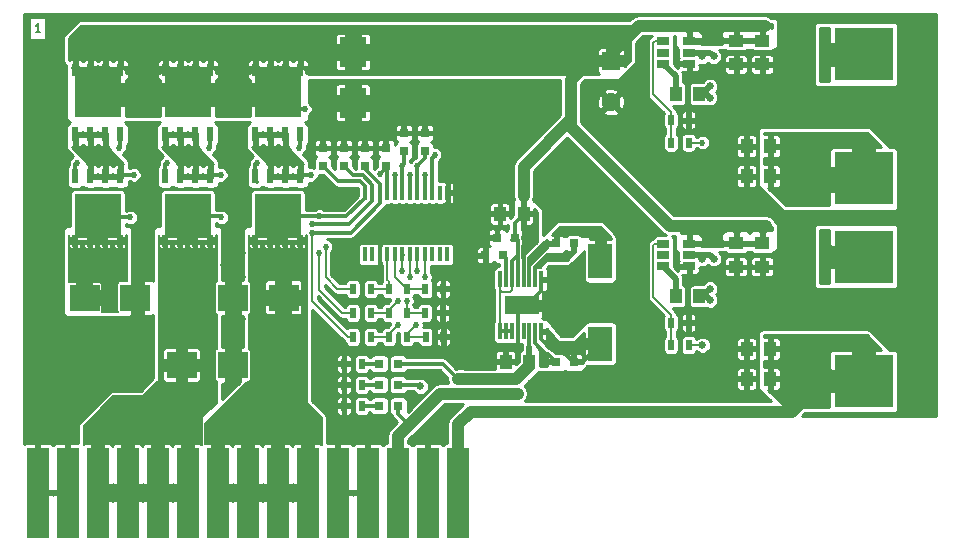
<source format=gbr>
G04 #@! TF.FileFunction,Copper,L1,Top,Mixed*
%FSLAX46Y46*%
G04 Gerber Fmt 4.6, Leading zero omitted, Abs format (unit mm)*
G04 Created by KiCad (PCBNEW 4.0.7) date Tuesday, March 06, 2018 'PMt' 03:27:42 PM*
%MOMM*%
%LPD*%
G01*
G04 APERTURE LIST*
%ADD10C,0.100000*%
%ADD11C,0.150000*%
%ADD12C,0.660000*%
%ADD13C,0.520000*%
%ADD14R,0.750000X0.800000*%
%ADD15R,1.000000X1.250000*%
%ADD16R,1.250000X1.000000*%
%ADD17R,2.500000X2.300000*%
%ADD18R,2.300000X2.500000*%
%ADD19R,0.800000X0.800000*%
%ADD20R,5.000000X4.500000*%
%ADD21R,0.610000X1.270000*%
%ADD22R,0.610000X1.020000*%
%ADD23R,3.910000X3.810000*%
%ADD24R,0.500000X0.900000*%
%ADD25R,0.400000X1.200000*%
%ADD26R,1.060000X0.650000*%
%ADD27R,1.905000X7.620000*%
%ADD28R,1.600000X1.600000*%
%ADD29C,1.600000*%
%ADD30R,0.800000X0.750000*%
%ADD31R,2.000000X3.000000*%
%ADD32R,0.300000X1.400000*%
%ADD33R,2.850000X1.650000*%
%ADD34C,0.200000*%
%ADD35C,1.000000*%
%ADD36C,0.300000*%
%ADD37C,0.500000*%
%ADD38C,0.260000*%
%ADD39C,0.130000*%
%ADD40C,0.254000*%
%ADD41C,0.250000*%
G04 APERTURE END LIST*
D10*
D11*
X56080000Y-95566667D02*
X55680000Y-95566667D01*
X55880000Y-95566667D02*
X55880000Y-94866667D01*
X55813334Y-94966667D01*
X55746667Y-95033333D01*
X55680000Y-95066667D01*
D12*
X103378000Y-124714000D03*
X119380000Y-111506000D03*
X87630000Y-130048000D03*
X58928000Y-96266000D03*
X58928000Y-97282000D03*
X59944000Y-97282000D03*
X59944000Y-96266000D03*
X60960000Y-96266000D03*
X60960000Y-97282000D03*
X61976000Y-97282000D03*
X61976000Y-96266000D03*
X62972000Y-96266000D03*
X62972000Y-97282000D03*
X105918000Y-111252000D03*
X105156000Y-119380000D03*
X107696000Y-120142000D03*
D13*
X98000000Y-119250000D03*
X98000000Y-118250000D03*
X97500000Y-118750000D03*
X96750000Y-119250000D03*
X97000000Y-118250000D03*
X96250000Y-118750000D03*
X95750000Y-119250000D03*
D12*
X91313000Y-123825000D03*
X81280000Y-129540000D03*
X83820000Y-129540000D03*
X90170000Y-129794000D03*
X90170000Y-128524000D03*
X62972000Y-115824000D03*
X62972000Y-114778000D03*
X61956000Y-115824000D03*
X61956000Y-114778000D03*
X60940000Y-115824000D03*
X60940000Y-114778000D03*
X59924000Y-115824000D03*
X59924000Y-114778000D03*
X58908000Y-115824000D03*
X122491500Y-116078000D03*
X122491500Y-115062000D03*
X122491500Y-114046000D03*
X122491500Y-113030000D03*
X122491500Y-99060000D03*
X122491500Y-98044000D03*
X122491500Y-97028000D03*
X130810000Y-102616000D03*
X130810000Y-119888000D03*
X106426000Y-126492000D03*
X100584000Y-106934000D03*
X93726000Y-100076000D03*
X93726000Y-94400000D03*
X55245000Y-97155000D03*
X110998000Y-99314000D03*
X110998000Y-116586000D03*
X115824000Y-109220000D03*
X114808000Y-107188000D03*
X115824000Y-126492000D03*
X114808000Y-124460000D03*
X81788000Y-115316000D03*
X80264000Y-121920000D03*
X73152000Y-114300000D03*
X72136000Y-114300000D03*
X72644000Y-115316000D03*
X71628000Y-115316000D03*
X72136000Y-116332000D03*
X73152000Y-116332000D03*
X73152000Y-119888000D03*
X64516000Y-113284000D03*
X93980000Y-123952000D03*
X93980000Y-122936000D03*
X100076000Y-119380000D03*
X100076000Y-118364000D03*
X93472000Y-116332000D03*
X93472000Y-110744000D03*
X92964000Y-115316000D03*
X93472000Y-111760000D03*
X92456000Y-119380000D03*
X84836000Y-113284000D03*
X90424000Y-110744000D03*
X86868000Y-111760000D03*
X87884000Y-111760000D03*
X87376000Y-100584000D03*
X86360000Y-100584000D03*
X87376000Y-101600000D03*
X86360000Y-101600000D03*
X113792000Y-102616000D03*
X114808000Y-102616000D03*
X115824000Y-102616000D03*
X116840000Y-102616000D03*
X116840000Y-119888000D03*
X115824000Y-119888000D03*
X114808000Y-119888000D03*
X113792000Y-119888000D03*
X80264000Y-109728000D03*
X73152000Y-108712000D03*
X73152000Y-109728000D03*
X72136000Y-109220000D03*
X72136000Y-110236000D03*
X65532000Y-108712000D03*
X64516000Y-109220000D03*
X65532000Y-109728000D03*
X64516000Y-110236000D03*
X65532000Y-110744000D03*
X57912000Y-129032000D03*
X57912000Y-128016000D03*
X56896000Y-128016000D03*
X56896000Y-127000000D03*
X55880000Y-127000000D03*
D14*
X85344000Y-105422000D03*
X85344000Y-106922000D03*
X86868000Y-104152000D03*
X86868000Y-105652000D03*
X88646000Y-104152000D03*
X88646000Y-105652000D03*
X80010000Y-106922000D03*
X80010000Y-105422000D03*
X81788000Y-106922000D03*
X81788000Y-105422000D03*
X83566000Y-106922000D03*
X83566000Y-105422000D03*
D15*
X109871000Y-100838000D03*
X111871000Y-100838000D03*
D16*
X117221000Y-96345500D03*
X117221000Y-98345500D03*
X114998500Y-96345500D03*
X114998500Y-98345500D03*
D15*
X117903500Y-107823000D03*
X115903500Y-107823000D03*
X117903500Y-105283000D03*
X115903500Y-105283000D03*
X109871000Y-117983000D03*
X111871000Y-117983000D03*
D16*
X117221000Y-113490500D03*
X117221000Y-115490500D03*
X114998500Y-113490500D03*
X114998500Y-115490500D03*
D15*
X117903500Y-122428000D03*
X115903500Y-122428000D03*
X117903500Y-124968000D03*
X115903500Y-124968000D03*
X97500000Y-123500000D03*
X95500000Y-123500000D03*
D17*
X72390000Y-118110000D03*
X76690000Y-118110000D03*
D18*
X82550000Y-97300000D03*
X82550000Y-101600000D03*
D17*
X72390000Y-123825000D03*
X68090000Y-123825000D03*
X64135000Y-118110000D03*
X59835000Y-118110000D03*
D19*
X86398000Y-125476000D03*
X84798000Y-125476000D03*
X86398000Y-123698000D03*
X84798000Y-123698000D03*
D20*
X125793500Y-97493000D03*
X125793500Y-107993000D03*
X125793500Y-114638000D03*
X125793500Y-125138000D03*
D21*
X78105000Y-107820000D03*
X76835000Y-107820000D03*
X75565000Y-107820000D03*
X74295000Y-107820000D03*
D22*
X74295000Y-113285000D03*
X75565000Y-113285000D03*
X76835000Y-113285000D03*
X78105000Y-113285000D03*
D23*
X76200000Y-111180000D03*
D21*
X74295000Y-104270000D03*
X75565000Y-104270000D03*
X76835000Y-104270000D03*
X78105000Y-104270000D03*
D22*
X78105000Y-98805000D03*
X76835000Y-98805000D03*
X75565000Y-98805000D03*
X74295000Y-98805000D03*
D23*
X76200000Y-100910000D03*
D21*
X70485000Y-107820000D03*
X69215000Y-107820000D03*
X67945000Y-107820000D03*
X66675000Y-107820000D03*
D22*
X66675000Y-113285000D03*
X67945000Y-113285000D03*
X69215000Y-113285000D03*
X70485000Y-113285000D03*
D23*
X68580000Y-111180000D03*
D21*
X66675000Y-104270000D03*
X67945000Y-104270000D03*
X69215000Y-104270000D03*
X70485000Y-104270000D03*
D22*
X70485000Y-98805000D03*
X69215000Y-98805000D03*
X67945000Y-98805000D03*
X66675000Y-98805000D03*
D23*
X68580000Y-100910000D03*
D21*
X62865000Y-107820000D03*
X61595000Y-107820000D03*
X60325000Y-107820000D03*
X59055000Y-107820000D03*
D22*
X59055000Y-113285000D03*
X60325000Y-113285000D03*
X61595000Y-113285000D03*
X62865000Y-113285000D03*
D23*
X60960000Y-111180000D03*
D21*
X59055000Y-104270000D03*
X60325000Y-104270000D03*
X61595000Y-104270000D03*
X62865000Y-104270000D03*
D22*
X62865000Y-98805000D03*
X61595000Y-98805000D03*
X60325000Y-98805000D03*
X59055000Y-98805000D03*
D23*
X60960000Y-100910000D03*
D24*
X84062000Y-117348000D03*
X82562000Y-117348000D03*
X85610000Y-117348000D03*
X87110000Y-117348000D03*
X90180000Y-117348000D03*
X88680000Y-117348000D03*
X84062000Y-119380000D03*
X82562000Y-119380000D03*
X85610000Y-119380000D03*
X87110000Y-119380000D03*
X90158000Y-119380000D03*
X88658000Y-119380000D03*
X84062000Y-121412000D03*
X82562000Y-121412000D03*
X85610000Y-121412000D03*
X87110000Y-121412000D03*
X90210000Y-121412000D03*
X88710000Y-121412000D03*
X110986000Y-104965500D03*
X109486000Y-104965500D03*
X109486000Y-103060500D03*
X110986000Y-103060500D03*
X110986000Y-122110500D03*
X109486000Y-122110500D03*
X109486000Y-120205500D03*
X110986000Y-120205500D03*
X83300000Y-127254000D03*
X81800000Y-127254000D03*
X83300000Y-125476000D03*
X81800000Y-125476000D03*
X83300000Y-123698000D03*
X81800000Y-123698000D03*
D25*
X83566000Y-114420000D03*
X84201000Y-114420000D03*
X84836000Y-114420000D03*
X85471000Y-114420000D03*
X86106000Y-114420000D03*
X86741000Y-114420000D03*
X87376000Y-114420000D03*
X88011000Y-114420000D03*
X88646000Y-114420000D03*
X89281000Y-114420000D03*
X89916000Y-114420000D03*
X90551000Y-114420000D03*
X90551000Y-109220000D03*
X89916000Y-109220000D03*
X89281000Y-109220000D03*
X88646000Y-109220000D03*
X88011000Y-109220000D03*
X87376000Y-109220000D03*
X86741000Y-109220000D03*
X86106000Y-109220000D03*
X85471000Y-109220000D03*
X84836000Y-109220000D03*
X84201000Y-109220000D03*
X83566000Y-109220000D03*
D26*
X111018500Y-98295500D03*
X111018500Y-97345500D03*
X111018500Y-96395500D03*
X108818500Y-96395500D03*
X108818500Y-98295500D03*
X108818500Y-97345500D03*
X111018500Y-115440500D03*
X111018500Y-114490500D03*
X111018500Y-113540500D03*
X108818500Y-113540500D03*
X108818500Y-115440500D03*
X108818500Y-114490500D03*
D19*
X86398000Y-127254000D03*
X84798000Y-127254000D03*
D27*
X55880000Y-134620000D03*
X58420000Y-134620000D03*
X60960000Y-134620000D03*
X63500000Y-134620000D03*
X66040000Y-134620000D03*
X68580000Y-134620000D03*
X71120000Y-134620000D03*
X73660000Y-134620000D03*
X76200000Y-134620000D03*
X78740000Y-134620000D03*
X88900000Y-134620000D03*
X81280000Y-134620000D03*
X83820000Y-134620000D03*
X86360000Y-134620000D03*
X91440000Y-134620000D03*
D28*
X104394000Y-98044000D03*
D29*
X104394000Y-101544000D03*
D30*
X99750000Y-113500000D03*
X101250000Y-113500000D03*
X99750000Y-123500000D03*
X101250000Y-123500000D03*
D15*
X97000000Y-111000000D03*
X95000000Y-111000000D03*
D30*
X94750000Y-113000000D03*
X96250000Y-113000000D03*
X93750000Y-114500000D03*
X95250000Y-114500000D03*
D31*
X103500000Y-115000000D03*
X103500000Y-122000000D03*
D32*
X98500000Y-116550000D03*
X98000000Y-116550000D03*
X97500000Y-116550000D03*
X97000000Y-116550000D03*
X96500000Y-116550000D03*
X96500000Y-120950000D03*
X97000000Y-120950000D03*
X97500000Y-120950000D03*
X98000000Y-120950000D03*
X98500000Y-120950000D03*
X96000000Y-116550000D03*
X95500000Y-116550000D03*
X95000000Y-116550000D03*
X96000000Y-120950000D03*
X95500000Y-120950000D03*
X95000000Y-120950000D03*
D33*
X96850000Y-118750000D03*
D12*
X55880000Y-125984000D03*
X122491500Y-96012000D03*
X58908000Y-114778000D03*
D13*
X95750000Y-118250000D03*
X89481014Y-105994842D03*
X78486000Y-102108000D03*
D12*
X120854000Y-109474000D03*
X121646000Y-108682000D03*
X96500000Y-126208000D03*
D13*
X120713500Y-107188000D03*
X112141000Y-104965500D03*
X84876375Y-107602688D03*
X78994000Y-107696000D03*
X86716000Y-106934000D03*
X71374000Y-107696000D03*
X64008000Y-107696000D03*
X87986000Y-106934000D03*
X80236420Y-113769300D03*
X79720000Y-111180000D03*
X79676410Y-114337370D03*
X79080000Y-111859987D03*
X71405326Y-111298346D03*
X79080000Y-112580000D03*
X63720000Y-111300000D03*
D12*
X112776000Y-100203000D03*
X112776000Y-101155500D03*
X113093500Y-97663000D03*
X112141000Y-97663000D03*
X113093500Y-114808000D03*
X112141000Y-114808000D03*
X112776000Y-117348000D03*
X112776000Y-118300500D03*
X93599000Y-127732000D03*
X88265000Y-125603000D03*
X120713500Y-124333000D03*
X112141000Y-122110500D03*
X91422756Y-124965151D03*
D13*
X86106000Y-107696000D03*
X77978000Y-105410000D03*
X74422000Y-106680000D03*
X87376000Y-107696000D03*
X66802000Y-106680000D03*
X70358000Y-105410000D03*
X88646000Y-107696000D03*
X59182000Y-106680000D03*
X62738000Y-105410000D03*
X86739309Y-115821230D03*
X86360000Y-118364000D03*
X87375335Y-116332707D03*
X87122000Y-118364000D03*
X87966955Y-115819513D03*
X86360000Y-120396000D03*
X88646000Y-116332000D03*
X87884000Y-120396000D03*
D34*
X95000000Y-116550000D02*
X95000000Y-117450000D01*
X95000000Y-117450000D02*
X95169543Y-117619543D01*
X95169543Y-117619543D02*
X95830457Y-117619543D01*
X95830457Y-117619543D02*
X96000000Y-117450000D01*
X96000000Y-117450000D02*
X96000000Y-116550000D01*
D35*
X104394000Y-98044000D02*
X104394000Y-97451137D01*
X104394000Y-97451137D02*
X106763612Y-95081525D01*
X106763612Y-95081525D02*
X117418475Y-95081525D01*
D36*
X97000000Y-116550000D02*
X97000000Y-111000000D01*
X96250000Y-113000000D02*
X96250000Y-111750000D01*
X96250000Y-111750000D02*
X97000000Y-111000000D01*
D35*
X101000000Y-103606998D02*
X101000000Y-103000000D01*
X101000000Y-103000000D02*
X101000000Y-99638000D01*
X97000000Y-107000000D02*
X101000000Y-103000000D01*
X101000000Y-99638000D02*
X102594000Y-98044000D01*
X102594000Y-98044000D02*
X104394000Y-98044000D01*
X109393002Y-112000000D02*
X101000000Y-103606998D01*
X97000000Y-107000000D02*
X97000000Y-109500000D01*
D34*
X117221000Y-96345500D02*
X117221000Y-95645500D01*
X117221000Y-95645500D02*
X117500000Y-95366500D01*
X117500000Y-95366500D02*
X117500000Y-95000000D01*
X117221000Y-113490500D02*
X117221000Y-112279000D01*
X117221000Y-112279000D02*
X117500000Y-112000000D01*
D35*
X109393002Y-112000000D02*
X117500000Y-112000000D01*
D37*
X97000000Y-109500000D02*
X97000000Y-111000000D01*
D36*
X96500000Y-116550000D02*
X96500000Y-114500000D01*
X96500000Y-114500000D02*
X96500000Y-113250000D01*
X96000000Y-116550000D02*
X96000000Y-115000000D01*
X96000000Y-115000000D02*
X96500000Y-114500000D01*
X96500000Y-113250000D02*
X96250000Y-113000000D01*
X96000000Y-113250000D02*
X96250000Y-113000000D01*
X95500000Y-120950000D02*
X96000000Y-120950000D01*
X95000000Y-120950000D02*
X95500000Y-120950000D01*
D34*
X95000000Y-116550000D02*
X95000000Y-120900000D01*
D36*
X95000000Y-120900000D02*
X95000000Y-120950000D01*
D37*
X114998500Y-96345500D02*
X117221000Y-96345500D01*
X111018500Y-96395500D02*
X114948500Y-96395500D01*
X114948500Y-96395500D02*
X114998500Y-96345500D01*
D36*
X89481014Y-106088426D02*
X89481014Y-105994842D01*
X89281000Y-106288440D02*
X89481014Y-106088426D01*
X89281000Y-109220000D02*
X89281000Y-106288440D01*
X78486000Y-102108000D02*
X77398000Y-102108000D01*
X77398000Y-102108000D02*
X76200000Y-100910000D01*
D37*
X60325000Y-98805000D02*
X59055000Y-98805000D01*
D36*
X61595000Y-98805000D02*
X60325000Y-98805000D01*
D37*
X62865000Y-98805000D02*
X61595000Y-98805000D01*
X67945000Y-98805000D02*
X66675000Y-98805000D01*
D36*
X69215000Y-98805000D02*
X67945000Y-98805000D01*
D37*
X70485000Y-98805000D02*
X69215000Y-98805000D01*
X76835000Y-98805000D02*
X78105000Y-98805000D01*
D36*
X75565000Y-98805000D02*
X76835000Y-98805000D01*
D37*
X74295000Y-98805000D02*
X75565000Y-98805000D01*
D35*
X87249000Y-128921000D02*
X89962000Y-126208000D01*
X89962000Y-126208000D02*
X96033310Y-126208000D01*
X96033310Y-126208000D02*
X96500000Y-126208000D01*
X121646000Y-108682000D02*
X120854000Y-109474000D01*
X86360000Y-129810000D02*
X87249000Y-128921000D01*
D36*
X86398000Y-127254000D02*
X86398000Y-127954000D01*
X86398000Y-127954000D02*
X87249000Y-128805000D01*
X87249000Y-128805000D02*
X87249000Y-128921000D01*
D35*
X86360000Y-134620000D02*
X86360000Y-129810000D01*
X121646000Y-108682000D02*
X125104500Y-108682000D01*
X125104500Y-108682000D02*
X125793500Y-107993000D01*
D37*
X125793500Y-107993000D02*
X125793500Y-107882345D01*
D34*
X120713500Y-107188000D02*
X121518500Y-107993000D01*
X121518500Y-107993000D02*
X125793500Y-107993000D01*
X110986000Y-104965500D02*
X112141000Y-104965500D01*
D36*
X96500000Y-120950000D02*
X96500000Y-123300000D01*
X96500000Y-123300000D02*
X96300000Y-123500000D01*
X96300000Y-123500000D02*
X95500000Y-123500000D01*
X96500000Y-120950000D02*
X96500000Y-119100000D01*
X96500000Y-119100000D02*
X96850000Y-118750000D01*
X98500000Y-116550000D02*
X98500000Y-117550000D01*
X98500000Y-117550000D02*
X97300000Y-118750000D01*
X97300000Y-118750000D02*
X96850000Y-118750000D01*
X85344000Y-107135063D02*
X85136374Y-107342689D01*
X85344000Y-106922000D02*
X85344000Y-107135063D01*
X85136374Y-107342689D02*
X84876375Y-107602688D01*
X85471000Y-109220000D02*
X85471000Y-107049000D01*
X85471000Y-107049000D02*
X85344000Y-106922000D01*
X78994000Y-107696000D02*
X78229000Y-107696000D01*
X78229000Y-107696000D02*
X78105000Y-107820000D01*
X86868000Y-105652000D02*
X86868000Y-106782000D01*
X86868000Y-106782000D02*
X86716000Y-106934000D01*
X71374000Y-107696000D02*
X70609000Y-107696000D01*
X70609000Y-107696000D02*
X70485000Y-107820000D01*
X86716000Y-106934000D02*
X86716000Y-109195000D01*
X86716000Y-109195000D02*
X86741000Y-109220000D01*
X88646000Y-105652000D02*
X88646000Y-106274000D01*
X88646000Y-106274000D02*
X87986000Y-106934000D01*
X64008000Y-107696000D02*
X62989000Y-107696000D01*
X62989000Y-107696000D02*
X62865000Y-107820000D01*
X88011000Y-109220000D02*
X88011000Y-106959000D01*
X88011000Y-106959000D02*
X87986000Y-106934000D01*
D34*
X80236420Y-116362065D02*
X81222355Y-117348000D01*
X81222355Y-117348000D02*
X82562000Y-117348000D01*
X80236420Y-113769300D02*
X80236420Y-116362065D01*
D36*
X83566000Y-109220000D02*
X83566000Y-108652004D01*
X83566000Y-108652004D02*
X83159362Y-108245366D01*
X83159362Y-108245366D02*
X81308366Y-108245366D01*
X81308366Y-108245366D02*
X80010000Y-106947000D01*
X80010000Y-106947000D02*
X80010000Y-106922000D01*
X78105000Y-113285000D02*
X78105000Y-113085000D01*
X78105000Y-113085000D02*
X76200000Y-111180000D01*
X74295000Y-113285000D02*
X74295000Y-113085000D01*
X74295000Y-113085000D02*
X76200000Y-111180000D01*
X76200000Y-111180000D02*
X76200000Y-112650000D01*
X76200000Y-112650000D02*
X76835000Y-113285000D01*
X76200000Y-112650000D02*
X75565000Y-113285000D01*
X78455000Y-111180000D02*
X76200000Y-111180000D01*
X83566000Y-109620000D02*
X82006000Y-111180000D01*
X83566000Y-109220000D02*
X83566000Y-109620000D01*
X79720000Y-111180000D02*
X78455000Y-111180000D01*
X82006000Y-111180000D02*
X79720000Y-111180000D01*
D34*
X82562000Y-119380000D02*
X81649310Y-119380000D01*
X81649310Y-119380000D02*
X79676410Y-117407100D01*
X79676410Y-117407100D02*
X79676410Y-114705065D01*
X79676410Y-114705065D02*
X79676410Y-114337370D01*
D36*
X84201000Y-109220000D02*
X84201000Y-109890418D01*
X84201000Y-109890418D02*
X82231431Y-111859987D01*
X82231431Y-111859987D02*
X79447695Y-111859987D01*
X79447695Y-111859987D02*
X79080000Y-111859987D01*
X81788000Y-106947000D02*
X81788000Y-106922000D01*
X82586355Y-107745355D02*
X81788000Y-106947000D01*
X83405025Y-107745355D02*
X82586355Y-107745355D01*
X84201000Y-108541330D02*
X83405025Y-107745355D01*
X84201000Y-109220000D02*
X84201000Y-108541330D01*
X71286980Y-111180000D02*
X71405326Y-111298346D01*
X68580000Y-111180000D02*
X71286980Y-111180000D01*
X60325000Y-111815000D02*
X60960000Y-111180000D01*
D34*
X82562000Y-121412000D02*
X82112000Y-121412000D01*
X79080000Y-112947695D02*
X79080000Y-112580000D01*
X82112000Y-121412000D02*
X79080000Y-118380000D01*
X79080000Y-118380000D02*
X79080000Y-112947695D01*
D36*
X84836000Y-109220000D02*
X84836000Y-108469208D01*
X83566000Y-107199208D02*
X83566000Y-106922000D01*
X84836000Y-108469208D02*
X83566000Y-107199208D01*
X61595000Y-111815000D02*
X60960000Y-111180000D01*
X63720000Y-111300000D02*
X61080000Y-111300000D01*
X84836000Y-109220000D02*
X84836000Y-110120000D01*
X84836000Y-110120000D02*
X82376000Y-112580000D01*
X82376000Y-112580000D02*
X79080000Y-112580000D01*
X61080000Y-111300000D02*
X60960000Y-111180000D01*
D37*
X109871000Y-100838000D02*
X109871000Y-99348000D01*
X109871000Y-99348000D02*
X108818500Y-98295500D01*
X112141000Y-100838000D02*
X112776000Y-100203000D01*
X111871000Y-100838000D02*
X112141000Y-100838000D01*
X111871000Y-100838000D02*
X112458500Y-100838000D01*
X112458500Y-100838000D02*
X112776000Y-101155500D01*
X111018500Y-97345500D02*
X112776000Y-97345500D01*
X112776000Y-97345500D02*
X113093500Y-97663000D01*
X111018500Y-97345500D02*
X111823500Y-97345500D01*
X111823500Y-97345500D02*
X112141000Y-97663000D01*
X109871000Y-117983000D02*
X109871000Y-116493000D01*
X109871000Y-116493000D02*
X108818500Y-115440500D01*
X111018500Y-114490500D02*
X112776000Y-114490500D01*
X112776000Y-114490500D02*
X113093500Y-114808000D01*
X111018500Y-114490500D02*
X111823500Y-114490500D01*
X111823500Y-114490500D02*
X112141000Y-114808000D01*
X111871000Y-117983000D02*
X112141000Y-117983000D01*
X112141000Y-117983000D02*
X112776000Y-117348000D01*
X111871000Y-117983000D02*
X112458500Y-117983000D01*
X112458500Y-117983000D02*
X112776000Y-118300500D01*
D35*
X92518690Y-127732000D02*
X93599000Y-127732000D01*
X93599000Y-127732000D02*
X119699500Y-127732000D01*
D36*
X86398000Y-125476000D02*
X88138000Y-125476000D01*
X88138000Y-125476000D02*
X88265000Y-125603000D01*
D35*
X91440000Y-134620000D02*
X91440000Y-128810690D01*
X91440000Y-128810690D02*
X92518690Y-127732000D01*
X119699500Y-127732000D02*
X122293500Y-125138000D01*
X122293500Y-125138000D02*
X125793500Y-125138000D01*
D34*
X120713500Y-124333000D02*
X121518500Y-125138000D01*
X121518500Y-125138000D02*
X125793500Y-125138000D01*
X110986000Y-122110500D02*
X112141000Y-122110500D01*
D35*
X125793500Y-125138000D02*
X126043500Y-125138000D01*
D36*
X98000000Y-116550000D02*
X98000000Y-115500000D01*
X98000000Y-115500000D02*
X99000000Y-114500000D01*
X99000000Y-114500000D02*
X101000000Y-114500000D01*
X101000000Y-114500000D02*
X101250000Y-114250000D01*
X101250000Y-114250000D02*
X101250000Y-113500000D01*
X97500000Y-116550000D02*
X97500000Y-114728272D01*
X97500000Y-114728272D02*
X98728272Y-113500000D01*
X98728272Y-113500000D02*
X99750000Y-113500000D01*
X86398000Y-123698000D02*
X90155605Y-123698000D01*
X90155605Y-123698000D02*
X91422756Y-124965151D01*
D35*
X96395035Y-124989967D02*
X91914262Y-124989967D01*
X97500000Y-123885002D02*
X96395035Y-124989967D01*
X97500000Y-123500000D02*
X97500000Y-123885002D01*
X91889446Y-124965151D02*
X91422756Y-124965151D01*
X91914262Y-124989967D02*
X91889446Y-124965151D01*
D36*
X97500000Y-122250000D02*
X97500000Y-120950000D01*
D37*
X97500000Y-122250000D02*
X97500000Y-123435002D01*
X97500000Y-122500000D02*
X97500000Y-122250000D01*
X97500000Y-123500000D02*
X97500000Y-122500000D01*
D36*
X83300000Y-127254000D02*
X84798000Y-127254000D01*
X84798000Y-125476000D02*
X83300000Y-125476000D01*
X83300000Y-123698000D02*
X84798000Y-123698000D01*
X86106000Y-109220000D02*
X86106000Y-107696000D01*
X78105000Y-104270000D02*
X78105000Y-105283000D01*
X78105000Y-105283000D02*
X77978000Y-105410000D01*
X74295000Y-107820000D02*
X74295000Y-106807000D01*
X74295000Y-106807000D02*
X74422000Y-106680000D01*
X74405000Y-108330000D02*
X74426290Y-108308710D01*
X87376000Y-107696000D02*
X87376000Y-109220000D01*
X66675000Y-107820000D02*
X66675000Y-106807000D01*
X66675000Y-106807000D02*
X66802000Y-106680000D01*
X70485000Y-104270000D02*
X70485000Y-105283000D01*
X70485000Y-105283000D02*
X70358000Y-105410000D01*
X88646000Y-109220000D02*
X88646000Y-107696000D01*
X59055000Y-107820000D02*
X59055000Y-106807000D01*
X59055000Y-106807000D02*
X59182000Y-106680000D01*
X62865000Y-104270000D02*
X62865000Y-105283000D01*
X62865000Y-105283000D02*
X62738000Y-105410000D01*
D34*
X85610000Y-117348000D02*
X85610000Y-116698000D01*
X85471000Y-115220000D02*
X85471000Y-114420000D01*
X85610000Y-116698000D02*
X85471000Y-116559000D01*
X85471000Y-116559000D02*
X85471000Y-115220000D01*
X85610000Y-117348000D02*
X84062000Y-117348000D01*
X86104037Y-115221963D02*
X86106000Y-115220000D01*
X86106000Y-115220000D02*
X86106000Y-114420000D01*
X86104037Y-116342037D02*
X86104037Y-115221963D01*
X87110000Y-117348000D02*
X86104037Y-116342037D01*
X87110000Y-117348000D02*
X88680000Y-117348000D01*
X86741000Y-115819539D02*
X86739309Y-115821230D01*
X86741000Y-114420000D02*
X86741000Y-115819539D01*
X85610000Y-119380000D02*
X85610000Y-119114000D01*
X85610000Y-119114000D02*
X86360000Y-118364000D01*
X85610000Y-119380000D02*
X84062000Y-119380000D01*
D36*
X86760000Y-114439000D02*
X86741000Y-114420000D01*
D34*
X87376000Y-116332042D02*
X87375335Y-116332707D01*
X87376000Y-114420000D02*
X87376000Y-116332042D01*
X87110000Y-119380000D02*
X87110000Y-118376000D01*
X87110000Y-118376000D02*
X87122000Y-118364000D01*
X88658000Y-119380000D02*
X87110000Y-119380000D01*
D36*
X87400000Y-114444000D02*
X87376000Y-114420000D01*
D34*
X87966955Y-115819513D02*
X87966955Y-114464045D01*
X87966955Y-114464045D02*
X88011000Y-114420000D01*
X85610000Y-121412000D02*
X85610000Y-121146000D01*
X85610000Y-121146000D02*
X86360000Y-120396000D01*
X84062000Y-121412000D02*
X85610000Y-121412000D01*
X88646000Y-116332000D02*
X88646000Y-114420000D01*
X87110000Y-121412000D02*
X87110000Y-121170000D01*
X87110000Y-121170000D02*
X87884000Y-120396000D01*
X87110000Y-121412000D02*
X88710000Y-121412000D01*
D36*
X88680000Y-114454000D02*
X88646000Y-114420000D01*
D34*
X109486000Y-103060500D02*
X109486000Y-102386236D01*
X109486000Y-102386236D02*
X107988499Y-100888735D01*
X107988499Y-100888735D02*
X107988499Y-96495501D01*
X107988499Y-96495501D02*
X108088500Y-96395500D01*
X108088500Y-96395500D02*
X108818500Y-96395500D01*
X109486000Y-104965500D02*
X109486000Y-103060500D01*
D37*
X109486000Y-102860500D02*
X109486000Y-103060500D01*
D34*
X109486000Y-122110500D02*
X109486000Y-120205500D01*
X108818500Y-113540500D02*
X108088500Y-113540500D01*
X107988499Y-118057999D02*
X109486000Y-119555500D01*
X109486000Y-119555500D02*
X109486000Y-120205500D01*
X108088500Y-113540500D02*
X107988499Y-113640501D01*
X107988499Y-113640501D02*
X107988499Y-118057999D01*
D36*
X98000000Y-120950000D02*
X98000000Y-121901458D01*
X98000000Y-121901458D02*
X98923542Y-122825000D01*
X98923542Y-122825000D02*
X99050000Y-122825000D01*
X99050000Y-122825000D02*
X99725000Y-123500000D01*
X99725000Y-123500000D02*
X99750000Y-123500000D01*
X101250000Y-123500000D02*
X102000000Y-123500000D01*
X102000000Y-123500000D02*
X103500000Y-122000000D01*
X98500000Y-120950000D02*
X98500000Y-121567880D01*
X101225000Y-123500000D02*
X101250000Y-123500000D01*
X98500000Y-121567880D02*
X99707119Y-122774999D01*
X100499999Y-122774999D02*
X101225000Y-123500000D01*
X99707119Y-122774999D02*
X100499999Y-122774999D01*
X95500000Y-116550000D02*
X95500000Y-114750000D01*
X95500000Y-114750000D02*
X95250000Y-114500000D01*
D38*
G36*
X76237500Y-104146000D02*
X76711000Y-104146000D01*
X76711000Y-104126000D01*
X76959000Y-104126000D01*
X76959000Y-104146000D01*
X76979000Y-104146000D01*
X76979000Y-104394000D01*
X76959000Y-104394000D01*
X76959000Y-105197500D01*
X77056500Y-105295000D01*
X77086000Y-105295000D01*
X77086000Y-105410000D01*
X77096242Y-105460577D01*
X77124076Y-105501924D01*
X78356000Y-106733848D01*
X78356000Y-106795000D01*
X78326500Y-106795000D01*
X78229000Y-106892500D01*
X78229000Y-107696000D01*
X78249000Y-107696000D01*
X78249000Y-107944000D01*
X78229000Y-107944000D01*
X78229000Y-107964000D01*
X77981000Y-107964000D01*
X77981000Y-107944000D01*
X77507500Y-107944000D01*
X77470000Y-107981500D01*
X77432500Y-107944000D01*
X76959000Y-107944000D01*
X76959000Y-107964000D01*
X76711000Y-107964000D01*
X76711000Y-107944000D01*
X76237500Y-107944000D01*
X76200000Y-107981500D01*
X76162500Y-107944000D01*
X75689000Y-107944000D01*
X75689000Y-107964000D01*
X75441000Y-107964000D01*
X75441000Y-107944000D01*
X75421000Y-107944000D01*
X75421000Y-107696000D01*
X75441000Y-107696000D01*
X75441000Y-106892500D01*
X75689000Y-106892500D01*
X75689000Y-107696000D01*
X76162500Y-107696000D01*
X76200000Y-107658500D01*
X76237500Y-107696000D01*
X76711000Y-107696000D01*
X76711000Y-106892500D01*
X76959000Y-106892500D01*
X76959000Y-107696000D01*
X77432500Y-107696000D01*
X77470000Y-107658500D01*
X77507500Y-107696000D01*
X77981000Y-107696000D01*
X77981000Y-106892500D01*
X77883500Y-106795000D01*
X77722424Y-106795000D01*
X77579083Y-106854374D01*
X77470000Y-106963457D01*
X77360917Y-106854374D01*
X77217576Y-106795000D01*
X77056500Y-106795000D01*
X76959000Y-106892500D01*
X76711000Y-106892500D01*
X76613500Y-106795000D01*
X76452424Y-106795000D01*
X76309083Y-106854374D01*
X76200000Y-106963457D01*
X76090917Y-106854374D01*
X75947576Y-106795000D01*
X75786500Y-106795000D01*
X75689000Y-106892500D01*
X75441000Y-106892500D01*
X75343500Y-106795000D01*
X75314000Y-106795000D01*
X75314000Y-106680000D01*
X75303758Y-106629423D01*
X75275924Y-106588076D01*
X74044000Y-105356152D01*
X74044000Y-105295000D01*
X74073500Y-105295000D01*
X74171000Y-105197500D01*
X74171000Y-104394000D01*
X74419000Y-104394000D01*
X74419000Y-105197500D01*
X74516500Y-105295000D01*
X74677576Y-105295000D01*
X74820917Y-105235626D01*
X74930000Y-105126543D01*
X75039083Y-105235626D01*
X75182424Y-105295000D01*
X75343500Y-105295000D01*
X75441000Y-105197500D01*
X75441000Y-104394000D01*
X75689000Y-104394000D01*
X75689000Y-105197500D01*
X75786500Y-105295000D01*
X75947576Y-105295000D01*
X76090917Y-105235626D01*
X76200000Y-105126543D01*
X76309083Y-105235626D01*
X76452424Y-105295000D01*
X76613500Y-105295000D01*
X76711000Y-105197500D01*
X76711000Y-104394000D01*
X76237500Y-104394000D01*
X76200000Y-104431500D01*
X76162500Y-104394000D01*
X75689000Y-104394000D01*
X75441000Y-104394000D01*
X74967500Y-104394000D01*
X74930000Y-104431500D01*
X74892500Y-104394000D01*
X74419000Y-104394000D01*
X74171000Y-104394000D01*
X74151000Y-104394000D01*
X74151000Y-104146000D01*
X74171000Y-104146000D01*
X74171000Y-104126000D01*
X74419000Y-104126000D01*
X74419000Y-104146000D01*
X74892500Y-104146000D01*
X74930000Y-104108500D01*
X74967500Y-104146000D01*
X75441000Y-104146000D01*
X75441000Y-104126000D01*
X75689000Y-104126000D01*
X75689000Y-104146000D01*
X76162500Y-104146000D01*
X76200000Y-104108500D01*
X76237500Y-104146000D01*
X76237500Y-104146000D01*
G37*
X76237500Y-104146000D02*
X76711000Y-104146000D01*
X76711000Y-104126000D01*
X76959000Y-104126000D01*
X76959000Y-104146000D01*
X76979000Y-104146000D01*
X76979000Y-104394000D01*
X76959000Y-104394000D01*
X76959000Y-105197500D01*
X77056500Y-105295000D01*
X77086000Y-105295000D01*
X77086000Y-105410000D01*
X77096242Y-105460577D01*
X77124076Y-105501924D01*
X78356000Y-106733848D01*
X78356000Y-106795000D01*
X78326500Y-106795000D01*
X78229000Y-106892500D01*
X78229000Y-107696000D01*
X78249000Y-107696000D01*
X78249000Y-107944000D01*
X78229000Y-107944000D01*
X78229000Y-107964000D01*
X77981000Y-107964000D01*
X77981000Y-107944000D01*
X77507500Y-107944000D01*
X77470000Y-107981500D01*
X77432500Y-107944000D01*
X76959000Y-107944000D01*
X76959000Y-107964000D01*
X76711000Y-107964000D01*
X76711000Y-107944000D01*
X76237500Y-107944000D01*
X76200000Y-107981500D01*
X76162500Y-107944000D01*
X75689000Y-107944000D01*
X75689000Y-107964000D01*
X75441000Y-107964000D01*
X75441000Y-107944000D01*
X75421000Y-107944000D01*
X75421000Y-107696000D01*
X75441000Y-107696000D01*
X75441000Y-106892500D01*
X75689000Y-106892500D01*
X75689000Y-107696000D01*
X76162500Y-107696000D01*
X76200000Y-107658500D01*
X76237500Y-107696000D01*
X76711000Y-107696000D01*
X76711000Y-106892500D01*
X76959000Y-106892500D01*
X76959000Y-107696000D01*
X77432500Y-107696000D01*
X77470000Y-107658500D01*
X77507500Y-107696000D01*
X77981000Y-107696000D01*
X77981000Y-106892500D01*
X77883500Y-106795000D01*
X77722424Y-106795000D01*
X77579083Y-106854374D01*
X77470000Y-106963457D01*
X77360917Y-106854374D01*
X77217576Y-106795000D01*
X77056500Y-106795000D01*
X76959000Y-106892500D01*
X76711000Y-106892500D01*
X76613500Y-106795000D01*
X76452424Y-106795000D01*
X76309083Y-106854374D01*
X76200000Y-106963457D01*
X76090917Y-106854374D01*
X75947576Y-106795000D01*
X75786500Y-106795000D01*
X75689000Y-106892500D01*
X75441000Y-106892500D01*
X75343500Y-106795000D01*
X75314000Y-106795000D01*
X75314000Y-106680000D01*
X75303758Y-106629423D01*
X75275924Y-106588076D01*
X74044000Y-105356152D01*
X74044000Y-105295000D01*
X74073500Y-105295000D01*
X74171000Y-105197500D01*
X74171000Y-104394000D01*
X74419000Y-104394000D01*
X74419000Y-105197500D01*
X74516500Y-105295000D01*
X74677576Y-105295000D01*
X74820917Y-105235626D01*
X74930000Y-105126543D01*
X75039083Y-105235626D01*
X75182424Y-105295000D01*
X75343500Y-105295000D01*
X75441000Y-105197500D01*
X75441000Y-104394000D01*
X75689000Y-104394000D01*
X75689000Y-105197500D01*
X75786500Y-105295000D01*
X75947576Y-105295000D01*
X76090917Y-105235626D01*
X76200000Y-105126543D01*
X76309083Y-105235626D01*
X76452424Y-105295000D01*
X76613500Y-105295000D01*
X76711000Y-105197500D01*
X76711000Y-104394000D01*
X76237500Y-104394000D01*
X76200000Y-104431500D01*
X76162500Y-104394000D01*
X75689000Y-104394000D01*
X75441000Y-104394000D01*
X74967500Y-104394000D01*
X74930000Y-104431500D01*
X74892500Y-104394000D01*
X74419000Y-104394000D01*
X74171000Y-104394000D01*
X74151000Y-104394000D01*
X74151000Y-104146000D01*
X74171000Y-104146000D01*
X74171000Y-104126000D01*
X74419000Y-104126000D01*
X74419000Y-104146000D01*
X74892500Y-104146000D01*
X74930000Y-104108500D01*
X74967500Y-104146000D01*
X75441000Y-104146000D01*
X75441000Y-104126000D01*
X75689000Y-104126000D01*
X75689000Y-104146000D01*
X76162500Y-104146000D01*
X76200000Y-104108500D01*
X76237500Y-104146000D01*
G36*
X68617500Y-104146000D02*
X69091000Y-104146000D01*
X69091000Y-104126000D01*
X69339000Y-104126000D01*
X69339000Y-104146000D01*
X69359000Y-104146000D01*
X69359000Y-104394000D01*
X69339000Y-104394000D01*
X69339000Y-105197500D01*
X69436500Y-105295000D01*
X69466000Y-105295000D01*
X69466000Y-105410000D01*
X69476242Y-105460577D01*
X69504076Y-105501924D01*
X70736000Y-106733848D01*
X70736000Y-106795000D01*
X70706500Y-106795000D01*
X70609000Y-106892500D01*
X70609000Y-107696000D01*
X70629000Y-107696000D01*
X70629000Y-107944000D01*
X70609000Y-107944000D01*
X70609000Y-107964000D01*
X70361000Y-107964000D01*
X70361000Y-107944000D01*
X69887500Y-107944000D01*
X69850000Y-107981500D01*
X69812500Y-107944000D01*
X69339000Y-107944000D01*
X69339000Y-107964000D01*
X69091000Y-107964000D01*
X69091000Y-107944000D01*
X68617500Y-107944000D01*
X68580000Y-107981500D01*
X68542500Y-107944000D01*
X68069000Y-107944000D01*
X68069000Y-107964000D01*
X67821000Y-107964000D01*
X67821000Y-107944000D01*
X67801000Y-107944000D01*
X67801000Y-107696000D01*
X67821000Y-107696000D01*
X67821000Y-106892500D01*
X68069000Y-106892500D01*
X68069000Y-107696000D01*
X68542500Y-107696000D01*
X68580000Y-107658500D01*
X68617500Y-107696000D01*
X69091000Y-107696000D01*
X69091000Y-106892500D01*
X69339000Y-106892500D01*
X69339000Y-107696000D01*
X69812500Y-107696000D01*
X69850000Y-107658500D01*
X69887500Y-107696000D01*
X70361000Y-107696000D01*
X70361000Y-106892500D01*
X70263500Y-106795000D01*
X70102424Y-106795000D01*
X69959083Y-106854374D01*
X69850000Y-106963457D01*
X69740917Y-106854374D01*
X69597576Y-106795000D01*
X69436500Y-106795000D01*
X69339000Y-106892500D01*
X69091000Y-106892500D01*
X68993500Y-106795000D01*
X68832424Y-106795000D01*
X68689083Y-106854374D01*
X68580000Y-106963457D01*
X68470917Y-106854374D01*
X68327576Y-106795000D01*
X68166500Y-106795000D01*
X68069000Y-106892500D01*
X67821000Y-106892500D01*
X67723500Y-106795000D01*
X67694000Y-106795000D01*
X67694000Y-106680000D01*
X67683758Y-106629423D01*
X67655924Y-106588076D01*
X66424000Y-105356152D01*
X66424000Y-105295000D01*
X66453500Y-105295000D01*
X66551000Y-105197500D01*
X66551000Y-104394000D01*
X66799000Y-104394000D01*
X66799000Y-105197500D01*
X66896500Y-105295000D01*
X67057576Y-105295000D01*
X67200917Y-105235626D01*
X67310000Y-105126543D01*
X67419083Y-105235626D01*
X67562424Y-105295000D01*
X67723500Y-105295000D01*
X67821000Y-105197500D01*
X67821000Y-104394000D01*
X68069000Y-104394000D01*
X68069000Y-105197500D01*
X68166500Y-105295000D01*
X68327576Y-105295000D01*
X68470917Y-105235626D01*
X68580000Y-105126543D01*
X68689083Y-105235626D01*
X68832424Y-105295000D01*
X68993500Y-105295000D01*
X69091000Y-105197500D01*
X69091000Y-104394000D01*
X68617500Y-104394000D01*
X68580000Y-104431500D01*
X68542500Y-104394000D01*
X68069000Y-104394000D01*
X67821000Y-104394000D01*
X67347500Y-104394000D01*
X67310000Y-104431500D01*
X67272500Y-104394000D01*
X66799000Y-104394000D01*
X66551000Y-104394000D01*
X66531000Y-104394000D01*
X66531000Y-104146000D01*
X66551000Y-104146000D01*
X66551000Y-104126000D01*
X66799000Y-104126000D01*
X66799000Y-104146000D01*
X67272500Y-104146000D01*
X67310000Y-104108500D01*
X67347500Y-104146000D01*
X67821000Y-104146000D01*
X67821000Y-104126000D01*
X68069000Y-104126000D01*
X68069000Y-104146000D01*
X68542500Y-104146000D01*
X68580000Y-104108500D01*
X68617500Y-104146000D01*
X68617500Y-104146000D01*
G37*
X68617500Y-104146000D02*
X69091000Y-104146000D01*
X69091000Y-104126000D01*
X69339000Y-104126000D01*
X69339000Y-104146000D01*
X69359000Y-104146000D01*
X69359000Y-104394000D01*
X69339000Y-104394000D01*
X69339000Y-105197500D01*
X69436500Y-105295000D01*
X69466000Y-105295000D01*
X69466000Y-105410000D01*
X69476242Y-105460577D01*
X69504076Y-105501924D01*
X70736000Y-106733848D01*
X70736000Y-106795000D01*
X70706500Y-106795000D01*
X70609000Y-106892500D01*
X70609000Y-107696000D01*
X70629000Y-107696000D01*
X70629000Y-107944000D01*
X70609000Y-107944000D01*
X70609000Y-107964000D01*
X70361000Y-107964000D01*
X70361000Y-107944000D01*
X69887500Y-107944000D01*
X69850000Y-107981500D01*
X69812500Y-107944000D01*
X69339000Y-107944000D01*
X69339000Y-107964000D01*
X69091000Y-107964000D01*
X69091000Y-107944000D01*
X68617500Y-107944000D01*
X68580000Y-107981500D01*
X68542500Y-107944000D01*
X68069000Y-107944000D01*
X68069000Y-107964000D01*
X67821000Y-107964000D01*
X67821000Y-107944000D01*
X67801000Y-107944000D01*
X67801000Y-107696000D01*
X67821000Y-107696000D01*
X67821000Y-106892500D01*
X68069000Y-106892500D01*
X68069000Y-107696000D01*
X68542500Y-107696000D01*
X68580000Y-107658500D01*
X68617500Y-107696000D01*
X69091000Y-107696000D01*
X69091000Y-106892500D01*
X69339000Y-106892500D01*
X69339000Y-107696000D01*
X69812500Y-107696000D01*
X69850000Y-107658500D01*
X69887500Y-107696000D01*
X70361000Y-107696000D01*
X70361000Y-106892500D01*
X70263500Y-106795000D01*
X70102424Y-106795000D01*
X69959083Y-106854374D01*
X69850000Y-106963457D01*
X69740917Y-106854374D01*
X69597576Y-106795000D01*
X69436500Y-106795000D01*
X69339000Y-106892500D01*
X69091000Y-106892500D01*
X68993500Y-106795000D01*
X68832424Y-106795000D01*
X68689083Y-106854374D01*
X68580000Y-106963457D01*
X68470917Y-106854374D01*
X68327576Y-106795000D01*
X68166500Y-106795000D01*
X68069000Y-106892500D01*
X67821000Y-106892500D01*
X67723500Y-106795000D01*
X67694000Y-106795000D01*
X67694000Y-106680000D01*
X67683758Y-106629423D01*
X67655924Y-106588076D01*
X66424000Y-105356152D01*
X66424000Y-105295000D01*
X66453500Y-105295000D01*
X66551000Y-105197500D01*
X66551000Y-104394000D01*
X66799000Y-104394000D01*
X66799000Y-105197500D01*
X66896500Y-105295000D01*
X67057576Y-105295000D01*
X67200917Y-105235626D01*
X67310000Y-105126543D01*
X67419083Y-105235626D01*
X67562424Y-105295000D01*
X67723500Y-105295000D01*
X67821000Y-105197500D01*
X67821000Y-104394000D01*
X68069000Y-104394000D01*
X68069000Y-105197500D01*
X68166500Y-105295000D01*
X68327576Y-105295000D01*
X68470917Y-105235626D01*
X68580000Y-105126543D01*
X68689083Y-105235626D01*
X68832424Y-105295000D01*
X68993500Y-105295000D01*
X69091000Y-105197500D01*
X69091000Y-104394000D01*
X68617500Y-104394000D01*
X68580000Y-104431500D01*
X68542500Y-104394000D01*
X68069000Y-104394000D01*
X67821000Y-104394000D01*
X67347500Y-104394000D01*
X67310000Y-104431500D01*
X67272500Y-104394000D01*
X66799000Y-104394000D01*
X66551000Y-104394000D01*
X66531000Y-104394000D01*
X66531000Y-104146000D01*
X66551000Y-104146000D01*
X66551000Y-104126000D01*
X66799000Y-104126000D01*
X66799000Y-104146000D01*
X67272500Y-104146000D01*
X67310000Y-104108500D01*
X67347500Y-104146000D01*
X67821000Y-104146000D01*
X67821000Y-104126000D01*
X68069000Y-104126000D01*
X68069000Y-104146000D01*
X68542500Y-104146000D01*
X68580000Y-104108500D01*
X68617500Y-104146000D01*
G36*
X60997500Y-104146000D02*
X61471000Y-104146000D01*
X61471000Y-104126000D01*
X61719000Y-104126000D01*
X61719000Y-104146000D01*
X61739000Y-104146000D01*
X61739000Y-104394000D01*
X61719000Y-104394000D01*
X61719000Y-105197500D01*
X61816500Y-105295000D01*
X61846000Y-105295000D01*
X61846000Y-105410000D01*
X61856242Y-105460577D01*
X61884076Y-105501924D01*
X63116000Y-106733848D01*
X63116000Y-106795000D01*
X63086500Y-106795000D01*
X62989000Y-106892500D01*
X62989000Y-107696000D01*
X63009000Y-107696000D01*
X63009000Y-107944000D01*
X62989000Y-107944000D01*
X62989000Y-107964000D01*
X62741000Y-107964000D01*
X62741000Y-107944000D01*
X62267500Y-107944000D01*
X62230000Y-107981500D01*
X62192500Y-107944000D01*
X61719000Y-107944000D01*
X61719000Y-107964000D01*
X61471000Y-107964000D01*
X61471000Y-107944000D01*
X60997500Y-107944000D01*
X60960000Y-107981500D01*
X60922500Y-107944000D01*
X60449000Y-107944000D01*
X60449000Y-107964000D01*
X60201000Y-107964000D01*
X60201000Y-107944000D01*
X60181000Y-107944000D01*
X60181000Y-107696000D01*
X60201000Y-107696000D01*
X60201000Y-106892500D01*
X60449000Y-106892500D01*
X60449000Y-107696000D01*
X60922500Y-107696000D01*
X60960000Y-107658500D01*
X60997500Y-107696000D01*
X61471000Y-107696000D01*
X61471000Y-106892500D01*
X61719000Y-106892500D01*
X61719000Y-107696000D01*
X62192500Y-107696000D01*
X62230000Y-107658500D01*
X62267500Y-107696000D01*
X62741000Y-107696000D01*
X62741000Y-106892500D01*
X62643500Y-106795000D01*
X62482424Y-106795000D01*
X62339083Y-106854374D01*
X62230000Y-106963457D01*
X62120917Y-106854374D01*
X61977576Y-106795000D01*
X61816500Y-106795000D01*
X61719000Y-106892500D01*
X61471000Y-106892500D01*
X61373500Y-106795000D01*
X61212424Y-106795000D01*
X61069083Y-106854374D01*
X60960000Y-106963457D01*
X60850917Y-106854374D01*
X60707576Y-106795000D01*
X60546500Y-106795000D01*
X60449000Y-106892500D01*
X60201000Y-106892500D01*
X60103500Y-106795000D01*
X60074000Y-106795000D01*
X60074000Y-106680000D01*
X60063758Y-106629423D01*
X60035924Y-106588076D01*
X58804000Y-105356152D01*
X58804000Y-105295000D01*
X58833500Y-105295000D01*
X58931000Y-105197500D01*
X58931000Y-104394000D01*
X59179000Y-104394000D01*
X59179000Y-105197500D01*
X59276500Y-105295000D01*
X59437576Y-105295000D01*
X59580917Y-105235626D01*
X59690000Y-105126543D01*
X59799083Y-105235626D01*
X59942424Y-105295000D01*
X60103500Y-105295000D01*
X60201000Y-105197500D01*
X60201000Y-104394000D01*
X60449000Y-104394000D01*
X60449000Y-105197500D01*
X60546500Y-105295000D01*
X60707576Y-105295000D01*
X60850917Y-105235626D01*
X60960000Y-105126543D01*
X61069083Y-105235626D01*
X61212424Y-105295000D01*
X61373500Y-105295000D01*
X61471000Y-105197500D01*
X61471000Y-104394000D01*
X60997500Y-104394000D01*
X60960000Y-104431500D01*
X60922500Y-104394000D01*
X60449000Y-104394000D01*
X60201000Y-104394000D01*
X59727500Y-104394000D01*
X59690000Y-104431500D01*
X59652500Y-104394000D01*
X59179000Y-104394000D01*
X58931000Y-104394000D01*
X58911000Y-104394000D01*
X58911000Y-104146000D01*
X58931000Y-104146000D01*
X58931000Y-104126000D01*
X59179000Y-104126000D01*
X59179000Y-104146000D01*
X59652500Y-104146000D01*
X59690000Y-104108500D01*
X59727500Y-104146000D01*
X60201000Y-104146000D01*
X60201000Y-104126000D01*
X60449000Y-104126000D01*
X60449000Y-104146000D01*
X60922500Y-104146000D01*
X60960000Y-104108500D01*
X60997500Y-104146000D01*
X60997500Y-104146000D01*
G37*
X60997500Y-104146000D02*
X61471000Y-104146000D01*
X61471000Y-104126000D01*
X61719000Y-104126000D01*
X61719000Y-104146000D01*
X61739000Y-104146000D01*
X61739000Y-104394000D01*
X61719000Y-104394000D01*
X61719000Y-105197500D01*
X61816500Y-105295000D01*
X61846000Y-105295000D01*
X61846000Y-105410000D01*
X61856242Y-105460577D01*
X61884076Y-105501924D01*
X63116000Y-106733848D01*
X63116000Y-106795000D01*
X63086500Y-106795000D01*
X62989000Y-106892500D01*
X62989000Y-107696000D01*
X63009000Y-107696000D01*
X63009000Y-107944000D01*
X62989000Y-107944000D01*
X62989000Y-107964000D01*
X62741000Y-107964000D01*
X62741000Y-107944000D01*
X62267500Y-107944000D01*
X62230000Y-107981500D01*
X62192500Y-107944000D01*
X61719000Y-107944000D01*
X61719000Y-107964000D01*
X61471000Y-107964000D01*
X61471000Y-107944000D01*
X60997500Y-107944000D01*
X60960000Y-107981500D01*
X60922500Y-107944000D01*
X60449000Y-107944000D01*
X60449000Y-107964000D01*
X60201000Y-107964000D01*
X60201000Y-107944000D01*
X60181000Y-107944000D01*
X60181000Y-107696000D01*
X60201000Y-107696000D01*
X60201000Y-106892500D01*
X60449000Y-106892500D01*
X60449000Y-107696000D01*
X60922500Y-107696000D01*
X60960000Y-107658500D01*
X60997500Y-107696000D01*
X61471000Y-107696000D01*
X61471000Y-106892500D01*
X61719000Y-106892500D01*
X61719000Y-107696000D01*
X62192500Y-107696000D01*
X62230000Y-107658500D01*
X62267500Y-107696000D01*
X62741000Y-107696000D01*
X62741000Y-106892500D01*
X62643500Y-106795000D01*
X62482424Y-106795000D01*
X62339083Y-106854374D01*
X62230000Y-106963457D01*
X62120917Y-106854374D01*
X61977576Y-106795000D01*
X61816500Y-106795000D01*
X61719000Y-106892500D01*
X61471000Y-106892500D01*
X61373500Y-106795000D01*
X61212424Y-106795000D01*
X61069083Y-106854374D01*
X60960000Y-106963457D01*
X60850917Y-106854374D01*
X60707576Y-106795000D01*
X60546500Y-106795000D01*
X60449000Y-106892500D01*
X60201000Y-106892500D01*
X60103500Y-106795000D01*
X60074000Y-106795000D01*
X60074000Y-106680000D01*
X60063758Y-106629423D01*
X60035924Y-106588076D01*
X58804000Y-105356152D01*
X58804000Y-105295000D01*
X58833500Y-105295000D01*
X58931000Y-105197500D01*
X58931000Y-104394000D01*
X59179000Y-104394000D01*
X59179000Y-105197500D01*
X59276500Y-105295000D01*
X59437576Y-105295000D01*
X59580917Y-105235626D01*
X59690000Y-105126543D01*
X59799083Y-105235626D01*
X59942424Y-105295000D01*
X60103500Y-105295000D01*
X60201000Y-105197500D01*
X60201000Y-104394000D01*
X60449000Y-104394000D01*
X60449000Y-105197500D01*
X60546500Y-105295000D01*
X60707576Y-105295000D01*
X60850917Y-105235626D01*
X60960000Y-105126543D01*
X61069083Y-105235626D01*
X61212424Y-105295000D01*
X61373500Y-105295000D01*
X61471000Y-105197500D01*
X61471000Y-104394000D01*
X60997500Y-104394000D01*
X60960000Y-104431500D01*
X60922500Y-104394000D01*
X60449000Y-104394000D01*
X60201000Y-104394000D01*
X59727500Y-104394000D01*
X59690000Y-104431500D01*
X59652500Y-104394000D01*
X59179000Y-104394000D01*
X58931000Y-104394000D01*
X58911000Y-104394000D01*
X58911000Y-104146000D01*
X58931000Y-104146000D01*
X58931000Y-104126000D01*
X59179000Y-104126000D01*
X59179000Y-104146000D01*
X59652500Y-104146000D01*
X59690000Y-104108500D01*
X59727500Y-104146000D01*
X60201000Y-104146000D01*
X60201000Y-104126000D01*
X60449000Y-104126000D01*
X60449000Y-104146000D01*
X60922500Y-104146000D01*
X60960000Y-104108500D01*
X60997500Y-104146000D01*
G36*
X106042000Y-97990152D02*
X105552326Y-98479826D01*
X105486500Y-98414000D01*
X104764000Y-98414000D01*
X104764000Y-98434000D01*
X104024000Y-98434000D01*
X104024000Y-98414000D01*
X103301500Y-98414000D01*
X103204000Y-98511500D01*
X103204000Y-98921576D01*
X103263374Y-99064917D01*
X103373083Y-99174626D01*
X103395714Y-99184000D01*
X78800000Y-99184000D01*
X78800000Y-99157500D01*
X78702500Y-99060000D01*
X78545000Y-99060000D01*
X78545000Y-98927424D01*
X78485626Y-98784083D01*
X78375917Y-98674374D01*
X78232576Y-98615000D01*
X77800000Y-98615000D01*
X77800000Y-98550000D01*
X77952500Y-98550000D01*
X77952500Y-98002500D01*
X78257500Y-98002500D01*
X78257500Y-98550000D01*
X78702500Y-98550000D01*
X78800000Y-98452500D01*
X78800000Y-98217424D01*
X78740626Y-98074083D01*
X78684043Y-98017500D01*
X81010000Y-98017500D01*
X81010000Y-98627576D01*
X81069374Y-98770917D01*
X81179083Y-98880626D01*
X81322424Y-98940000D01*
X81877500Y-98940000D01*
X81975000Y-98842500D01*
X81975000Y-97920000D01*
X83125000Y-97920000D01*
X83125000Y-98842500D01*
X83222500Y-98940000D01*
X83777576Y-98940000D01*
X83920917Y-98880626D01*
X84030626Y-98770917D01*
X84090000Y-98627576D01*
X84090000Y-98017500D01*
X83992500Y-97920000D01*
X83125000Y-97920000D01*
X81975000Y-97920000D01*
X81107500Y-97920000D01*
X81010000Y-98017500D01*
X78684043Y-98017500D01*
X78630917Y-97964374D01*
X78487576Y-97905000D01*
X78355000Y-97905000D01*
X78257500Y-98002500D01*
X77952500Y-98002500D01*
X77855000Y-97905000D01*
X77722424Y-97905000D01*
X77579083Y-97964374D01*
X77470000Y-98073457D01*
X77360917Y-97964374D01*
X77217576Y-97905000D01*
X77085000Y-97905000D01*
X76987500Y-98002500D01*
X76987500Y-98550000D01*
X77140000Y-98550000D01*
X77140000Y-98642500D01*
X77070000Y-98712500D01*
X77070000Y-99060000D01*
X76987500Y-99060000D01*
X76987500Y-99607500D01*
X77070000Y-99690000D01*
X77070000Y-100040000D01*
X77090000Y-100040000D01*
X77090000Y-101780000D01*
X77070000Y-101780000D01*
X77070000Y-101800000D01*
X75330000Y-101800000D01*
X75330000Y-101780000D01*
X73952500Y-101780000D01*
X73855000Y-101877500D01*
X73855000Y-102740000D01*
X70925000Y-102740000D01*
X70925000Y-101877500D01*
X70827500Y-101780000D01*
X69450000Y-101780000D01*
X69450000Y-101800000D01*
X67710000Y-101800000D01*
X67710000Y-101780000D01*
X66332500Y-101780000D01*
X66235000Y-101877500D01*
X66235000Y-102740000D01*
X63305000Y-102740000D01*
X63305000Y-101877500D01*
X63207500Y-101780000D01*
X61830000Y-101780000D01*
X61830000Y-101800000D01*
X60090000Y-101800000D01*
X60090000Y-101780000D01*
X60070000Y-101780000D01*
X60070000Y-100040000D01*
X60090000Y-100040000D01*
X60090000Y-99690000D01*
X60172500Y-99607500D01*
X60172500Y-99060000D01*
X60477500Y-99060000D01*
X60477500Y-99607500D01*
X60575000Y-99705000D01*
X60707576Y-99705000D01*
X60850917Y-99645626D01*
X60960000Y-99536543D01*
X61069083Y-99645626D01*
X61212424Y-99705000D01*
X61345000Y-99705000D01*
X61442500Y-99607500D01*
X61442500Y-99060000D01*
X60997500Y-99060000D01*
X60960000Y-99097500D01*
X60922500Y-99060000D01*
X60477500Y-99060000D01*
X60172500Y-99060000D01*
X60090000Y-99060000D01*
X60090000Y-98712500D01*
X60020000Y-98642500D01*
X60020000Y-98550000D01*
X60172500Y-98550000D01*
X60172500Y-98002500D01*
X60477500Y-98002500D01*
X60477500Y-98550000D01*
X60922500Y-98550000D01*
X60960000Y-98512500D01*
X60997500Y-98550000D01*
X61442500Y-98550000D01*
X61442500Y-98002500D01*
X61747500Y-98002500D01*
X61747500Y-98550000D01*
X61900000Y-98550000D01*
X61900000Y-98642500D01*
X61830000Y-98712500D01*
X61830000Y-99060000D01*
X61747500Y-99060000D01*
X61747500Y-99607500D01*
X61830000Y-99690000D01*
X61830000Y-100040000D01*
X63207500Y-100040000D01*
X63305000Y-99942500D01*
X63305000Y-99681214D01*
X63390917Y-99645626D01*
X63500626Y-99535917D01*
X63560000Y-99392576D01*
X63560000Y-99157500D01*
X65980000Y-99157500D01*
X65980000Y-99392576D01*
X66039374Y-99535917D01*
X66149083Y-99645626D01*
X66235000Y-99681214D01*
X66235000Y-99942500D01*
X66332500Y-100040000D01*
X67710000Y-100040000D01*
X67710000Y-99690000D01*
X67792500Y-99607500D01*
X67792500Y-99060000D01*
X68097500Y-99060000D01*
X68097500Y-99607500D01*
X68195000Y-99705000D01*
X68327576Y-99705000D01*
X68470917Y-99645626D01*
X68580000Y-99536543D01*
X68689083Y-99645626D01*
X68832424Y-99705000D01*
X68965000Y-99705000D01*
X69062500Y-99607500D01*
X69062500Y-99060000D01*
X68617500Y-99060000D01*
X68580000Y-99097500D01*
X68542500Y-99060000D01*
X68097500Y-99060000D01*
X67792500Y-99060000D01*
X67710000Y-99060000D01*
X67710000Y-98712500D01*
X67640000Y-98642500D01*
X67640000Y-98550000D01*
X67792500Y-98550000D01*
X67792500Y-98002500D01*
X68097500Y-98002500D01*
X68097500Y-98550000D01*
X68542500Y-98550000D01*
X68580000Y-98512500D01*
X68617500Y-98550000D01*
X69062500Y-98550000D01*
X69062500Y-98002500D01*
X69367500Y-98002500D01*
X69367500Y-98550000D01*
X69520000Y-98550000D01*
X69520000Y-98642500D01*
X69450000Y-98712500D01*
X69450000Y-99060000D01*
X69367500Y-99060000D01*
X69367500Y-99607500D01*
X69450000Y-99690000D01*
X69450000Y-100040000D01*
X70827500Y-100040000D01*
X70925000Y-99942500D01*
X70925000Y-99681214D01*
X71010917Y-99645626D01*
X71120626Y-99535917D01*
X71180000Y-99392576D01*
X71180000Y-99157500D01*
X73600000Y-99157500D01*
X73600000Y-99392576D01*
X73659374Y-99535917D01*
X73769083Y-99645626D01*
X73855000Y-99681214D01*
X73855000Y-99942500D01*
X73952500Y-100040000D01*
X75330000Y-100040000D01*
X75330000Y-99690000D01*
X75412500Y-99607500D01*
X75412500Y-99060000D01*
X75717500Y-99060000D01*
X75717500Y-99607500D01*
X75815000Y-99705000D01*
X75947576Y-99705000D01*
X76090917Y-99645626D01*
X76200000Y-99536543D01*
X76309083Y-99645626D01*
X76452424Y-99705000D01*
X76585000Y-99705000D01*
X76682500Y-99607500D01*
X76682500Y-99060000D01*
X76237500Y-99060000D01*
X76200000Y-99097500D01*
X76162500Y-99060000D01*
X75717500Y-99060000D01*
X75412500Y-99060000D01*
X75330000Y-99060000D01*
X75330000Y-98712500D01*
X75260000Y-98642500D01*
X75260000Y-98550000D01*
X75412500Y-98550000D01*
X75412500Y-98002500D01*
X75717500Y-98002500D01*
X75717500Y-98550000D01*
X76162500Y-98550000D01*
X76200000Y-98512500D01*
X76237500Y-98550000D01*
X76682500Y-98550000D01*
X76682500Y-98002500D01*
X76585000Y-97905000D01*
X76452424Y-97905000D01*
X76309083Y-97964374D01*
X76200000Y-98073457D01*
X76090917Y-97964374D01*
X75947576Y-97905000D01*
X75815000Y-97905000D01*
X75717500Y-98002500D01*
X75412500Y-98002500D01*
X75315000Y-97905000D01*
X75182424Y-97905000D01*
X75039083Y-97964374D01*
X74930000Y-98073457D01*
X74820917Y-97964374D01*
X74677576Y-97905000D01*
X74545000Y-97905000D01*
X74447500Y-98002500D01*
X74447500Y-98550000D01*
X74600000Y-98550000D01*
X74600000Y-98615000D01*
X74167424Y-98615000D01*
X74024083Y-98674374D01*
X73914374Y-98784083D01*
X73855000Y-98927424D01*
X73855000Y-99060000D01*
X73697500Y-99060000D01*
X73600000Y-99157500D01*
X71180000Y-99157500D01*
X71082500Y-99060000D01*
X70925000Y-99060000D01*
X70925000Y-98927424D01*
X70865626Y-98784083D01*
X70755917Y-98674374D01*
X70612576Y-98615000D01*
X70180000Y-98615000D01*
X70180000Y-98550000D01*
X70332500Y-98550000D01*
X70332500Y-98002500D01*
X70637500Y-98002500D01*
X70637500Y-98550000D01*
X71082500Y-98550000D01*
X71180000Y-98452500D01*
X71180000Y-98217424D01*
X73600000Y-98217424D01*
X73600000Y-98452500D01*
X73697500Y-98550000D01*
X74142500Y-98550000D01*
X74142500Y-98002500D01*
X74045000Y-97905000D01*
X73912424Y-97905000D01*
X73769083Y-97964374D01*
X73659374Y-98074083D01*
X73600000Y-98217424D01*
X71180000Y-98217424D01*
X71120626Y-98074083D01*
X71010917Y-97964374D01*
X70867576Y-97905000D01*
X70735000Y-97905000D01*
X70637500Y-98002500D01*
X70332500Y-98002500D01*
X70235000Y-97905000D01*
X70102424Y-97905000D01*
X69959083Y-97964374D01*
X69850000Y-98073457D01*
X69740917Y-97964374D01*
X69597576Y-97905000D01*
X69465000Y-97905000D01*
X69367500Y-98002500D01*
X69062500Y-98002500D01*
X68965000Y-97905000D01*
X68832424Y-97905000D01*
X68689083Y-97964374D01*
X68580000Y-98073457D01*
X68470917Y-97964374D01*
X68327576Y-97905000D01*
X68195000Y-97905000D01*
X68097500Y-98002500D01*
X67792500Y-98002500D01*
X67695000Y-97905000D01*
X67562424Y-97905000D01*
X67419083Y-97964374D01*
X67310000Y-98073457D01*
X67200917Y-97964374D01*
X67057576Y-97905000D01*
X66925000Y-97905000D01*
X66827500Y-98002500D01*
X66827500Y-98550000D01*
X66980000Y-98550000D01*
X66980000Y-98615000D01*
X66547424Y-98615000D01*
X66404083Y-98674374D01*
X66294374Y-98784083D01*
X66235000Y-98927424D01*
X66235000Y-99060000D01*
X66077500Y-99060000D01*
X65980000Y-99157500D01*
X63560000Y-99157500D01*
X63462500Y-99060000D01*
X63305000Y-99060000D01*
X63305000Y-98927424D01*
X63245626Y-98784083D01*
X63135917Y-98674374D01*
X62992576Y-98615000D01*
X62560000Y-98615000D01*
X62560000Y-98550000D01*
X62712500Y-98550000D01*
X62712500Y-98002500D01*
X63017500Y-98002500D01*
X63017500Y-98550000D01*
X63462500Y-98550000D01*
X63560000Y-98452500D01*
X63560000Y-98217424D01*
X65980000Y-98217424D01*
X65980000Y-98452500D01*
X66077500Y-98550000D01*
X66522500Y-98550000D01*
X66522500Y-98002500D01*
X66425000Y-97905000D01*
X66292424Y-97905000D01*
X66149083Y-97964374D01*
X66039374Y-98074083D01*
X65980000Y-98217424D01*
X63560000Y-98217424D01*
X63500626Y-98074083D01*
X63390917Y-97964374D01*
X63247576Y-97905000D01*
X63115000Y-97905000D01*
X63017500Y-98002500D01*
X62712500Y-98002500D01*
X62615000Y-97905000D01*
X62482424Y-97905000D01*
X62339083Y-97964374D01*
X62230000Y-98073457D01*
X62120917Y-97964374D01*
X61977576Y-97905000D01*
X61845000Y-97905000D01*
X61747500Y-98002500D01*
X61442500Y-98002500D01*
X61345000Y-97905000D01*
X61212424Y-97905000D01*
X61069083Y-97964374D01*
X60960000Y-98073457D01*
X60850917Y-97964374D01*
X60707576Y-97905000D01*
X60575000Y-97905000D01*
X60477500Y-98002500D01*
X60172500Y-98002500D01*
X60075000Y-97905000D01*
X59942424Y-97905000D01*
X59799083Y-97964374D01*
X59690000Y-98073457D01*
X59580917Y-97964374D01*
X59437576Y-97905000D01*
X59305000Y-97905000D01*
X59207500Y-98002500D01*
X59207500Y-98550000D01*
X59360000Y-98550000D01*
X59360000Y-98615000D01*
X58927424Y-98615000D01*
X58804000Y-98666124D01*
X58804000Y-98550000D01*
X58902500Y-98550000D01*
X58902500Y-98002500D01*
X58805000Y-97905000D01*
X58672424Y-97905000D01*
X58550000Y-97955710D01*
X58550000Y-97166424D01*
X103204000Y-97166424D01*
X103204000Y-97576500D01*
X103301500Y-97674000D01*
X104024000Y-97674000D01*
X104024000Y-96951500D01*
X104764000Y-96951500D01*
X104764000Y-97674000D01*
X105486500Y-97674000D01*
X105584000Y-97576500D01*
X105584000Y-97166424D01*
X105524626Y-97023083D01*
X105414917Y-96913374D01*
X105271576Y-96854000D01*
X104861500Y-96854000D01*
X104764000Y-96951500D01*
X104024000Y-96951500D01*
X103926500Y-96854000D01*
X103516424Y-96854000D01*
X103373083Y-96913374D01*
X103263374Y-97023083D01*
X103204000Y-97166424D01*
X58550000Y-97166424D01*
X58550000Y-96065848D01*
X58643424Y-95972424D01*
X81010000Y-95972424D01*
X81010000Y-96582500D01*
X81107500Y-96680000D01*
X81975000Y-96680000D01*
X81975000Y-95757500D01*
X83125000Y-95757500D01*
X83125000Y-96680000D01*
X83992500Y-96680000D01*
X84090000Y-96582500D01*
X84090000Y-95972424D01*
X84030626Y-95829083D01*
X83920917Y-95719374D01*
X83777576Y-95660000D01*
X83222500Y-95660000D01*
X83125000Y-95757500D01*
X81975000Y-95757500D01*
X81877500Y-95660000D01*
X81322424Y-95660000D01*
X81179083Y-95719374D01*
X81069374Y-95829083D01*
X81010000Y-95972424D01*
X58643424Y-95972424D01*
X59489848Y-95126000D01*
X106042000Y-95126000D01*
X106042000Y-97990152D01*
X106042000Y-97990152D01*
G37*
X106042000Y-97990152D02*
X105552326Y-98479826D01*
X105486500Y-98414000D01*
X104764000Y-98414000D01*
X104764000Y-98434000D01*
X104024000Y-98434000D01*
X104024000Y-98414000D01*
X103301500Y-98414000D01*
X103204000Y-98511500D01*
X103204000Y-98921576D01*
X103263374Y-99064917D01*
X103373083Y-99174626D01*
X103395714Y-99184000D01*
X78800000Y-99184000D01*
X78800000Y-99157500D01*
X78702500Y-99060000D01*
X78545000Y-99060000D01*
X78545000Y-98927424D01*
X78485626Y-98784083D01*
X78375917Y-98674374D01*
X78232576Y-98615000D01*
X77800000Y-98615000D01*
X77800000Y-98550000D01*
X77952500Y-98550000D01*
X77952500Y-98002500D01*
X78257500Y-98002500D01*
X78257500Y-98550000D01*
X78702500Y-98550000D01*
X78800000Y-98452500D01*
X78800000Y-98217424D01*
X78740626Y-98074083D01*
X78684043Y-98017500D01*
X81010000Y-98017500D01*
X81010000Y-98627576D01*
X81069374Y-98770917D01*
X81179083Y-98880626D01*
X81322424Y-98940000D01*
X81877500Y-98940000D01*
X81975000Y-98842500D01*
X81975000Y-97920000D01*
X83125000Y-97920000D01*
X83125000Y-98842500D01*
X83222500Y-98940000D01*
X83777576Y-98940000D01*
X83920917Y-98880626D01*
X84030626Y-98770917D01*
X84090000Y-98627576D01*
X84090000Y-98017500D01*
X83992500Y-97920000D01*
X83125000Y-97920000D01*
X81975000Y-97920000D01*
X81107500Y-97920000D01*
X81010000Y-98017500D01*
X78684043Y-98017500D01*
X78630917Y-97964374D01*
X78487576Y-97905000D01*
X78355000Y-97905000D01*
X78257500Y-98002500D01*
X77952500Y-98002500D01*
X77855000Y-97905000D01*
X77722424Y-97905000D01*
X77579083Y-97964374D01*
X77470000Y-98073457D01*
X77360917Y-97964374D01*
X77217576Y-97905000D01*
X77085000Y-97905000D01*
X76987500Y-98002500D01*
X76987500Y-98550000D01*
X77140000Y-98550000D01*
X77140000Y-98642500D01*
X77070000Y-98712500D01*
X77070000Y-99060000D01*
X76987500Y-99060000D01*
X76987500Y-99607500D01*
X77070000Y-99690000D01*
X77070000Y-100040000D01*
X77090000Y-100040000D01*
X77090000Y-101780000D01*
X77070000Y-101780000D01*
X77070000Y-101800000D01*
X75330000Y-101800000D01*
X75330000Y-101780000D01*
X73952500Y-101780000D01*
X73855000Y-101877500D01*
X73855000Y-102740000D01*
X70925000Y-102740000D01*
X70925000Y-101877500D01*
X70827500Y-101780000D01*
X69450000Y-101780000D01*
X69450000Y-101800000D01*
X67710000Y-101800000D01*
X67710000Y-101780000D01*
X66332500Y-101780000D01*
X66235000Y-101877500D01*
X66235000Y-102740000D01*
X63305000Y-102740000D01*
X63305000Y-101877500D01*
X63207500Y-101780000D01*
X61830000Y-101780000D01*
X61830000Y-101800000D01*
X60090000Y-101800000D01*
X60090000Y-101780000D01*
X60070000Y-101780000D01*
X60070000Y-100040000D01*
X60090000Y-100040000D01*
X60090000Y-99690000D01*
X60172500Y-99607500D01*
X60172500Y-99060000D01*
X60477500Y-99060000D01*
X60477500Y-99607500D01*
X60575000Y-99705000D01*
X60707576Y-99705000D01*
X60850917Y-99645626D01*
X60960000Y-99536543D01*
X61069083Y-99645626D01*
X61212424Y-99705000D01*
X61345000Y-99705000D01*
X61442500Y-99607500D01*
X61442500Y-99060000D01*
X60997500Y-99060000D01*
X60960000Y-99097500D01*
X60922500Y-99060000D01*
X60477500Y-99060000D01*
X60172500Y-99060000D01*
X60090000Y-99060000D01*
X60090000Y-98712500D01*
X60020000Y-98642500D01*
X60020000Y-98550000D01*
X60172500Y-98550000D01*
X60172500Y-98002500D01*
X60477500Y-98002500D01*
X60477500Y-98550000D01*
X60922500Y-98550000D01*
X60960000Y-98512500D01*
X60997500Y-98550000D01*
X61442500Y-98550000D01*
X61442500Y-98002500D01*
X61747500Y-98002500D01*
X61747500Y-98550000D01*
X61900000Y-98550000D01*
X61900000Y-98642500D01*
X61830000Y-98712500D01*
X61830000Y-99060000D01*
X61747500Y-99060000D01*
X61747500Y-99607500D01*
X61830000Y-99690000D01*
X61830000Y-100040000D01*
X63207500Y-100040000D01*
X63305000Y-99942500D01*
X63305000Y-99681214D01*
X63390917Y-99645626D01*
X63500626Y-99535917D01*
X63560000Y-99392576D01*
X63560000Y-99157500D01*
X65980000Y-99157500D01*
X65980000Y-99392576D01*
X66039374Y-99535917D01*
X66149083Y-99645626D01*
X66235000Y-99681214D01*
X66235000Y-99942500D01*
X66332500Y-100040000D01*
X67710000Y-100040000D01*
X67710000Y-99690000D01*
X67792500Y-99607500D01*
X67792500Y-99060000D01*
X68097500Y-99060000D01*
X68097500Y-99607500D01*
X68195000Y-99705000D01*
X68327576Y-99705000D01*
X68470917Y-99645626D01*
X68580000Y-99536543D01*
X68689083Y-99645626D01*
X68832424Y-99705000D01*
X68965000Y-99705000D01*
X69062500Y-99607500D01*
X69062500Y-99060000D01*
X68617500Y-99060000D01*
X68580000Y-99097500D01*
X68542500Y-99060000D01*
X68097500Y-99060000D01*
X67792500Y-99060000D01*
X67710000Y-99060000D01*
X67710000Y-98712500D01*
X67640000Y-98642500D01*
X67640000Y-98550000D01*
X67792500Y-98550000D01*
X67792500Y-98002500D01*
X68097500Y-98002500D01*
X68097500Y-98550000D01*
X68542500Y-98550000D01*
X68580000Y-98512500D01*
X68617500Y-98550000D01*
X69062500Y-98550000D01*
X69062500Y-98002500D01*
X69367500Y-98002500D01*
X69367500Y-98550000D01*
X69520000Y-98550000D01*
X69520000Y-98642500D01*
X69450000Y-98712500D01*
X69450000Y-99060000D01*
X69367500Y-99060000D01*
X69367500Y-99607500D01*
X69450000Y-99690000D01*
X69450000Y-100040000D01*
X70827500Y-100040000D01*
X70925000Y-99942500D01*
X70925000Y-99681214D01*
X71010917Y-99645626D01*
X71120626Y-99535917D01*
X71180000Y-99392576D01*
X71180000Y-99157500D01*
X73600000Y-99157500D01*
X73600000Y-99392576D01*
X73659374Y-99535917D01*
X73769083Y-99645626D01*
X73855000Y-99681214D01*
X73855000Y-99942500D01*
X73952500Y-100040000D01*
X75330000Y-100040000D01*
X75330000Y-99690000D01*
X75412500Y-99607500D01*
X75412500Y-99060000D01*
X75717500Y-99060000D01*
X75717500Y-99607500D01*
X75815000Y-99705000D01*
X75947576Y-99705000D01*
X76090917Y-99645626D01*
X76200000Y-99536543D01*
X76309083Y-99645626D01*
X76452424Y-99705000D01*
X76585000Y-99705000D01*
X76682500Y-99607500D01*
X76682500Y-99060000D01*
X76237500Y-99060000D01*
X76200000Y-99097500D01*
X76162500Y-99060000D01*
X75717500Y-99060000D01*
X75412500Y-99060000D01*
X75330000Y-99060000D01*
X75330000Y-98712500D01*
X75260000Y-98642500D01*
X75260000Y-98550000D01*
X75412500Y-98550000D01*
X75412500Y-98002500D01*
X75717500Y-98002500D01*
X75717500Y-98550000D01*
X76162500Y-98550000D01*
X76200000Y-98512500D01*
X76237500Y-98550000D01*
X76682500Y-98550000D01*
X76682500Y-98002500D01*
X76585000Y-97905000D01*
X76452424Y-97905000D01*
X76309083Y-97964374D01*
X76200000Y-98073457D01*
X76090917Y-97964374D01*
X75947576Y-97905000D01*
X75815000Y-97905000D01*
X75717500Y-98002500D01*
X75412500Y-98002500D01*
X75315000Y-97905000D01*
X75182424Y-97905000D01*
X75039083Y-97964374D01*
X74930000Y-98073457D01*
X74820917Y-97964374D01*
X74677576Y-97905000D01*
X74545000Y-97905000D01*
X74447500Y-98002500D01*
X74447500Y-98550000D01*
X74600000Y-98550000D01*
X74600000Y-98615000D01*
X74167424Y-98615000D01*
X74024083Y-98674374D01*
X73914374Y-98784083D01*
X73855000Y-98927424D01*
X73855000Y-99060000D01*
X73697500Y-99060000D01*
X73600000Y-99157500D01*
X71180000Y-99157500D01*
X71082500Y-99060000D01*
X70925000Y-99060000D01*
X70925000Y-98927424D01*
X70865626Y-98784083D01*
X70755917Y-98674374D01*
X70612576Y-98615000D01*
X70180000Y-98615000D01*
X70180000Y-98550000D01*
X70332500Y-98550000D01*
X70332500Y-98002500D01*
X70637500Y-98002500D01*
X70637500Y-98550000D01*
X71082500Y-98550000D01*
X71180000Y-98452500D01*
X71180000Y-98217424D01*
X73600000Y-98217424D01*
X73600000Y-98452500D01*
X73697500Y-98550000D01*
X74142500Y-98550000D01*
X74142500Y-98002500D01*
X74045000Y-97905000D01*
X73912424Y-97905000D01*
X73769083Y-97964374D01*
X73659374Y-98074083D01*
X73600000Y-98217424D01*
X71180000Y-98217424D01*
X71120626Y-98074083D01*
X71010917Y-97964374D01*
X70867576Y-97905000D01*
X70735000Y-97905000D01*
X70637500Y-98002500D01*
X70332500Y-98002500D01*
X70235000Y-97905000D01*
X70102424Y-97905000D01*
X69959083Y-97964374D01*
X69850000Y-98073457D01*
X69740917Y-97964374D01*
X69597576Y-97905000D01*
X69465000Y-97905000D01*
X69367500Y-98002500D01*
X69062500Y-98002500D01*
X68965000Y-97905000D01*
X68832424Y-97905000D01*
X68689083Y-97964374D01*
X68580000Y-98073457D01*
X68470917Y-97964374D01*
X68327576Y-97905000D01*
X68195000Y-97905000D01*
X68097500Y-98002500D01*
X67792500Y-98002500D01*
X67695000Y-97905000D01*
X67562424Y-97905000D01*
X67419083Y-97964374D01*
X67310000Y-98073457D01*
X67200917Y-97964374D01*
X67057576Y-97905000D01*
X66925000Y-97905000D01*
X66827500Y-98002500D01*
X66827500Y-98550000D01*
X66980000Y-98550000D01*
X66980000Y-98615000D01*
X66547424Y-98615000D01*
X66404083Y-98674374D01*
X66294374Y-98784083D01*
X66235000Y-98927424D01*
X66235000Y-99060000D01*
X66077500Y-99060000D01*
X65980000Y-99157500D01*
X63560000Y-99157500D01*
X63462500Y-99060000D01*
X63305000Y-99060000D01*
X63305000Y-98927424D01*
X63245626Y-98784083D01*
X63135917Y-98674374D01*
X62992576Y-98615000D01*
X62560000Y-98615000D01*
X62560000Y-98550000D01*
X62712500Y-98550000D01*
X62712500Y-98002500D01*
X63017500Y-98002500D01*
X63017500Y-98550000D01*
X63462500Y-98550000D01*
X63560000Y-98452500D01*
X63560000Y-98217424D01*
X65980000Y-98217424D01*
X65980000Y-98452500D01*
X66077500Y-98550000D01*
X66522500Y-98550000D01*
X66522500Y-98002500D01*
X66425000Y-97905000D01*
X66292424Y-97905000D01*
X66149083Y-97964374D01*
X66039374Y-98074083D01*
X65980000Y-98217424D01*
X63560000Y-98217424D01*
X63500626Y-98074083D01*
X63390917Y-97964374D01*
X63247576Y-97905000D01*
X63115000Y-97905000D01*
X63017500Y-98002500D01*
X62712500Y-98002500D01*
X62615000Y-97905000D01*
X62482424Y-97905000D01*
X62339083Y-97964374D01*
X62230000Y-98073457D01*
X62120917Y-97964374D01*
X61977576Y-97905000D01*
X61845000Y-97905000D01*
X61747500Y-98002500D01*
X61442500Y-98002500D01*
X61345000Y-97905000D01*
X61212424Y-97905000D01*
X61069083Y-97964374D01*
X60960000Y-98073457D01*
X60850917Y-97964374D01*
X60707576Y-97905000D01*
X60575000Y-97905000D01*
X60477500Y-98002500D01*
X60172500Y-98002500D01*
X60075000Y-97905000D01*
X59942424Y-97905000D01*
X59799083Y-97964374D01*
X59690000Y-98073457D01*
X59580917Y-97964374D01*
X59437576Y-97905000D01*
X59305000Y-97905000D01*
X59207500Y-98002500D01*
X59207500Y-98550000D01*
X59360000Y-98550000D01*
X59360000Y-98615000D01*
X58927424Y-98615000D01*
X58804000Y-98666124D01*
X58804000Y-98550000D01*
X58902500Y-98550000D01*
X58902500Y-98002500D01*
X58805000Y-97905000D01*
X58672424Y-97905000D01*
X58550000Y-97955710D01*
X58550000Y-97166424D01*
X103204000Y-97166424D01*
X103204000Y-97576500D01*
X103301500Y-97674000D01*
X104024000Y-97674000D01*
X104024000Y-96951500D01*
X104764000Y-96951500D01*
X104764000Y-97674000D01*
X105486500Y-97674000D01*
X105584000Y-97576500D01*
X105584000Y-97166424D01*
X105524626Y-97023083D01*
X105414917Y-96913374D01*
X105271576Y-96854000D01*
X104861500Y-96854000D01*
X104764000Y-96951500D01*
X104024000Y-96951500D01*
X103926500Y-96854000D01*
X103516424Y-96854000D01*
X103373083Y-96913374D01*
X103263374Y-97023083D01*
X103204000Y-97166424D01*
X58550000Y-97166424D01*
X58550000Y-96065848D01*
X58643424Y-95972424D01*
X81010000Y-95972424D01*
X81010000Y-96582500D01*
X81107500Y-96680000D01*
X81975000Y-96680000D01*
X81975000Y-95757500D01*
X83125000Y-95757500D01*
X83125000Y-96680000D01*
X83992500Y-96680000D01*
X84090000Y-96582500D01*
X84090000Y-95972424D01*
X84030626Y-95829083D01*
X83920917Y-95719374D01*
X83777576Y-95660000D01*
X83222500Y-95660000D01*
X83125000Y-95757500D01*
X81975000Y-95757500D01*
X81877500Y-95660000D01*
X81322424Y-95660000D01*
X81179083Y-95719374D01*
X81069374Y-95829083D01*
X81010000Y-95972424D01*
X58643424Y-95972424D01*
X59489848Y-95126000D01*
X106042000Y-95126000D01*
X106042000Y-97990152D01*
G36*
X131950000Y-128140000D02*
X120550150Y-128140000D01*
X120792150Y-127898000D01*
X128333500Y-127898000D01*
X128475248Y-127871328D01*
X128605436Y-127787555D01*
X128692773Y-127659732D01*
X128723500Y-127508000D01*
X128723500Y-123380500D01*
X128694835Y-123233746D01*
X128691140Y-123228174D01*
X128691140Y-122888000D01*
X128663946Y-122743475D01*
X128578531Y-122610737D01*
X128448204Y-122521688D01*
X128293500Y-122490360D01*
X127994904Y-122490360D01*
X126386772Y-120882228D01*
X126262732Y-120798727D01*
X126111000Y-120768000D01*
X117221000Y-120768000D01*
X117079252Y-120794672D01*
X116949064Y-120878445D01*
X116861727Y-121006268D01*
X116831000Y-121158000D01*
X116831000Y-125603000D01*
X116859665Y-125749754D01*
X116945228Y-125878772D01*
X117908456Y-126842000D01*
X97122328Y-126842000D01*
X97129325Y-126837325D01*
X97322253Y-126548588D01*
X97390000Y-126208000D01*
X97322253Y-125867412D01*
X97129325Y-125578675D01*
X97090751Y-125552901D01*
X97458152Y-125185500D01*
X115013500Y-125185500D01*
X115013500Y-125670576D01*
X115072874Y-125813917D01*
X115182583Y-125923626D01*
X115325924Y-125983000D01*
X115686000Y-125983000D01*
X115783500Y-125885500D01*
X115783500Y-125088000D01*
X116023500Y-125088000D01*
X116023500Y-125885500D01*
X116121000Y-125983000D01*
X116481076Y-125983000D01*
X116624417Y-125923626D01*
X116734126Y-125813917D01*
X116793500Y-125670576D01*
X116793500Y-125185500D01*
X116696000Y-125088000D01*
X116023500Y-125088000D01*
X115783500Y-125088000D01*
X115111000Y-125088000D01*
X115013500Y-125185500D01*
X97458152Y-125185500D01*
X98129325Y-124514327D01*
X98141569Y-124496002D01*
X98144525Y-124495446D01*
X98277263Y-124410031D01*
X98290950Y-124390000D01*
X100250000Y-124390000D01*
X100391748Y-124363328D01*
X100501161Y-124292923D01*
X100598268Y-124359273D01*
X100750000Y-124390000D01*
X101750000Y-124390000D01*
X101896754Y-124361335D01*
X102025772Y-124275772D01*
X102036120Y-124265424D01*
X115013500Y-124265424D01*
X115013500Y-124750500D01*
X115111000Y-124848000D01*
X115783500Y-124848000D01*
X115783500Y-124050500D01*
X116023500Y-124050500D01*
X116023500Y-124848000D01*
X116696000Y-124848000D01*
X116793500Y-124750500D01*
X116793500Y-124265424D01*
X116734126Y-124122083D01*
X116624417Y-124012374D01*
X116481076Y-123953000D01*
X116121000Y-123953000D01*
X116023500Y-124050500D01*
X115783500Y-124050500D01*
X115686000Y-123953000D01*
X115325924Y-123953000D01*
X115182583Y-124012374D01*
X115072874Y-124122083D01*
X115013500Y-124265424D01*
X102036120Y-124265424D01*
X102411544Y-123890000D01*
X102462272Y-123890000D01*
X102500000Y-123897640D01*
X104500000Y-123897640D01*
X104644525Y-123870446D01*
X104777263Y-123785031D01*
X104866312Y-123654704D01*
X104897640Y-123500000D01*
X104897640Y-120500000D01*
X104870446Y-120355475D01*
X104785031Y-120222737D01*
X104654704Y-120133688D01*
X104500000Y-120102360D01*
X102500000Y-120102360D01*
X102355475Y-120129554D01*
X102222737Y-120214969D01*
X102199546Y-120248910D01*
X101088456Y-121360000D01*
X100182666Y-121360000D01*
X99049606Y-120000328D01*
X98901732Y-119890727D01*
X98750000Y-119860000D01*
X98687728Y-119860000D01*
X98650000Y-119852360D01*
X98549183Y-119852360D01*
X98605626Y-119795917D01*
X98665000Y-119652576D01*
X98665000Y-119217500D01*
X98567500Y-119120000D01*
X97220000Y-119120000D01*
X97220000Y-119140000D01*
X96480000Y-119140000D01*
X96480000Y-119120000D01*
X96460000Y-119120000D01*
X96460000Y-118380000D01*
X96480000Y-118380000D01*
X96480000Y-118360000D01*
X97220000Y-118360000D01*
X97220000Y-118380000D01*
X98567500Y-118380000D01*
X98665000Y-118282500D01*
X98665000Y-117847424D01*
X98605626Y-117704083D01*
X98541543Y-117640000D01*
X98620002Y-117640000D01*
X98620002Y-117587502D01*
X98672500Y-117640000D01*
X98727576Y-117640000D01*
X98870917Y-117580626D01*
X98980626Y-117470917D01*
X99040000Y-117327576D01*
X99040000Y-116767500D01*
X98942500Y-116670000D01*
X98640000Y-116670000D01*
X98640000Y-116430000D01*
X98942500Y-116430000D01*
X99040000Y-116332500D01*
X99040000Y-115772424D01*
X98980626Y-115629083D01*
X98951544Y-115600001D01*
X99161544Y-115390000D01*
X100750000Y-115390000D01*
X100896754Y-115361335D01*
X101025772Y-115275772D01*
X102025772Y-114275772D01*
X102102360Y-114162001D01*
X102102360Y-116500000D01*
X102129554Y-116644525D01*
X102214969Y-116777263D01*
X102345296Y-116866312D01*
X102500000Y-116897640D01*
X104500000Y-116897640D01*
X104644525Y-116870446D01*
X104777263Y-116785031D01*
X104866312Y-116654704D01*
X104897640Y-116500000D01*
X104897640Y-113500000D01*
X104890000Y-113459397D01*
X104890000Y-113000000D01*
X104861335Y-112853246D01*
X104775772Y-112724228D01*
X103775772Y-111724228D01*
X103651732Y-111640727D01*
X103500000Y-111610000D01*
X100000000Y-111610000D01*
X99853246Y-111638665D01*
X99724228Y-111724228D01*
X98640000Y-112808456D01*
X98640000Y-110750000D01*
X98611335Y-110603246D01*
X98525772Y-110474228D01*
X97833847Y-109782303D01*
X97890000Y-109500000D01*
X97890000Y-107368650D01*
X100696501Y-104562149D01*
X108763677Y-112629325D01*
X109045838Y-112817860D01*
X108288500Y-112817860D01*
X108143975Y-112845054D01*
X108011237Y-112930469D01*
X107922188Y-113060796D01*
X107917380Y-113084538D01*
X107900985Y-113087799D01*
X107742018Y-113194018D01*
X107642017Y-113294019D01*
X107535798Y-113452986D01*
X107498499Y-113640501D01*
X107498499Y-118057999D01*
X107535798Y-118245514D01*
X107642017Y-118404481D01*
X108864408Y-119626872D01*
X108838360Y-119755500D01*
X108838360Y-120655500D01*
X108865554Y-120800025D01*
X108950969Y-120932763D01*
X108996000Y-120963531D01*
X108996000Y-121351491D01*
X108958737Y-121375469D01*
X108869688Y-121505796D01*
X108838360Y-121660500D01*
X108838360Y-122560500D01*
X108865554Y-122705025D01*
X108950969Y-122837763D01*
X109081296Y-122926812D01*
X109236000Y-122958140D01*
X109736000Y-122958140D01*
X109880525Y-122930946D01*
X110013263Y-122845531D01*
X110102312Y-122715204D01*
X110133640Y-122560500D01*
X110133640Y-121660500D01*
X110338360Y-121660500D01*
X110338360Y-122560500D01*
X110365554Y-122705025D01*
X110450969Y-122837763D01*
X110581296Y-122926812D01*
X110736000Y-122958140D01*
X111236000Y-122958140D01*
X111380525Y-122930946D01*
X111513263Y-122845531D01*
X111602312Y-122715204D01*
X111623391Y-122611111D01*
X111732620Y-122720531D01*
X111997155Y-122830375D01*
X112283589Y-122830625D01*
X112548315Y-122721243D01*
X112624190Y-122645500D01*
X115013500Y-122645500D01*
X115013500Y-123130576D01*
X115072874Y-123273917D01*
X115182583Y-123383626D01*
X115325924Y-123443000D01*
X115686000Y-123443000D01*
X115783500Y-123345500D01*
X115783500Y-122548000D01*
X116023500Y-122548000D01*
X116023500Y-123345500D01*
X116121000Y-123443000D01*
X116481076Y-123443000D01*
X116624417Y-123383626D01*
X116734126Y-123273917D01*
X116793500Y-123130576D01*
X116793500Y-122645500D01*
X116696000Y-122548000D01*
X116023500Y-122548000D01*
X115783500Y-122548000D01*
X115111000Y-122548000D01*
X115013500Y-122645500D01*
X112624190Y-122645500D01*
X112751031Y-122518880D01*
X112860875Y-122254345D01*
X112861125Y-121967911D01*
X112760932Y-121725424D01*
X115013500Y-121725424D01*
X115013500Y-122210500D01*
X115111000Y-122308000D01*
X115783500Y-122308000D01*
X115783500Y-121510500D01*
X116023500Y-121510500D01*
X116023500Y-122308000D01*
X116696000Y-122308000D01*
X116793500Y-122210500D01*
X116793500Y-121725424D01*
X116734126Y-121582083D01*
X116624417Y-121472374D01*
X116481076Y-121413000D01*
X116121000Y-121413000D01*
X116023500Y-121510500D01*
X115783500Y-121510500D01*
X115686000Y-121413000D01*
X115325924Y-121413000D01*
X115182583Y-121472374D01*
X115072874Y-121582083D01*
X115013500Y-121725424D01*
X112760932Y-121725424D01*
X112751743Y-121703185D01*
X112549380Y-121500469D01*
X112284845Y-121390625D01*
X111998411Y-121390375D01*
X111733685Y-121499757D01*
X111623997Y-121609254D01*
X111606446Y-121515975D01*
X111521031Y-121383237D01*
X111390704Y-121294188D01*
X111236000Y-121262860D01*
X110736000Y-121262860D01*
X110591475Y-121290054D01*
X110458737Y-121375469D01*
X110369688Y-121505796D01*
X110338360Y-121660500D01*
X110133640Y-121660500D01*
X110106446Y-121515975D01*
X110021031Y-121383237D01*
X109976000Y-121352469D01*
X109976000Y-120964509D01*
X110013263Y-120940531D01*
X110102312Y-120810204D01*
X110133640Y-120655500D01*
X110133640Y-120423000D01*
X110346000Y-120423000D01*
X110346000Y-120733076D01*
X110405374Y-120876417D01*
X110515083Y-120986126D01*
X110658424Y-121045500D01*
X110768500Y-121045500D01*
X110866000Y-120948000D01*
X110866000Y-120325500D01*
X111106000Y-120325500D01*
X111106000Y-120948000D01*
X111203500Y-121045500D01*
X111313576Y-121045500D01*
X111456917Y-120986126D01*
X111566626Y-120876417D01*
X111626000Y-120733076D01*
X111626000Y-120423000D01*
X111528500Y-120325500D01*
X111106000Y-120325500D01*
X110866000Y-120325500D01*
X110443500Y-120325500D01*
X110346000Y-120423000D01*
X110133640Y-120423000D01*
X110133640Y-119755500D01*
X110119044Y-119677924D01*
X110346000Y-119677924D01*
X110346000Y-119988000D01*
X110443500Y-120085500D01*
X110866000Y-120085500D01*
X110866000Y-119463000D01*
X111106000Y-119463000D01*
X111106000Y-120085500D01*
X111528500Y-120085500D01*
X111626000Y-119988000D01*
X111626000Y-119677924D01*
X111566626Y-119534583D01*
X111456917Y-119424874D01*
X111313576Y-119365500D01*
X111203500Y-119365500D01*
X111106000Y-119463000D01*
X110866000Y-119463000D01*
X110768500Y-119365500D01*
X110658424Y-119365500D01*
X110515083Y-119424874D01*
X110405374Y-119534583D01*
X110346000Y-119677924D01*
X110119044Y-119677924D01*
X110106446Y-119610975D01*
X110021031Y-119478237D01*
X109951131Y-119430476D01*
X109938701Y-119367985D01*
X109832482Y-119209018D01*
X109629104Y-119005640D01*
X110371000Y-119005640D01*
X110515525Y-118978446D01*
X110648263Y-118893031D01*
X110737312Y-118762704D01*
X110768640Y-118608000D01*
X110768640Y-117358000D01*
X110973360Y-117358000D01*
X110973360Y-118608000D01*
X111000554Y-118752525D01*
X111085969Y-118885263D01*
X111216296Y-118974312D01*
X111371000Y-119005640D01*
X112371000Y-119005640D01*
X112515525Y-118978446D01*
X112521664Y-118974495D01*
X112632155Y-119020375D01*
X112918589Y-119020625D01*
X113183315Y-118911243D01*
X113386031Y-118708880D01*
X113495875Y-118444345D01*
X113496125Y-118157911D01*
X113386743Y-117893185D01*
X113317985Y-117824307D01*
X113386031Y-117756380D01*
X113495875Y-117491845D01*
X113496125Y-117205411D01*
X113386743Y-116940685D01*
X113184380Y-116737969D01*
X112919845Y-116628125D01*
X112633411Y-116627875D01*
X112368685Y-116737257D01*
X112165969Y-116939620D01*
X112157357Y-116960360D01*
X111371000Y-116960360D01*
X111226475Y-116987554D01*
X111093737Y-117072969D01*
X111004688Y-117203296D01*
X110973360Y-117358000D01*
X110768640Y-117358000D01*
X110741446Y-117213475D01*
X110656031Y-117080737D01*
X110525704Y-116991688D01*
X110511000Y-116988710D01*
X110511000Y-116493000D01*
X110485039Y-116362485D01*
X110462283Y-116248082D01*
X110396402Y-116149485D01*
X110410924Y-116155500D01*
X110801000Y-116155500D01*
X110898500Y-116058000D01*
X110898500Y-115560500D01*
X110196000Y-115560500D01*
X110098500Y-115658000D01*
X110098500Y-115815404D01*
X109746140Y-115463044D01*
X109746140Y-115115500D01*
X109718946Y-114970975D01*
X109715683Y-114965904D01*
X109746140Y-114815500D01*
X109746140Y-114165500D01*
X109718946Y-114020975D01*
X109715683Y-114015904D01*
X109746140Y-113865500D01*
X109746140Y-113215500D01*
X109718946Y-113070975D01*
X109633531Y-112938237D01*
X109562934Y-112890000D01*
X109794708Y-112890000D01*
X109794708Y-113855500D01*
X109821380Y-113997248D01*
X109905153Y-114127436D01*
X110032976Y-114214773D01*
X110090860Y-114226495D01*
X110090860Y-114815500D01*
X110118054Y-114960025D01*
X110125788Y-114972044D01*
X110098500Y-115037924D01*
X110098500Y-115223000D01*
X110196000Y-115320500D01*
X110898500Y-115320500D01*
X110898500Y-115300500D01*
X111138500Y-115300500D01*
X111138500Y-115320500D01*
X111158500Y-115320500D01*
X111158500Y-115560500D01*
X111138500Y-115560500D01*
X111138500Y-116058000D01*
X111236000Y-116155500D01*
X111626076Y-116155500D01*
X111769417Y-116096126D01*
X111879126Y-115986417D01*
X111938500Y-115843076D01*
X111938500Y-115708000D01*
X113983500Y-115708000D01*
X113983500Y-116068076D01*
X114042874Y-116211417D01*
X114152583Y-116321126D01*
X114295924Y-116380500D01*
X114781000Y-116380500D01*
X114878500Y-116283000D01*
X114878500Y-115610500D01*
X115118500Y-115610500D01*
X115118500Y-116283000D01*
X115216000Y-116380500D01*
X115701076Y-116380500D01*
X115844417Y-116321126D01*
X115954126Y-116211417D01*
X116013500Y-116068076D01*
X116013500Y-115708000D01*
X116206000Y-115708000D01*
X116206000Y-116068076D01*
X116265374Y-116211417D01*
X116375083Y-116321126D01*
X116518424Y-116380500D01*
X117003500Y-116380500D01*
X117101000Y-116283000D01*
X117101000Y-115610500D01*
X117341000Y-115610500D01*
X117341000Y-116283000D01*
X117438500Y-116380500D01*
X117923576Y-116380500D01*
X118066917Y-116321126D01*
X118176626Y-116211417D01*
X118236000Y-116068076D01*
X118236000Y-115708000D01*
X118138500Y-115610500D01*
X117341000Y-115610500D01*
X117101000Y-115610500D01*
X116303500Y-115610500D01*
X116206000Y-115708000D01*
X116013500Y-115708000D01*
X115916000Y-115610500D01*
X115118500Y-115610500D01*
X114878500Y-115610500D01*
X114081000Y-115610500D01*
X113983500Y-115708000D01*
X111938500Y-115708000D01*
X111938500Y-115658000D01*
X111841002Y-115560502D01*
X111938500Y-115560502D01*
X111938500Y-115503519D01*
X111997155Y-115527875D01*
X112283589Y-115528125D01*
X112548315Y-115418743D01*
X112617193Y-115349985D01*
X112685120Y-115418031D01*
X112949655Y-115527875D01*
X113236089Y-115528125D01*
X113500815Y-115418743D01*
X113703531Y-115216380D01*
X113813375Y-114951845D01*
X113813408Y-114912924D01*
X113983500Y-114912924D01*
X113983500Y-115273000D01*
X114081000Y-115370500D01*
X114878500Y-115370500D01*
X114878500Y-114698000D01*
X115118500Y-114698000D01*
X115118500Y-115370500D01*
X115916000Y-115370500D01*
X116013500Y-115273000D01*
X116013500Y-114912924D01*
X116206000Y-114912924D01*
X116206000Y-115273000D01*
X116303500Y-115370500D01*
X117101000Y-115370500D01*
X117101000Y-114698000D01*
X117341000Y-114698000D01*
X117341000Y-115370500D01*
X118138500Y-115370500D01*
X118236000Y-115273000D01*
X118236000Y-114912924D01*
X118176626Y-114769583D01*
X118066917Y-114659874D01*
X117923576Y-114600500D01*
X117438500Y-114600500D01*
X117341000Y-114698000D01*
X117101000Y-114698000D01*
X117003500Y-114600500D01*
X116518424Y-114600500D01*
X116375083Y-114659874D01*
X116265374Y-114769583D01*
X116206000Y-114912924D01*
X116013500Y-114912924D01*
X115954126Y-114769583D01*
X115844417Y-114659874D01*
X115701076Y-114600500D01*
X115216000Y-114600500D01*
X115118500Y-114698000D01*
X114878500Y-114698000D01*
X114781000Y-114600500D01*
X114295924Y-114600500D01*
X114152583Y-114659874D01*
X114042874Y-114769583D01*
X113983500Y-114912924D01*
X113813408Y-114912924D01*
X113813625Y-114665411D01*
X113704243Y-114400685D01*
X113549328Y-114245500D01*
X114074143Y-114245500D01*
X114088469Y-114267763D01*
X114218796Y-114356812D01*
X114373500Y-114388140D01*
X115623500Y-114388140D01*
X115768025Y-114360946D01*
X115900763Y-114275531D01*
X115921282Y-114245500D01*
X116296643Y-114245500D01*
X116310969Y-114267763D01*
X116441296Y-114356812D01*
X116596000Y-114388140D01*
X117846000Y-114388140D01*
X117990525Y-114360946D01*
X118123263Y-114275531D01*
X118146965Y-114240842D01*
X118263956Y-114218828D01*
X118394144Y-114135055D01*
X118481481Y-114007232D01*
X118512208Y-113855500D01*
X118512208Y-112219229D01*
X121593500Y-112219229D01*
X121593500Y-116981729D01*
X121620172Y-117123477D01*
X121703945Y-117253665D01*
X121831768Y-117341002D01*
X121983500Y-117371729D01*
X128333500Y-117371729D01*
X128475248Y-117345057D01*
X128605436Y-117261284D01*
X128692773Y-117133461D01*
X128723500Y-116981729D01*
X128723500Y-112219229D01*
X128696828Y-112077481D01*
X128613055Y-111947293D01*
X128485232Y-111859956D01*
X128333500Y-111829229D01*
X121983500Y-111829229D01*
X121841752Y-111855901D01*
X121711564Y-111939674D01*
X121624227Y-112067497D01*
X121593500Y-112219229D01*
X118512208Y-112219229D01*
X118512208Y-111950500D01*
X118485536Y-111808752D01*
X118401763Y-111678564D01*
X118279006Y-111594689D01*
X118129325Y-111370675D01*
X117840588Y-111177747D01*
X117500000Y-111110000D01*
X109761652Y-111110000D01*
X106692152Y-108040500D01*
X115013500Y-108040500D01*
X115013500Y-108525576D01*
X115072874Y-108668917D01*
X115182583Y-108778626D01*
X115325924Y-108838000D01*
X115686000Y-108838000D01*
X115783500Y-108740500D01*
X115783500Y-107943000D01*
X116023500Y-107943000D01*
X116023500Y-108740500D01*
X116121000Y-108838000D01*
X116481076Y-108838000D01*
X116624417Y-108778626D01*
X116734126Y-108668917D01*
X116793500Y-108525576D01*
X116793500Y-108040500D01*
X116696000Y-107943000D01*
X116023500Y-107943000D01*
X115783500Y-107943000D01*
X115111000Y-107943000D01*
X115013500Y-108040500D01*
X106692152Y-108040500D01*
X105772076Y-107120424D01*
X115013500Y-107120424D01*
X115013500Y-107605500D01*
X115111000Y-107703000D01*
X115783500Y-107703000D01*
X115783500Y-106905500D01*
X116023500Y-106905500D01*
X116023500Y-107703000D01*
X116696000Y-107703000D01*
X116793500Y-107605500D01*
X116793500Y-107120424D01*
X116734126Y-106977083D01*
X116624417Y-106867374D01*
X116481076Y-106808000D01*
X116121000Y-106808000D01*
X116023500Y-106905500D01*
X115783500Y-106905500D01*
X115686000Y-106808000D01*
X115325924Y-106808000D01*
X115182583Y-106867374D01*
X115072874Y-106977083D01*
X115013500Y-107120424D01*
X105772076Y-107120424D01*
X101890000Y-103238348D01*
X101890000Y-102413276D01*
X103694430Y-102413276D01*
X103781411Y-102591312D01*
X104228831Y-102746018D01*
X104701396Y-102717727D01*
X105006589Y-102591312D01*
X105093570Y-102413276D01*
X104394000Y-101713706D01*
X103694430Y-102413276D01*
X101890000Y-102413276D01*
X101890000Y-101378831D01*
X103191982Y-101378831D01*
X103220273Y-101851396D01*
X103346688Y-102156589D01*
X103524724Y-102243570D01*
X104224294Y-101544000D01*
X104563706Y-101544000D01*
X105263276Y-102243570D01*
X105441312Y-102156589D01*
X105596018Y-101709169D01*
X105567727Y-101236604D01*
X105441312Y-100931411D01*
X105263276Y-100844430D01*
X104563706Y-101544000D01*
X104224294Y-101544000D01*
X103524724Y-100844430D01*
X103346688Y-100931411D01*
X103191982Y-101378831D01*
X101890000Y-101378831D01*
X101890000Y-100674724D01*
X103694430Y-100674724D01*
X104394000Y-101374294D01*
X105093570Y-100674724D01*
X105006589Y-100496688D01*
X104559169Y-100341982D01*
X104086604Y-100370273D01*
X103781411Y-100496688D01*
X103694430Y-100674724D01*
X101890000Y-100674724D01*
X101890000Y-100006650D01*
X102192650Y-99704000D01*
X104902000Y-99704000D01*
X105048754Y-99675335D01*
X105177772Y-99589772D01*
X106447772Y-98319772D01*
X106531273Y-98195732D01*
X106562000Y-98044000D01*
X106562000Y-96541787D01*
X107132262Y-95971525D01*
X107857994Y-95971525D01*
X107742018Y-96049018D01*
X107642017Y-96149019D01*
X107535798Y-96307986D01*
X107498499Y-96495501D01*
X107498499Y-100888735D01*
X107535798Y-101076250D01*
X107642017Y-101235217D01*
X108868494Y-102461694D01*
X108838360Y-102610500D01*
X108838360Y-103510500D01*
X108865554Y-103655025D01*
X108950969Y-103787763D01*
X108996000Y-103818531D01*
X108996000Y-104206491D01*
X108958737Y-104230469D01*
X108869688Y-104360796D01*
X108838360Y-104515500D01*
X108838360Y-105415500D01*
X108865554Y-105560025D01*
X108950969Y-105692763D01*
X109081296Y-105781812D01*
X109236000Y-105813140D01*
X109736000Y-105813140D01*
X109880525Y-105785946D01*
X110013263Y-105700531D01*
X110102312Y-105570204D01*
X110133640Y-105415500D01*
X110133640Y-104515500D01*
X110338360Y-104515500D01*
X110338360Y-105415500D01*
X110365554Y-105560025D01*
X110450969Y-105692763D01*
X110581296Y-105781812D01*
X110736000Y-105813140D01*
X111236000Y-105813140D01*
X111380525Y-105785946D01*
X111513263Y-105700531D01*
X111602312Y-105570204D01*
X111625540Y-105455500D01*
X111711708Y-105455500D01*
X111772324Y-105516222D01*
X112011140Y-105615387D01*
X112269726Y-105615612D01*
X112508714Y-105516864D01*
X112525106Y-105500500D01*
X115013500Y-105500500D01*
X115013500Y-105985576D01*
X115072874Y-106128917D01*
X115182583Y-106238626D01*
X115325924Y-106298000D01*
X115686000Y-106298000D01*
X115783500Y-106200500D01*
X115783500Y-105403000D01*
X116023500Y-105403000D01*
X116023500Y-106200500D01*
X116121000Y-106298000D01*
X116481076Y-106298000D01*
X116624417Y-106238626D01*
X116734126Y-106128917D01*
X116793500Y-105985576D01*
X116793500Y-105500500D01*
X116696000Y-105403000D01*
X116023500Y-105403000D01*
X115783500Y-105403000D01*
X115111000Y-105403000D01*
X115013500Y-105500500D01*
X112525106Y-105500500D01*
X112691722Y-105334176D01*
X112790887Y-105095360D01*
X112791112Y-104836774D01*
X112692364Y-104597786D01*
X112675033Y-104580424D01*
X115013500Y-104580424D01*
X115013500Y-105065500D01*
X115111000Y-105163000D01*
X115783500Y-105163000D01*
X115783500Y-104365500D01*
X116023500Y-104365500D01*
X116023500Y-105163000D01*
X116696000Y-105163000D01*
X116793500Y-105065500D01*
X116793500Y-104580424D01*
X116734126Y-104437083D01*
X116624417Y-104327374D01*
X116481076Y-104268000D01*
X116121000Y-104268000D01*
X116023500Y-104365500D01*
X115783500Y-104365500D01*
X115686000Y-104268000D01*
X115325924Y-104268000D01*
X115182583Y-104327374D01*
X115072874Y-104437083D01*
X115013500Y-104580424D01*
X112675033Y-104580424D01*
X112509676Y-104414778D01*
X112270860Y-104315613D01*
X112012274Y-104315388D01*
X111773286Y-104414136D01*
X111711815Y-104475500D01*
X111626114Y-104475500D01*
X111606446Y-104370975D01*
X111521031Y-104238237D01*
X111390704Y-104149188D01*
X111236000Y-104117860D01*
X110736000Y-104117860D01*
X110591475Y-104145054D01*
X110458737Y-104230469D01*
X110369688Y-104360796D01*
X110338360Y-104515500D01*
X110133640Y-104515500D01*
X110106446Y-104370975D01*
X110021031Y-104238237D01*
X109976000Y-104207469D01*
X109976000Y-104013000D01*
X116831000Y-104013000D01*
X116831000Y-108458000D01*
X116859665Y-108604754D01*
X116945228Y-108733772D01*
X118850228Y-110638772D01*
X118974268Y-110722273D01*
X119126000Y-110753000D01*
X128333500Y-110753000D01*
X128475248Y-110726328D01*
X128605436Y-110642555D01*
X128692773Y-110514732D01*
X128723500Y-110363000D01*
X128723500Y-106235500D01*
X128694835Y-106088746D01*
X128691140Y-106083174D01*
X128691140Y-105743000D01*
X128663946Y-105598475D01*
X128578531Y-105465737D01*
X128448204Y-105376688D01*
X128293500Y-105345360D01*
X127994904Y-105345360D01*
X126386772Y-103737228D01*
X126262732Y-103653727D01*
X126111000Y-103623000D01*
X117221000Y-103623000D01*
X117079252Y-103649672D01*
X116949064Y-103733445D01*
X116861727Y-103861268D01*
X116831000Y-104013000D01*
X109976000Y-104013000D01*
X109976000Y-103819509D01*
X110013263Y-103795531D01*
X110102312Y-103665204D01*
X110133640Y-103510500D01*
X110133640Y-103278000D01*
X110346000Y-103278000D01*
X110346000Y-103588076D01*
X110405374Y-103731417D01*
X110515083Y-103841126D01*
X110658424Y-103900500D01*
X110768500Y-103900500D01*
X110866000Y-103803000D01*
X110866000Y-103180500D01*
X111106000Y-103180500D01*
X111106000Y-103803000D01*
X111203500Y-103900500D01*
X111313576Y-103900500D01*
X111456917Y-103841126D01*
X111566626Y-103731417D01*
X111626000Y-103588076D01*
X111626000Y-103278000D01*
X111528500Y-103180500D01*
X111106000Y-103180500D01*
X110866000Y-103180500D01*
X110443500Y-103180500D01*
X110346000Y-103278000D01*
X110133640Y-103278000D01*
X110133640Y-102610500D01*
X110119044Y-102532924D01*
X110346000Y-102532924D01*
X110346000Y-102843000D01*
X110443500Y-102940500D01*
X110866000Y-102940500D01*
X110866000Y-102318000D01*
X111106000Y-102318000D01*
X111106000Y-102940500D01*
X111528500Y-102940500D01*
X111626000Y-102843000D01*
X111626000Y-102532924D01*
X111566626Y-102389583D01*
X111456917Y-102279874D01*
X111313576Y-102220500D01*
X111203500Y-102220500D01*
X111106000Y-102318000D01*
X110866000Y-102318000D01*
X110768500Y-102220500D01*
X110658424Y-102220500D01*
X110515083Y-102279874D01*
X110405374Y-102389583D01*
X110346000Y-102532924D01*
X110119044Y-102532924D01*
X110106446Y-102465975D01*
X110021031Y-102333237D01*
X109956717Y-102289293D01*
X109938701Y-102198721D01*
X109832482Y-102039754D01*
X109653368Y-101860640D01*
X110371000Y-101860640D01*
X110515525Y-101833446D01*
X110648263Y-101748031D01*
X110737312Y-101617704D01*
X110768640Y-101463000D01*
X110768640Y-100213000D01*
X110973360Y-100213000D01*
X110973360Y-101463000D01*
X111000554Y-101607525D01*
X111085969Y-101740263D01*
X111216296Y-101829312D01*
X111371000Y-101860640D01*
X112371000Y-101860640D01*
X112515525Y-101833446D01*
X112521664Y-101829495D01*
X112632155Y-101875375D01*
X112918589Y-101875625D01*
X113183315Y-101766243D01*
X113386031Y-101563880D01*
X113495875Y-101299345D01*
X113496125Y-101012911D01*
X113386743Y-100748185D01*
X113317985Y-100679307D01*
X113386031Y-100611380D01*
X113495875Y-100346845D01*
X113496125Y-100060411D01*
X113386743Y-99795685D01*
X113184380Y-99592969D01*
X112919845Y-99483125D01*
X112633411Y-99482875D01*
X112368685Y-99592257D01*
X112165969Y-99794620D01*
X112157357Y-99815360D01*
X111371000Y-99815360D01*
X111226475Y-99842554D01*
X111093737Y-99927969D01*
X111004688Y-100058296D01*
X110973360Y-100213000D01*
X110768640Y-100213000D01*
X110741446Y-100068475D01*
X110656031Y-99935737D01*
X110525704Y-99846688D01*
X110511000Y-99843710D01*
X110511000Y-99348000D01*
X110488622Y-99235500D01*
X110462283Y-99103082D01*
X110396402Y-99004485D01*
X110410924Y-99010500D01*
X110801000Y-99010500D01*
X110898500Y-98913000D01*
X110898500Y-98415500D01*
X110196000Y-98415500D01*
X110098500Y-98513000D01*
X110098500Y-98670404D01*
X109746140Y-98318044D01*
X109746140Y-97970500D01*
X109718946Y-97825975D01*
X109715683Y-97820904D01*
X109746140Y-97670500D01*
X109746140Y-97020500D01*
X109718946Y-96875975D01*
X109715683Y-96870904D01*
X109746140Y-96720500D01*
X109746140Y-96070500D01*
X109727517Y-95971525D01*
X109846000Y-95971525D01*
X109846000Y-96710500D01*
X109872672Y-96852248D01*
X109956445Y-96982436D01*
X110084268Y-97069773D01*
X110090860Y-97071108D01*
X110090860Y-97670500D01*
X110118054Y-97815025D01*
X110125788Y-97827044D01*
X110098500Y-97892924D01*
X110098500Y-98078000D01*
X110196000Y-98175500D01*
X110898500Y-98175500D01*
X110898500Y-98155500D01*
X111138500Y-98155500D01*
X111138500Y-98175500D01*
X111158500Y-98175500D01*
X111158500Y-98415500D01*
X111138500Y-98415500D01*
X111138500Y-98913000D01*
X111236000Y-99010500D01*
X111626076Y-99010500D01*
X111769417Y-98951126D01*
X111879126Y-98841417D01*
X111938500Y-98698076D01*
X111938500Y-98563000D01*
X113983500Y-98563000D01*
X113983500Y-98923076D01*
X114042874Y-99066417D01*
X114152583Y-99176126D01*
X114295924Y-99235500D01*
X114781000Y-99235500D01*
X114878500Y-99138000D01*
X114878500Y-98465500D01*
X115118500Y-98465500D01*
X115118500Y-99138000D01*
X115216000Y-99235500D01*
X115701076Y-99235500D01*
X115844417Y-99176126D01*
X115954126Y-99066417D01*
X116013500Y-98923076D01*
X116013500Y-98563000D01*
X116206000Y-98563000D01*
X116206000Y-98923076D01*
X116265374Y-99066417D01*
X116375083Y-99176126D01*
X116518424Y-99235500D01*
X117003500Y-99235500D01*
X117101000Y-99138000D01*
X117101000Y-98465500D01*
X117341000Y-98465500D01*
X117341000Y-99138000D01*
X117438500Y-99235500D01*
X117923576Y-99235500D01*
X118066917Y-99176126D01*
X118176626Y-99066417D01*
X118236000Y-98923076D01*
X118236000Y-98563000D01*
X118138500Y-98465500D01*
X117341000Y-98465500D01*
X117101000Y-98465500D01*
X116303500Y-98465500D01*
X116206000Y-98563000D01*
X116013500Y-98563000D01*
X115916000Y-98465500D01*
X115118500Y-98465500D01*
X114878500Y-98465500D01*
X114081000Y-98465500D01*
X113983500Y-98563000D01*
X111938500Y-98563000D01*
X111938500Y-98513000D01*
X111841002Y-98415502D01*
X111938500Y-98415502D01*
X111938500Y-98358519D01*
X111997155Y-98382875D01*
X112283589Y-98383125D01*
X112548315Y-98273743D01*
X112617193Y-98204985D01*
X112685120Y-98273031D01*
X112949655Y-98382875D01*
X113236089Y-98383125D01*
X113500815Y-98273743D01*
X113703531Y-98071380D01*
X113813375Y-97806845D01*
X113813408Y-97767924D01*
X113983500Y-97767924D01*
X113983500Y-98128000D01*
X114081000Y-98225500D01*
X114878500Y-98225500D01*
X114878500Y-97553000D01*
X115118500Y-97553000D01*
X115118500Y-98225500D01*
X115916000Y-98225500D01*
X116013500Y-98128000D01*
X116013500Y-97767924D01*
X116206000Y-97767924D01*
X116206000Y-98128000D01*
X116303500Y-98225500D01*
X117101000Y-98225500D01*
X117101000Y-97553000D01*
X117341000Y-97553000D01*
X117341000Y-98225500D01*
X118138500Y-98225500D01*
X118236000Y-98128000D01*
X118236000Y-97767924D01*
X118176626Y-97624583D01*
X118066917Y-97514874D01*
X117923576Y-97455500D01*
X117438500Y-97455500D01*
X117341000Y-97553000D01*
X117101000Y-97553000D01*
X117003500Y-97455500D01*
X116518424Y-97455500D01*
X116375083Y-97514874D01*
X116265374Y-97624583D01*
X116206000Y-97767924D01*
X116013500Y-97767924D01*
X115954126Y-97624583D01*
X115844417Y-97514874D01*
X115701076Y-97455500D01*
X115216000Y-97455500D01*
X115118500Y-97553000D01*
X114878500Y-97553000D01*
X114781000Y-97455500D01*
X114295924Y-97455500D01*
X114152583Y-97514874D01*
X114042874Y-97624583D01*
X113983500Y-97767924D01*
X113813408Y-97767924D01*
X113813625Y-97520411D01*
X113704243Y-97255685D01*
X113549328Y-97100500D01*
X114074143Y-97100500D01*
X114088469Y-97122763D01*
X114218796Y-97211812D01*
X114373500Y-97243140D01*
X115623500Y-97243140D01*
X115768025Y-97215946D01*
X115900763Y-97130531D01*
X115921282Y-97100500D01*
X116296643Y-97100500D01*
X116310969Y-97122763D01*
X116441296Y-97211812D01*
X116596000Y-97243140D01*
X117846000Y-97243140D01*
X117990525Y-97215946D01*
X118123263Y-97130531D01*
X118143782Y-97100500D01*
X118173500Y-97100500D01*
X118315248Y-97073828D01*
X118445436Y-96990055D01*
X118532773Y-96862232D01*
X118563500Y-96710500D01*
X118563500Y-95123000D01*
X121593500Y-95123000D01*
X121593500Y-99885500D01*
X121620172Y-100027248D01*
X121703945Y-100157436D01*
X121831768Y-100244773D01*
X121983500Y-100275500D01*
X128333500Y-100275500D01*
X128475248Y-100248828D01*
X128605436Y-100165055D01*
X128692773Y-100037232D01*
X128723500Y-99885500D01*
X128723500Y-95123000D01*
X128696828Y-94981252D01*
X128613055Y-94851064D01*
X128485232Y-94763727D01*
X128333500Y-94733000D01*
X121983500Y-94733000D01*
X121841752Y-94759672D01*
X121711564Y-94843445D01*
X121624227Y-94971268D01*
X121593500Y-95123000D01*
X118563500Y-95123000D01*
X118563500Y-94805500D01*
X118536828Y-94663752D01*
X118453055Y-94533564D01*
X118325232Y-94446227D01*
X118173500Y-94415500D01*
X117992875Y-94415500D01*
X117759063Y-94259272D01*
X117418475Y-94191525D01*
X106763612Y-94191525D01*
X106423024Y-94259272D01*
X106189212Y-94415500D01*
X106134287Y-94452200D01*
X105980487Y-94606000D01*
X59436000Y-94606000D01*
X59289246Y-94634665D01*
X59160228Y-94720228D01*
X58144228Y-95736228D01*
X58060727Y-95860268D01*
X58030000Y-96012000D01*
X58030000Y-98044000D01*
X58058665Y-98190754D01*
X58144228Y-98319772D01*
X58284000Y-98459544D01*
X58284000Y-102870000D01*
X58310672Y-103011748D01*
X58394445Y-103141936D01*
X58522268Y-103229273D01*
X58627926Y-103250670D01*
X58532252Y-103268672D01*
X58402064Y-103352445D01*
X58314727Y-103480268D01*
X58284000Y-103632000D01*
X58284000Y-105410000D01*
X58312665Y-105556754D01*
X58398228Y-105685772D01*
X58833254Y-106120798D01*
X58814286Y-106128636D01*
X58631278Y-106311324D01*
X58532113Y-106550140D01*
X58531964Y-106721718D01*
X58515000Y-106807000D01*
X58515000Y-106872773D01*
X58472737Y-106899969D01*
X58383688Y-107030296D01*
X58352360Y-107185000D01*
X58352360Y-108455000D01*
X58379554Y-108599525D01*
X58464969Y-108732263D01*
X58595296Y-108821312D01*
X58750000Y-108852640D01*
X59360000Y-108852640D01*
X59504525Y-108825446D01*
X59637263Y-108740031D01*
X59654607Y-108714647D01*
X59664445Y-108729936D01*
X59792268Y-108817273D01*
X59944000Y-108848000D01*
X59997087Y-108848000D01*
X60020000Y-108852640D01*
X60630000Y-108852640D01*
X60654660Y-108848000D01*
X61267087Y-108848000D01*
X61290000Y-108852640D01*
X61900000Y-108852640D01*
X61924660Y-108848000D01*
X62537087Y-108848000D01*
X62560000Y-108852640D01*
X63170000Y-108852640D01*
X63194660Y-108848000D01*
X63246000Y-108848000D01*
X63387748Y-108821328D01*
X63517936Y-108737555D01*
X63605273Y-108609732D01*
X63636000Y-108458000D01*
X63636000Y-108243392D01*
X63639324Y-108246722D01*
X63878140Y-108345887D01*
X64136726Y-108346112D01*
X64375714Y-108247364D01*
X64558722Y-108064676D01*
X64657887Y-107825860D01*
X64658112Y-107567274D01*
X64559364Y-107328286D01*
X64376676Y-107145278D01*
X64137860Y-107046113D01*
X63879274Y-107045888D01*
X63640286Y-107144636D01*
X63636000Y-107148915D01*
X63636000Y-106680000D01*
X63607335Y-106533246D01*
X63521772Y-106404228D01*
X63086746Y-105969202D01*
X63105714Y-105961364D01*
X63288722Y-105778676D01*
X63387887Y-105539860D01*
X63388036Y-105368282D01*
X63405000Y-105283000D01*
X63405000Y-105217227D01*
X63447263Y-105190031D01*
X63536312Y-105059704D01*
X63567640Y-104905000D01*
X63567640Y-103635000D01*
X63540446Y-103490475D01*
X63455031Y-103357737D01*
X63324704Y-103268688D01*
X63281801Y-103260000D01*
X66198339Y-103260000D01*
X66152252Y-103268672D01*
X66022064Y-103352445D01*
X65934727Y-103480268D01*
X65904000Y-103632000D01*
X65904000Y-105410000D01*
X65932665Y-105556754D01*
X66018228Y-105685772D01*
X66453254Y-106120798D01*
X66434286Y-106128636D01*
X66251278Y-106311324D01*
X66152113Y-106550140D01*
X66151964Y-106721718D01*
X66135000Y-106807000D01*
X66135000Y-106872773D01*
X66092737Y-106899969D01*
X66003688Y-107030296D01*
X65972360Y-107185000D01*
X65972360Y-108455000D01*
X65999554Y-108599525D01*
X66084969Y-108732263D01*
X66215296Y-108821312D01*
X66370000Y-108852640D01*
X66980000Y-108852640D01*
X67124525Y-108825446D01*
X67257263Y-108740031D01*
X67274607Y-108714647D01*
X67284445Y-108729936D01*
X67412268Y-108817273D01*
X67564000Y-108848000D01*
X67617087Y-108848000D01*
X67640000Y-108852640D01*
X68250000Y-108852640D01*
X68274660Y-108848000D01*
X68887087Y-108848000D01*
X68910000Y-108852640D01*
X69520000Y-108852640D01*
X69544660Y-108848000D01*
X70157087Y-108848000D01*
X70180000Y-108852640D01*
X70790000Y-108852640D01*
X70814660Y-108848000D01*
X70866000Y-108848000D01*
X71007748Y-108821328D01*
X71137936Y-108737555D01*
X71225273Y-108609732D01*
X71256000Y-108458000D01*
X71256000Y-108345897D01*
X71502726Y-108346112D01*
X71741714Y-108247364D01*
X71924722Y-108064676D01*
X72023887Y-107825860D01*
X72024112Y-107567274D01*
X71925364Y-107328286D01*
X71742676Y-107145278D01*
X71503860Y-107046113D01*
X71256000Y-107045897D01*
X71256000Y-106680000D01*
X71227335Y-106533246D01*
X71141772Y-106404228D01*
X70706746Y-105969202D01*
X70725714Y-105961364D01*
X70908722Y-105778676D01*
X71007887Y-105539860D01*
X71008036Y-105368282D01*
X71025000Y-105283000D01*
X71025000Y-105217227D01*
X71067263Y-105190031D01*
X71156312Y-105059704D01*
X71187640Y-104905000D01*
X71187640Y-103635000D01*
X71160446Y-103490475D01*
X71075031Y-103357737D01*
X70944704Y-103268688D01*
X70901801Y-103260000D01*
X73818339Y-103260000D01*
X73772252Y-103268672D01*
X73642064Y-103352445D01*
X73554727Y-103480268D01*
X73524000Y-103632000D01*
X73524000Y-105410000D01*
X73552665Y-105556754D01*
X73638228Y-105685772D01*
X74073254Y-106120798D01*
X74054286Y-106128636D01*
X73871278Y-106311324D01*
X73772113Y-106550140D01*
X73771964Y-106721718D01*
X73755000Y-106807000D01*
X73755000Y-106872773D01*
X73712737Y-106899969D01*
X73623688Y-107030296D01*
X73592360Y-107185000D01*
X73592360Y-108455000D01*
X73619554Y-108599525D01*
X73704969Y-108732263D01*
X73835296Y-108821312D01*
X73990000Y-108852640D01*
X74317725Y-108852640D01*
X74405000Y-108870000D01*
X74492275Y-108852640D01*
X74600000Y-108852640D01*
X74744525Y-108825446D01*
X74877263Y-108740031D01*
X74894607Y-108714647D01*
X74904445Y-108729936D01*
X75032268Y-108817273D01*
X75184000Y-108848000D01*
X75237087Y-108848000D01*
X75260000Y-108852640D01*
X75870000Y-108852640D01*
X75894660Y-108848000D01*
X76507087Y-108848000D01*
X76530000Y-108852640D01*
X77140000Y-108852640D01*
X77164660Y-108848000D01*
X77777087Y-108848000D01*
X77800000Y-108852640D01*
X78410000Y-108852640D01*
X78434660Y-108848000D01*
X78486000Y-108848000D01*
X78627748Y-108821328D01*
X78757936Y-108737555D01*
X78845273Y-108609732D01*
X78876000Y-108458000D01*
X78876000Y-108345897D01*
X79122726Y-108346112D01*
X79361714Y-108247364D01*
X79544722Y-108064676D01*
X79643887Y-107825860D01*
X79643979Y-107719640D01*
X80018964Y-107719640D01*
X80926528Y-108627204D01*
X81101717Y-108744261D01*
X81308366Y-108785367D01*
X81308371Y-108785366D01*
X82935686Y-108785366D01*
X82968360Y-108818040D01*
X82968360Y-109453964D01*
X81782324Y-110640000D01*
X80099379Y-110640000D01*
X80088676Y-110629278D01*
X79849860Y-110530113D01*
X79591274Y-110529888D01*
X79352286Y-110628636D01*
X79340902Y-110640000D01*
X78552640Y-110640000D01*
X78552640Y-109275000D01*
X78525446Y-109130475D01*
X78440031Y-108997737D01*
X78309704Y-108908688D01*
X78155000Y-108877360D01*
X74245000Y-108877360D01*
X74100475Y-108904554D01*
X73967737Y-108989969D01*
X73878688Y-109120296D01*
X73847360Y-109275000D01*
X73847360Y-112006452D01*
X73663047Y-112005012D01*
X73518252Y-112031672D01*
X73388064Y-112115445D01*
X73300727Y-112243268D01*
X73270000Y-112395000D01*
X73270000Y-116570000D01*
X73107500Y-116570000D01*
X73010000Y-116667500D01*
X73010000Y-117535000D01*
X73030000Y-117535000D01*
X73030000Y-118685000D01*
X73010000Y-118685000D01*
X73010000Y-119552500D01*
X73107500Y-119650000D01*
X73270000Y-119650000D01*
X73270000Y-122285000D01*
X73107500Y-122285000D01*
X73010000Y-122382500D01*
X73010000Y-123250000D01*
X73030000Y-123250000D01*
X73030000Y-124400000D01*
X73010000Y-124400000D01*
X73010000Y-125193456D01*
X71510000Y-126693456D01*
X71510000Y-125365000D01*
X71672500Y-125365000D01*
X71770000Y-125267500D01*
X71770000Y-124400000D01*
X71750000Y-124400000D01*
X71750000Y-123250000D01*
X71770000Y-123250000D01*
X71770000Y-122382500D01*
X71672500Y-122285000D01*
X71510000Y-122285000D01*
X71510000Y-119650000D01*
X71672500Y-119650000D01*
X71770000Y-119552500D01*
X71770000Y-118685000D01*
X71750000Y-118685000D01*
X71750000Y-117535000D01*
X71770000Y-117535000D01*
X71770000Y-116667500D01*
X71672500Y-116570000D01*
X71510000Y-116570000D01*
X71510000Y-112395000D01*
X71482173Y-112250326D01*
X71397353Y-112120819D01*
X71268830Y-112034515D01*
X71116855Y-112005013D01*
X70932640Y-112006498D01*
X70932640Y-111744876D01*
X71036650Y-111849068D01*
X71275466Y-111948233D01*
X71534052Y-111948458D01*
X71773040Y-111849710D01*
X71956048Y-111667022D01*
X72055213Y-111428206D01*
X72055438Y-111169620D01*
X71956690Y-110930632D01*
X71774002Y-110747624D01*
X71535186Y-110648459D01*
X71328603Y-110648279D01*
X71286980Y-110640000D01*
X70932640Y-110640000D01*
X70932640Y-109275000D01*
X70905446Y-109130475D01*
X70820031Y-108997737D01*
X70689704Y-108908688D01*
X70535000Y-108877360D01*
X66625000Y-108877360D01*
X66480475Y-108904554D01*
X66347737Y-108989969D01*
X66258688Y-109120296D01*
X66258203Y-109122691D01*
X66240727Y-109148268D01*
X66210000Y-109300000D01*
X66210000Y-112006503D01*
X66043482Y-112005016D01*
X65898252Y-112031672D01*
X65768064Y-112115445D01*
X65680727Y-112243268D01*
X65650000Y-112395000D01*
X65650000Y-116673457D01*
X65605917Y-116629374D01*
X65462576Y-116570000D01*
X64852500Y-116570000D01*
X64755000Y-116667500D01*
X64755000Y-117535000D01*
X64775000Y-117535000D01*
X64775000Y-118685000D01*
X64755000Y-118685000D01*
X64755000Y-119552500D01*
X64852500Y-119650000D01*
X65462576Y-119650000D01*
X65605917Y-119590626D01*
X65650000Y-119546543D01*
X65650000Y-124933456D01*
X64608456Y-125975000D01*
X62230000Y-125975000D01*
X62083246Y-126003665D01*
X61954228Y-126089228D01*
X59414228Y-128629228D01*
X59330727Y-128753268D01*
X59300000Y-128905000D01*
X59300000Y-130420000D01*
X58637500Y-130420000D01*
X58540000Y-130517500D01*
X58540000Y-134500000D01*
X58560000Y-134500000D01*
X58560000Y-134740000D01*
X58540000Y-134740000D01*
X58540000Y-134760000D01*
X58300000Y-134760000D01*
X58300000Y-134740000D01*
X57175000Y-134740000D01*
X57150000Y-134765000D01*
X57125000Y-134740000D01*
X56000000Y-134740000D01*
X56000000Y-134760000D01*
X55760000Y-134760000D01*
X55760000Y-134740000D01*
X55740000Y-134740000D01*
X55740000Y-134500000D01*
X55760000Y-134500000D01*
X55760000Y-130517500D01*
X56000000Y-130517500D01*
X56000000Y-134500000D01*
X57125000Y-134500000D01*
X57150000Y-134475000D01*
X57175000Y-134500000D01*
X58300000Y-134500000D01*
X58300000Y-130517500D01*
X58202500Y-130420000D01*
X57389924Y-130420000D01*
X57246583Y-130479374D01*
X57150000Y-130575957D01*
X57053417Y-130479374D01*
X56910076Y-130420000D01*
X56097500Y-130420000D01*
X56000000Y-130517500D01*
X55760000Y-130517500D01*
X55662500Y-130420000D01*
X54849924Y-130420000D01*
X54740000Y-130465532D01*
X54740000Y-112395000D01*
X58030000Y-112395000D01*
X58030000Y-119380000D01*
X58056672Y-119521748D01*
X58140445Y-119651936D01*
X58268268Y-119739273D01*
X58420000Y-119770000D01*
X63500000Y-119770000D01*
X63641748Y-119743328D01*
X63771936Y-119659555D01*
X63859273Y-119531732D01*
X63890000Y-119380000D01*
X63890000Y-112395000D01*
X63862134Y-112250229D01*
X63777279Y-112120744D01*
X63648733Y-112034475D01*
X63496750Y-112005014D01*
X63312640Y-112006548D01*
X63312640Y-111840000D01*
X63340621Y-111840000D01*
X63351324Y-111850722D01*
X63590140Y-111949887D01*
X63848726Y-111950112D01*
X64087714Y-111851364D01*
X64270722Y-111668676D01*
X64369887Y-111429860D01*
X64370112Y-111171274D01*
X64271364Y-110932286D01*
X64088676Y-110749278D01*
X63849860Y-110650113D01*
X63591274Y-110649888D01*
X63352286Y-110748636D01*
X63340902Y-110760000D01*
X63312640Y-110760000D01*
X63312640Y-109275000D01*
X63285446Y-109130475D01*
X63200031Y-108997737D01*
X63069704Y-108908688D01*
X62915000Y-108877360D01*
X59005000Y-108877360D01*
X58860475Y-108904554D01*
X58727737Y-108989969D01*
X58638688Y-109120296D01*
X58607360Y-109275000D01*
X58607360Y-112006600D01*
X58423362Y-112005014D01*
X58278252Y-112031672D01*
X58148064Y-112115445D01*
X58060727Y-112243268D01*
X58030000Y-112395000D01*
X54740000Y-112395000D01*
X54740000Y-94295000D01*
X55156667Y-94295000D01*
X55156667Y-96275000D01*
X56603334Y-96275000D01*
X56603334Y-94295000D01*
X55156667Y-94295000D01*
X54740000Y-94295000D01*
X54740000Y-94110000D01*
X131950000Y-94110000D01*
X131950000Y-128140000D01*
X131950000Y-128140000D01*
G37*
X131950000Y-128140000D02*
X120550150Y-128140000D01*
X120792150Y-127898000D01*
X128333500Y-127898000D01*
X128475248Y-127871328D01*
X128605436Y-127787555D01*
X128692773Y-127659732D01*
X128723500Y-127508000D01*
X128723500Y-123380500D01*
X128694835Y-123233746D01*
X128691140Y-123228174D01*
X128691140Y-122888000D01*
X128663946Y-122743475D01*
X128578531Y-122610737D01*
X128448204Y-122521688D01*
X128293500Y-122490360D01*
X127994904Y-122490360D01*
X126386772Y-120882228D01*
X126262732Y-120798727D01*
X126111000Y-120768000D01*
X117221000Y-120768000D01*
X117079252Y-120794672D01*
X116949064Y-120878445D01*
X116861727Y-121006268D01*
X116831000Y-121158000D01*
X116831000Y-125603000D01*
X116859665Y-125749754D01*
X116945228Y-125878772D01*
X117908456Y-126842000D01*
X97122328Y-126842000D01*
X97129325Y-126837325D01*
X97322253Y-126548588D01*
X97390000Y-126208000D01*
X97322253Y-125867412D01*
X97129325Y-125578675D01*
X97090751Y-125552901D01*
X97458152Y-125185500D01*
X115013500Y-125185500D01*
X115013500Y-125670576D01*
X115072874Y-125813917D01*
X115182583Y-125923626D01*
X115325924Y-125983000D01*
X115686000Y-125983000D01*
X115783500Y-125885500D01*
X115783500Y-125088000D01*
X116023500Y-125088000D01*
X116023500Y-125885500D01*
X116121000Y-125983000D01*
X116481076Y-125983000D01*
X116624417Y-125923626D01*
X116734126Y-125813917D01*
X116793500Y-125670576D01*
X116793500Y-125185500D01*
X116696000Y-125088000D01*
X116023500Y-125088000D01*
X115783500Y-125088000D01*
X115111000Y-125088000D01*
X115013500Y-125185500D01*
X97458152Y-125185500D01*
X98129325Y-124514327D01*
X98141569Y-124496002D01*
X98144525Y-124495446D01*
X98277263Y-124410031D01*
X98290950Y-124390000D01*
X100250000Y-124390000D01*
X100391748Y-124363328D01*
X100501161Y-124292923D01*
X100598268Y-124359273D01*
X100750000Y-124390000D01*
X101750000Y-124390000D01*
X101896754Y-124361335D01*
X102025772Y-124275772D01*
X102036120Y-124265424D01*
X115013500Y-124265424D01*
X115013500Y-124750500D01*
X115111000Y-124848000D01*
X115783500Y-124848000D01*
X115783500Y-124050500D01*
X116023500Y-124050500D01*
X116023500Y-124848000D01*
X116696000Y-124848000D01*
X116793500Y-124750500D01*
X116793500Y-124265424D01*
X116734126Y-124122083D01*
X116624417Y-124012374D01*
X116481076Y-123953000D01*
X116121000Y-123953000D01*
X116023500Y-124050500D01*
X115783500Y-124050500D01*
X115686000Y-123953000D01*
X115325924Y-123953000D01*
X115182583Y-124012374D01*
X115072874Y-124122083D01*
X115013500Y-124265424D01*
X102036120Y-124265424D01*
X102411544Y-123890000D01*
X102462272Y-123890000D01*
X102500000Y-123897640D01*
X104500000Y-123897640D01*
X104644525Y-123870446D01*
X104777263Y-123785031D01*
X104866312Y-123654704D01*
X104897640Y-123500000D01*
X104897640Y-120500000D01*
X104870446Y-120355475D01*
X104785031Y-120222737D01*
X104654704Y-120133688D01*
X104500000Y-120102360D01*
X102500000Y-120102360D01*
X102355475Y-120129554D01*
X102222737Y-120214969D01*
X102199546Y-120248910D01*
X101088456Y-121360000D01*
X100182666Y-121360000D01*
X99049606Y-120000328D01*
X98901732Y-119890727D01*
X98750000Y-119860000D01*
X98687728Y-119860000D01*
X98650000Y-119852360D01*
X98549183Y-119852360D01*
X98605626Y-119795917D01*
X98665000Y-119652576D01*
X98665000Y-119217500D01*
X98567500Y-119120000D01*
X97220000Y-119120000D01*
X97220000Y-119140000D01*
X96480000Y-119140000D01*
X96480000Y-119120000D01*
X96460000Y-119120000D01*
X96460000Y-118380000D01*
X96480000Y-118380000D01*
X96480000Y-118360000D01*
X97220000Y-118360000D01*
X97220000Y-118380000D01*
X98567500Y-118380000D01*
X98665000Y-118282500D01*
X98665000Y-117847424D01*
X98605626Y-117704083D01*
X98541543Y-117640000D01*
X98620002Y-117640000D01*
X98620002Y-117587502D01*
X98672500Y-117640000D01*
X98727576Y-117640000D01*
X98870917Y-117580626D01*
X98980626Y-117470917D01*
X99040000Y-117327576D01*
X99040000Y-116767500D01*
X98942500Y-116670000D01*
X98640000Y-116670000D01*
X98640000Y-116430000D01*
X98942500Y-116430000D01*
X99040000Y-116332500D01*
X99040000Y-115772424D01*
X98980626Y-115629083D01*
X98951544Y-115600001D01*
X99161544Y-115390000D01*
X100750000Y-115390000D01*
X100896754Y-115361335D01*
X101025772Y-115275772D01*
X102025772Y-114275772D01*
X102102360Y-114162001D01*
X102102360Y-116500000D01*
X102129554Y-116644525D01*
X102214969Y-116777263D01*
X102345296Y-116866312D01*
X102500000Y-116897640D01*
X104500000Y-116897640D01*
X104644525Y-116870446D01*
X104777263Y-116785031D01*
X104866312Y-116654704D01*
X104897640Y-116500000D01*
X104897640Y-113500000D01*
X104890000Y-113459397D01*
X104890000Y-113000000D01*
X104861335Y-112853246D01*
X104775772Y-112724228D01*
X103775772Y-111724228D01*
X103651732Y-111640727D01*
X103500000Y-111610000D01*
X100000000Y-111610000D01*
X99853246Y-111638665D01*
X99724228Y-111724228D01*
X98640000Y-112808456D01*
X98640000Y-110750000D01*
X98611335Y-110603246D01*
X98525772Y-110474228D01*
X97833847Y-109782303D01*
X97890000Y-109500000D01*
X97890000Y-107368650D01*
X100696501Y-104562149D01*
X108763677Y-112629325D01*
X109045838Y-112817860D01*
X108288500Y-112817860D01*
X108143975Y-112845054D01*
X108011237Y-112930469D01*
X107922188Y-113060796D01*
X107917380Y-113084538D01*
X107900985Y-113087799D01*
X107742018Y-113194018D01*
X107642017Y-113294019D01*
X107535798Y-113452986D01*
X107498499Y-113640501D01*
X107498499Y-118057999D01*
X107535798Y-118245514D01*
X107642017Y-118404481D01*
X108864408Y-119626872D01*
X108838360Y-119755500D01*
X108838360Y-120655500D01*
X108865554Y-120800025D01*
X108950969Y-120932763D01*
X108996000Y-120963531D01*
X108996000Y-121351491D01*
X108958737Y-121375469D01*
X108869688Y-121505796D01*
X108838360Y-121660500D01*
X108838360Y-122560500D01*
X108865554Y-122705025D01*
X108950969Y-122837763D01*
X109081296Y-122926812D01*
X109236000Y-122958140D01*
X109736000Y-122958140D01*
X109880525Y-122930946D01*
X110013263Y-122845531D01*
X110102312Y-122715204D01*
X110133640Y-122560500D01*
X110133640Y-121660500D01*
X110338360Y-121660500D01*
X110338360Y-122560500D01*
X110365554Y-122705025D01*
X110450969Y-122837763D01*
X110581296Y-122926812D01*
X110736000Y-122958140D01*
X111236000Y-122958140D01*
X111380525Y-122930946D01*
X111513263Y-122845531D01*
X111602312Y-122715204D01*
X111623391Y-122611111D01*
X111732620Y-122720531D01*
X111997155Y-122830375D01*
X112283589Y-122830625D01*
X112548315Y-122721243D01*
X112624190Y-122645500D01*
X115013500Y-122645500D01*
X115013500Y-123130576D01*
X115072874Y-123273917D01*
X115182583Y-123383626D01*
X115325924Y-123443000D01*
X115686000Y-123443000D01*
X115783500Y-123345500D01*
X115783500Y-122548000D01*
X116023500Y-122548000D01*
X116023500Y-123345500D01*
X116121000Y-123443000D01*
X116481076Y-123443000D01*
X116624417Y-123383626D01*
X116734126Y-123273917D01*
X116793500Y-123130576D01*
X116793500Y-122645500D01*
X116696000Y-122548000D01*
X116023500Y-122548000D01*
X115783500Y-122548000D01*
X115111000Y-122548000D01*
X115013500Y-122645500D01*
X112624190Y-122645500D01*
X112751031Y-122518880D01*
X112860875Y-122254345D01*
X112861125Y-121967911D01*
X112760932Y-121725424D01*
X115013500Y-121725424D01*
X115013500Y-122210500D01*
X115111000Y-122308000D01*
X115783500Y-122308000D01*
X115783500Y-121510500D01*
X116023500Y-121510500D01*
X116023500Y-122308000D01*
X116696000Y-122308000D01*
X116793500Y-122210500D01*
X116793500Y-121725424D01*
X116734126Y-121582083D01*
X116624417Y-121472374D01*
X116481076Y-121413000D01*
X116121000Y-121413000D01*
X116023500Y-121510500D01*
X115783500Y-121510500D01*
X115686000Y-121413000D01*
X115325924Y-121413000D01*
X115182583Y-121472374D01*
X115072874Y-121582083D01*
X115013500Y-121725424D01*
X112760932Y-121725424D01*
X112751743Y-121703185D01*
X112549380Y-121500469D01*
X112284845Y-121390625D01*
X111998411Y-121390375D01*
X111733685Y-121499757D01*
X111623997Y-121609254D01*
X111606446Y-121515975D01*
X111521031Y-121383237D01*
X111390704Y-121294188D01*
X111236000Y-121262860D01*
X110736000Y-121262860D01*
X110591475Y-121290054D01*
X110458737Y-121375469D01*
X110369688Y-121505796D01*
X110338360Y-121660500D01*
X110133640Y-121660500D01*
X110106446Y-121515975D01*
X110021031Y-121383237D01*
X109976000Y-121352469D01*
X109976000Y-120964509D01*
X110013263Y-120940531D01*
X110102312Y-120810204D01*
X110133640Y-120655500D01*
X110133640Y-120423000D01*
X110346000Y-120423000D01*
X110346000Y-120733076D01*
X110405374Y-120876417D01*
X110515083Y-120986126D01*
X110658424Y-121045500D01*
X110768500Y-121045500D01*
X110866000Y-120948000D01*
X110866000Y-120325500D01*
X111106000Y-120325500D01*
X111106000Y-120948000D01*
X111203500Y-121045500D01*
X111313576Y-121045500D01*
X111456917Y-120986126D01*
X111566626Y-120876417D01*
X111626000Y-120733076D01*
X111626000Y-120423000D01*
X111528500Y-120325500D01*
X111106000Y-120325500D01*
X110866000Y-120325500D01*
X110443500Y-120325500D01*
X110346000Y-120423000D01*
X110133640Y-120423000D01*
X110133640Y-119755500D01*
X110119044Y-119677924D01*
X110346000Y-119677924D01*
X110346000Y-119988000D01*
X110443500Y-120085500D01*
X110866000Y-120085500D01*
X110866000Y-119463000D01*
X111106000Y-119463000D01*
X111106000Y-120085500D01*
X111528500Y-120085500D01*
X111626000Y-119988000D01*
X111626000Y-119677924D01*
X111566626Y-119534583D01*
X111456917Y-119424874D01*
X111313576Y-119365500D01*
X111203500Y-119365500D01*
X111106000Y-119463000D01*
X110866000Y-119463000D01*
X110768500Y-119365500D01*
X110658424Y-119365500D01*
X110515083Y-119424874D01*
X110405374Y-119534583D01*
X110346000Y-119677924D01*
X110119044Y-119677924D01*
X110106446Y-119610975D01*
X110021031Y-119478237D01*
X109951131Y-119430476D01*
X109938701Y-119367985D01*
X109832482Y-119209018D01*
X109629104Y-119005640D01*
X110371000Y-119005640D01*
X110515525Y-118978446D01*
X110648263Y-118893031D01*
X110737312Y-118762704D01*
X110768640Y-118608000D01*
X110768640Y-117358000D01*
X110973360Y-117358000D01*
X110973360Y-118608000D01*
X111000554Y-118752525D01*
X111085969Y-118885263D01*
X111216296Y-118974312D01*
X111371000Y-119005640D01*
X112371000Y-119005640D01*
X112515525Y-118978446D01*
X112521664Y-118974495D01*
X112632155Y-119020375D01*
X112918589Y-119020625D01*
X113183315Y-118911243D01*
X113386031Y-118708880D01*
X113495875Y-118444345D01*
X113496125Y-118157911D01*
X113386743Y-117893185D01*
X113317985Y-117824307D01*
X113386031Y-117756380D01*
X113495875Y-117491845D01*
X113496125Y-117205411D01*
X113386743Y-116940685D01*
X113184380Y-116737969D01*
X112919845Y-116628125D01*
X112633411Y-116627875D01*
X112368685Y-116737257D01*
X112165969Y-116939620D01*
X112157357Y-116960360D01*
X111371000Y-116960360D01*
X111226475Y-116987554D01*
X111093737Y-117072969D01*
X111004688Y-117203296D01*
X110973360Y-117358000D01*
X110768640Y-117358000D01*
X110741446Y-117213475D01*
X110656031Y-117080737D01*
X110525704Y-116991688D01*
X110511000Y-116988710D01*
X110511000Y-116493000D01*
X110485039Y-116362485D01*
X110462283Y-116248082D01*
X110396402Y-116149485D01*
X110410924Y-116155500D01*
X110801000Y-116155500D01*
X110898500Y-116058000D01*
X110898500Y-115560500D01*
X110196000Y-115560500D01*
X110098500Y-115658000D01*
X110098500Y-115815404D01*
X109746140Y-115463044D01*
X109746140Y-115115500D01*
X109718946Y-114970975D01*
X109715683Y-114965904D01*
X109746140Y-114815500D01*
X109746140Y-114165500D01*
X109718946Y-114020975D01*
X109715683Y-114015904D01*
X109746140Y-113865500D01*
X109746140Y-113215500D01*
X109718946Y-113070975D01*
X109633531Y-112938237D01*
X109562934Y-112890000D01*
X109794708Y-112890000D01*
X109794708Y-113855500D01*
X109821380Y-113997248D01*
X109905153Y-114127436D01*
X110032976Y-114214773D01*
X110090860Y-114226495D01*
X110090860Y-114815500D01*
X110118054Y-114960025D01*
X110125788Y-114972044D01*
X110098500Y-115037924D01*
X110098500Y-115223000D01*
X110196000Y-115320500D01*
X110898500Y-115320500D01*
X110898500Y-115300500D01*
X111138500Y-115300500D01*
X111138500Y-115320500D01*
X111158500Y-115320500D01*
X111158500Y-115560500D01*
X111138500Y-115560500D01*
X111138500Y-116058000D01*
X111236000Y-116155500D01*
X111626076Y-116155500D01*
X111769417Y-116096126D01*
X111879126Y-115986417D01*
X111938500Y-115843076D01*
X111938500Y-115708000D01*
X113983500Y-115708000D01*
X113983500Y-116068076D01*
X114042874Y-116211417D01*
X114152583Y-116321126D01*
X114295924Y-116380500D01*
X114781000Y-116380500D01*
X114878500Y-116283000D01*
X114878500Y-115610500D01*
X115118500Y-115610500D01*
X115118500Y-116283000D01*
X115216000Y-116380500D01*
X115701076Y-116380500D01*
X115844417Y-116321126D01*
X115954126Y-116211417D01*
X116013500Y-116068076D01*
X116013500Y-115708000D01*
X116206000Y-115708000D01*
X116206000Y-116068076D01*
X116265374Y-116211417D01*
X116375083Y-116321126D01*
X116518424Y-116380500D01*
X117003500Y-116380500D01*
X117101000Y-116283000D01*
X117101000Y-115610500D01*
X117341000Y-115610500D01*
X117341000Y-116283000D01*
X117438500Y-116380500D01*
X117923576Y-116380500D01*
X118066917Y-116321126D01*
X118176626Y-116211417D01*
X118236000Y-116068076D01*
X118236000Y-115708000D01*
X118138500Y-115610500D01*
X117341000Y-115610500D01*
X117101000Y-115610500D01*
X116303500Y-115610500D01*
X116206000Y-115708000D01*
X116013500Y-115708000D01*
X115916000Y-115610500D01*
X115118500Y-115610500D01*
X114878500Y-115610500D01*
X114081000Y-115610500D01*
X113983500Y-115708000D01*
X111938500Y-115708000D01*
X111938500Y-115658000D01*
X111841002Y-115560502D01*
X111938500Y-115560502D01*
X111938500Y-115503519D01*
X111997155Y-115527875D01*
X112283589Y-115528125D01*
X112548315Y-115418743D01*
X112617193Y-115349985D01*
X112685120Y-115418031D01*
X112949655Y-115527875D01*
X113236089Y-115528125D01*
X113500815Y-115418743D01*
X113703531Y-115216380D01*
X113813375Y-114951845D01*
X113813408Y-114912924D01*
X113983500Y-114912924D01*
X113983500Y-115273000D01*
X114081000Y-115370500D01*
X114878500Y-115370500D01*
X114878500Y-114698000D01*
X115118500Y-114698000D01*
X115118500Y-115370500D01*
X115916000Y-115370500D01*
X116013500Y-115273000D01*
X116013500Y-114912924D01*
X116206000Y-114912924D01*
X116206000Y-115273000D01*
X116303500Y-115370500D01*
X117101000Y-115370500D01*
X117101000Y-114698000D01*
X117341000Y-114698000D01*
X117341000Y-115370500D01*
X118138500Y-115370500D01*
X118236000Y-115273000D01*
X118236000Y-114912924D01*
X118176626Y-114769583D01*
X118066917Y-114659874D01*
X117923576Y-114600500D01*
X117438500Y-114600500D01*
X117341000Y-114698000D01*
X117101000Y-114698000D01*
X117003500Y-114600500D01*
X116518424Y-114600500D01*
X116375083Y-114659874D01*
X116265374Y-114769583D01*
X116206000Y-114912924D01*
X116013500Y-114912924D01*
X115954126Y-114769583D01*
X115844417Y-114659874D01*
X115701076Y-114600500D01*
X115216000Y-114600500D01*
X115118500Y-114698000D01*
X114878500Y-114698000D01*
X114781000Y-114600500D01*
X114295924Y-114600500D01*
X114152583Y-114659874D01*
X114042874Y-114769583D01*
X113983500Y-114912924D01*
X113813408Y-114912924D01*
X113813625Y-114665411D01*
X113704243Y-114400685D01*
X113549328Y-114245500D01*
X114074143Y-114245500D01*
X114088469Y-114267763D01*
X114218796Y-114356812D01*
X114373500Y-114388140D01*
X115623500Y-114388140D01*
X115768025Y-114360946D01*
X115900763Y-114275531D01*
X115921282Y-114245500D01*
X116296643Y-114245500D01*
X116310969Y-114267763D01*
X116441296Y-114356812D01*
X116596000Y-114388140D01*
X117846000Y-114388140D01*
X117990525Y-114360946D01*
X118123263Y-114275531D01*
X118146965Y-114240842D01*
X118263956Y-114218828D01*
X118394144Y-114135055D01*
X118481481Y-114007232D01*
X118512208Y-113855500D01*
X118512208Y-112219229D01*
X121593500Y-112219229D01*
X121593500Y-116981729D01*
X121620172Y-117123477D01*
X121703945Y-117253665D01*
X121831768Y-117341002D01*
X121983500Y-117371729D01*
X128333500Y-117371729D01*
X128475248Y-117345057D01*
X128605436Y-117261284D01*
X128692773Y-117133461D01*
X128723500Y-116981729D01*
X128723500Y-112219229D01*
X128696828Y-112077481D01*
X128613055Y-111947293D01*
X128485232Y-111859956D01*
X128333500Y-111829229D01*
X121983500Y-111829229D01*
X121841752Y-111855901D01*
X121711564Y-111939674D01*
X121624227Y-112067497D01*
X121593500Y-112219229D01*
X118512208Y-112219229D01*
X118512208Y-111950500D01*
X118485536Y-111808752D01*
X118401763Y-111678564D01*
X118279006Y-111594689D01*
X118129325Y-111370675D01*
X117840588Y-111177747D01*
X117500000Y-111110000D01*
X109761652Y-111110000D01*
X106692152Y-108040500D01*
X115013500Y-108040500D01*
X115013500Y-108525576D01*
X115072874Y-108668917D01*
X115182583Y-108778626D01*
X115325924Y-108838000D01*
X115686000Y-108838000D01*
X115783500Y-108740500D01*
X115783500Y-107943000D01*
X116023500Y-107943000D01*
X116023500Y-108740500D01*
X116121000Y-108838000D01*
X116481076Y-108838000D01*
X116624417Y-108778626D01*
X116734126Y-108668917D01*
X116793500Y-108525576D01*
X116793500Y-108040500D01*
X116696000Y-107943000D01*
X116023500Y-107943000D01*
X115783500Y-107943000D01*
X115111000Y-107943000D01*
X115013500Y-108040500D01*
X106692152Y-108040500D01*
X105772076Y-107120424D01*
X115013500Y-107120424D01*
X115013500Y-107605500D01*
X115111000Y-107703000D01*
X115783500Y-107703000D01*
X115783500Y-106905500D01*
X116023500Y-106905500D01*
X116023500Y-107703000D01*
X116696000Y-107703000D01*
X116793500Y-107605500D01*
X116793500Y-107120424D01*
X116734126Y-106977083D01*
X116624417Y-106867374D01*
X116481076Y-106808000D01*
X116121000Y-106808000D01*
X116023500Y-106905500D01*
X115783500Y-106905500D01*
X115686000Y-106808000D01*
X115325924Y-106808000D01*
X115182583Y-106867374D01*
X115072874Y-106977083D01*
X115013500Y-107120424D01*
X105772076Y-107120424D01*
X101890000Y-103238348D01*
X101890000Y-102413276D01*
X103694430Y-102413276D01*
X103781411Y-102591312D01*
X104228831Y-102746018D01*
X104701396Y-102717727D01*
X105006589Y-102591312D01*
X105093570Y-102413276D01*
X104394000Y-101713706D01*
X103694430Y-102413276D01*
X101890000Y-102413276D01*
X101890000Y-101378831D01*
X103191982Y-101378831D01*
X103220273Y-101851396D01*
X103346688Y-102156589D01*
X103524724Y-102243570D01*
X104224294Y-101544000D01*
X104563706Y-101544000D01*
X105263276Y-102243570D01*
X105441312Y-102156589D01*
X105596018Y-101709169D01*
X105567727Y-101236604D01*
X105441312Y-100931411D01*
X105263276Y-100844430D01*
X104563706Y-101544000D01*
X104224294Y-101544000D01*
X103524724Y-100844430D01*
X103346688Y-100931411D01*
X103191982Y-101378831D01*
X101890000Y-101378831D01*
X101890000Y-100674724D01*
X103694430Y-100674724D01*
X104394000Y-101374294D01*
X105093570Y-100674724D01*
X105006589Y-100496688D01*
X104559169Y-100341982D01*
X104086604Y-100370273D01*
X103781411Y-100496688D01*
X103694430Y-100674724D01*
X101890000Y-100674724D01*
X101890000Y-100006650D01*
X102192650Y-99704000D01*
X104902000Y-99704000D01*
X105048754Y-99675335D01*
X105177772Y-99589772D01*
X106447772Y-98319772D01*
X106531273Y-98195732D01*
X106562000Y-98044000D01*
X106562000Y-96541787D01*
X107132262Y-95971525D01*
X107857994Y-95971525D01*
X107742018Y-96049018D01*
X107642017Y-96149019D01*
X107535798Y-96307986D01*
X107498499Y-96495501D01*
X107498499Y-100888735D01*
X107535798Y-101076250D01*
X107642017Y-101235217D01*
X108868494Y-102461694D01*
X108838360Y-102610500D01*
X108838360Y-103510500D01*
X108865554Y-103655025D01*
X108950969Y-103787763D01*
X108996000Y-103818531D01*
X108996000Y-104206491D01*
X108958737Y-104230469D01*
X108869688Y-104360796D01*
X108838360Y-104515500D01*
X108838360Y-105415500D01*
X108865554Y-105560025D01*
X108950969Y-105692763D01*
X109081296Y-105781812D01*
X109236000Y-105813140D01*
X109736000Y-105813140D01*
X109880525Y-105785946D01*
X110013263Y-105700531D01*
X110102312Y-105570204D01*
X110133640Y-105415500D01*
X110133640Y-104515500D01*
X110338360Y-104515500D01*
X110338360Y-105415500D01*
X110365554Y-105560025D01*
X110450969Y-105692763D01*
X110581296Y-105781812D01*
X110736000Y-105813140D01*
X111236000Y-105813140D01*
X111380525Y-105785946D01*
X111513263Y-105700531D01*
X111602312Y-105570204D01*
X111625540Y-105455500D01*
X111711708Y-105455500D01*
X111772324Y-105516222D01*
X112011140Y-105615387D01*
X112269726Y-105615612D01*
X112508714Y-105516864D01*
X112525106Y-105500500D01*
X115013500Y-105500500D01*
X115013500Y-105985576D01*
X115072874Y-106128917D01*
X115182583Y-106238626D01*
X115325924Y-106298000D01*
X115686000Y-106298000D01*
X115783500Y-106200500D01*
X115783500Y-105403000D01*
X116023500Y-105403000D01*
X116023500Y-106200500D01*
X116121000Y-106298000D01*
X116481076Y-106298000D01*
X116624417Y-106238626D01*
X116734126Y-106128917D01*
X116793500Y-105985576D01*
X116793500Y-105500500D01*
X116696000Y-105403000D01*
X116023500Y-105403000D01*
X115783500Y-105403000D01*
X115111000Y-105403000D01*
X115013500Y-105500500D01*
X112525106Y-105500500D01*
X112691722Y-105334176D01*
X112790887Y-105095360D01*
X112791112Y-104836774D01*
X112692364Y-104597786D01*
X112675033Y-104580424D01*
X115013500Y-104580424D01*
X115013500Y-105065500D01*
X115111000Y-105163000D01*
X115783500Y-105163000D01*
X115783500Y-104365500D01*
X116023500Y-104365500D01*
X116023500Y-105163000D01*
X116696000Y-105163000D01*
X116793500Y-105065500D01*
X116793500Y-104580424D01*
X116734126Y-104437083D01*
X116624417Y-104327374D01*
X116481076Y-104268000D01*
X116121000Y-104268000D01*
X116023500Y-104365500D01*
X115783500Y-104365500D01*
X115686000Y-104268000D01*
X115325924Y-104268000D01*
X115182583Y-104327374D01*
X115072874Y-104437083D01*
X115013500Y-104580424D01*
X112675033Y-104580424D01*
X112509676Y-104414778D01*
X112270860Y-104315613D01*
X112012274Y-104315388D01*
X111773286Y-104414136D01*
X111711815Y-104475500D01*
X111626114Y-104475500D01*
X111606446Y-104370975D01*
X111521031Y-104238237D01*
X111390704Y-104149188D01*
X111236000Y-104117860D01*
X110736000Y-104117860D01*
X110591475Y-104145054D01*
X110458737Y-104230469D01*
X110369688Y-104360796D01*
X110338360Y-104515500D01*
X110133640Y-104515500D01*
X110106446Y-104370975D01*
X110021031Y-104238237D01*
X109976000Y-104207469D01*
X109976000Y-104013000D01*
X116831000Y-104013000D01*
X116831000Y-108458000D01*
X116859665Y-108604754D01*
X116945228Y-108733772D01*
X118850228Y-110638772D01*
X118974268Y-110722273D01*
X119126000Y-110753000D01*
X128333500Y-110753000D01*
X128475248Y-110726328D01*
X128605436Y-110642555D01*
X128692773Y-110514732D01*
X128723500Y-110363000D01*
X128723500Y-106235500D01*
X128694835Y-106088746D01*
X128691140Y-106083174D01*
X128691140Y-105743000D01*
X128663946Y-105598475D01*
X128578531Y-105465737D01*
X128448204Y-105376688D01*
X128293500Y-105345360D01*
X127994904Y-105345360D01*
X126386772Y-103737228D01*
X126262732Y-103653727D01*
X126111000Y-103623000D01*
X117221000Y-103623000D01*
X117079252Y-103649672D01*
X116949064Y-103733445D01*
X116861727Y-103861268D01*
X116831000Y-104013000D01*
X109976000Y-104013000D01*
X109976000Y-103819509D01*
X110013263Y-103795531D01*
X110102312Y-103665204D01*
X110133640Y-103510500D01*
X110133640Y-103278000D01*
X110346000Y-103278000D01*
X110346000Y-103588076D01*
X110405374Y-103731417D01*
X110515083Y-103841126D01*
X110658424Y-103900500D01*
X110768500Y-103900500D01*
X110866000Y-103803000D01*
X110866000Y-103180500D01*
X111106000Y-103180500D01*
X111106000Y-103803000D01*
X111203500Y-103900500D01*
X111313576Y-103900500D01*
X111456917Y-103841126D01*
X111566626Y-103731417D01*
X111626000Y-103588076D01*
X111626000Y-103278000D01*
X111528500Y-103180500D01*
X111106000Y-103180500D01*
X110866000Y-103180500D01*
X110443500Y-103180500D01*
X110346000Y-103278000D01*
X110133640Y-103278000D01*
X110133640Y-102610500D01*
X110119044Y-102532924D01*
X110346000Y-102532924D01*
X110346000Y-102843000D01*
X110443500Y-102940500D01*
X110866000Y-102940500D01*
X110866000Y-102318000D01*
X111106000Y-102318000D01*
X111106000Y-102940500D01*
X111528500Y-102940500D01*
X111626000Y-102843000D01*
X111626000Y-102532924D01*
X111566626Y-102389583D01*
X111456917Y-102279874D01*
X111313576Y-102220500D01*
X111203500Y-102220500D01*
X111106000Y-102318000D01*
X110866000Y-102318000D01*
X110768500Y-102220500D01*
X110658424Y-102220500D01*
X110515083Y-102279874D01*
X110405374Y-102389583D01*
X110346000Y-102532924D01*
X110119044Y-102532924D01*
X110106446Y-102465975D01*
X110021031Y-102333237D01*
X109956717Y-102289293D01*
X109938701Y-102198721D01*
X109832482Y-102039754D01*
X109653368Y-101860640D01*
X110371000Y-101860640D01*
X110515525Y-101833446D01*
X110648263Y-101748031D01*
X110737312Y-101617704D01*
X110768640Y-101463000D01*
X110768640Y-100213000D01*
X110973360Y-100213000D01*
X110973360Y-101463000D01*
X111000554Y-101607525D01*
X111085969Y-101740263D01*
X111216296Y-101829312D01*
X111371000Y-101860640D01*
X112371000Y-101860640D01*
X112515525Y-101833446D01*
X112521664Y-101829495D01*
X112632155Y-101875375D01*
X112918589Y-101875625D01*
X113183315Y-101766243D01*
X113386031Y-101563880D01*
X113495875Y-101299345D01*
X113496125Y-101012911D01*
X113386743Y-100748185D01*
X113317985Y-100679307D01*
X113386031Y-100611380D01*
X113495875Y-100346845D01*
X113496125Y-100060411D01*
X113386743Y-99795685D01*
X113184380Y-99592969D01*
X112919845Y-99483125D01*
X112633411Y-99482875D01*
X112368685Y-99592257D01*
X112165969Y-99794620D01*
X112157357Y-99815360D01*
X111371000Y-99815360D01*
X111226475Y-99842554D01*
X111093737Y-99927969D01*
X111004688Y-100058296D01*
X110973360Y-100213000D01*
X110768640Y-100213000D01*
X110741446Y-100068475D01*
X110656031Y-99935737D01*
X110525704Y-99846688D01*
X110511000Y-99843710D01*
X110511000Y-99348000D01*
X110488622Y-99235500D01*
X110462283Y-99103082D01*
X110396402Y-99004485D01*
X110410924Y-99010500D01*
X110801000Y-99010500D01*
X110898500Y-98913000D01*
X110898500Y-98415500D01*
X110196000Y-98415500D01*
X110098500Y-98513000D01*
X110098500Y-98670404D01*
X109746140Y-98318044D01*
X109746140Y-97970500D01*
X109718946Y-97825975D01*
X109715683Y-97820904D01*
X109746140Y-97670500D01*
X109746140Y-97020500D01*
X109718946Y-96875975D01*
X109715683Y-96870904D01*
X109746140Y-96720500D01*
X109746140Y-96070500D01*
X109727517Y-95971525D01*
X109846000Y-95971525D01*
X109846000Y-96710500D01*
X109872672Y-96852248D01*
X109956445Y-96982436D01*
X110084268Y-97069773D01*
X110090860Y-97071108D01*
X110090860Y-97670500D01*
X110118054Y-97815025D01*
X110125788Y-97827044D01*
X110098500Y-97892924D01*
X110098500Y-98078000D01*
X110196000Y-98175500D01*
X110898500Y-98175500D01*
X110898500Y-98155500D01*
X111138500Y-98155500D01*
X111138500Y-98175500D01*
X111158500Y-98175500D01*
X111158500Y-98415500D01*
X111138500Y-98415500D01*
X111138500Y-98913000D01*
X111236000Y-99010500D01*
X111626076Y-99010500D01*
X111769417Y-98951126D01*
X111879126Y-98841417D01*
X111938500Y-98698076D01*
X111938500Y-98563000D01*
X113983500Y-98563000D01*
X113983500Y-98923076D01*
X114042874Y-99066417D01*
X114152583Y-99176126D01*
X114295924Y-99235500D01*
X114781000Y-99235500D01*
X114878500Y-99138000D01*
X114878500Y-98465500D01*
X115118500Y-98465500D01*
X115118500Y-99138000D01*
X115216000Y-99235500D01*
X115701076Y-99235500D01*
X115844417Y-99176126D01*
X115954126Y-99066417D01*
X116013500Y-98923076D01*
X116013500Y-98563000D01*
X116206000Y-98563000D01*
X116206000Y-98923076D01*
X116265374Y-99066417D01*
X116375083Y-99176126D01*
X116518424Y-99235500D01*
X117003500Y-99235500D01*
X117101000Y-99138000D01*
X117101000Y-98465500D01*
X117341000Y-98465500D01*
X117341000Y-99138000D01*
X117438500Y-99235500D01*
X117923576Y-99235500D01*
X118066917Y-99176126D01*
X118176626Y-99066417D01*
X118236000Y-98923076D01*
X118236000Y-98563000D01*
X118138500Y-98465500D01*
X117341000Y-98465500D01*
X117101000Y-98465500D01*
X116303500Y-98465500D01*
X116206000Y-98563000D01*
X116013500Y-98563000D01*
X115916000Y-98465500D01*
X115118500Y-98465500D01*
X114878500Y-98465500D01*
X114081000Y-98465500D01*
X113983500Y-98563000D01*
X111938500Y-98563000D01*
X111938500Y-98513000D01*
X111841002Y-98415502D01*
X111938500Y-98415502D01*
X111938500Y-98358519D01*
X111997155Y-98382875D01*
X112283589Y-98383125D01*
X112548315Y-98273743D01*
X112617193Y-98204985D01*
X112685120Y-98273031D01*
X112949655Y-98382875D01*
X113236089Y-98383125D01*
X113500815Y-98273743D01*
X113703531Y-98071380D01*
X113813375Y-97806845D01*
X113813408Y-97767924D01*
X113983500Y-97767924D01*
X113983500Y-98128000D01*
X114081000Y-98225500D01*
X114878500Y-98225500D01*
X114878500Y-97553000D01*
X115118500Y-97553000D01*
X115118500Y-98225500D01*
X115916000Y-98225500D01*
X116013500Y-98128000D01*
X116013500Y-97767924D01*
X116206000Y-97767924D01*
X116206000Y-98128000D01*
X116303500Y-98225500D01*
X117101000Y-98225500D01*
X117101000Y-97553000D01*
X117341000Y-97553000D01*
X117341000Y-98225500D01*
X118138500Y-98225500D01*
X118236000Y-98128000D01*
X118236000Y-97767924D01*
X118176626Y-97624583D01*
X118066917Y-97514874D01*
X117923576Y-97455500D01*
X117438500Y-97455500D01*
X117341000Y-97553000D01*
X117101000Y-97553000D01*
X117003500Y-97455500D01*
X116518424Y-97455500D01*
X116375083Y-97514874D01*
X116265374Y-97624583D01*
X116206000Y-97767924D01*
X116013500Y-97767924D01*
X115954126Y-97624583D01*
X115844417Y-97514874D01*
X115701076Y-97455500D01*
X115216000Y-97455500D01*
X115118500Y-97553000D01*
X114878500Y-97553000D01*
X114781000Y-97455500D01*
X114295924Y-97455500D01*
X114152583Y-97514874D01*
X114042874Y-97624583D01*
X113983500Y-97767924D01*
X113813408Y-97767924D01*
X113813625Y-97520411D01*
X113704243Y-97255685D01*
X113549328Y-97100500D01*
X114074143Y-97100500D01*
X114088469Y-97122763D01*
X114218796Y-97211812D01*
X114373500Y-97243140D01*
X115623500Y-97243140D01*
X115768025Y-97215946D01*
X115900763Y-97130531D01*
X115921282Y-97100500D01*
X116296643Y-97100500D01*
X116310969Y-97122763D01*
X116441296Y-97211812D01*
X116596000Y-97243140D01*
X117846000Y-97243140D01*
X117990525Y-97215946D01*
X118123263Y-97130531D01*
X118143782Y-97100500D01*
X118173500Y-97100500D01*
X118315248Y-97073828D01*
X118445436Y-96990055D01*
X118532773Y-96862232D01*
X118563500Y-96710500D01*
X118563500Y-95123000D01*
X121593500Y-95123000D01*
X121593500Y-99885500D01*
X121620172Y-100027248D01*
X121703945Y-100157436D01*
X121831768Y-100244773D01*
X121983500Y-100275500D01*
X128333500Y-100275500D01*
X128475248Y-100248828D01*
X128605436Y-100165055D01*
X128692773Y-100037232D01*
X128723500Y-99885500D01*
X128723500Y-95123000D01*
X128696828Y-94981252D01*
X128613055Y-94851064D01*
X128485232Y-94763727D01*
X128333500Y-94733000D01*
X121983500Y-94733000D01*
X121841752Y-94759672D01*
X121711564Y-94843445D01*
X121624227Y-94971268D01*
X121593500Y-95123000D01*
X118563500Y-95123000D01*
X118563500Y-94805500D01*
X118536828Y-94663752D01*
X118453055Y-94533564D01*
X118325232Y-94446227D01*
X118173500Y-94415500D01*
X117992875Y-94415500D01*
X117759063Y-94259272D01*
X117418475Y-94191525D01*
X106763612Y-94191525D01*
X106423024Y-94259272D01*
X106189212Y-94415500D01*
X106134287Y-94452200D01*
X105980487Y-94606000D01*
X59436000Y-94606000D01*
X59289246Y-94634665D01*
X59160228Y-94720228D01*
X58144228Y-95736228D01*
X58060727Y-95860268D01*
X58030000Y-96012000D01*
X58030000Y-98044000D01*
X58058665Y-98190754D01*
X58144228Y-98319772D01*
X58284000Y-98459544D01*
X58284000Y-102870000D01*
X58310672Y-103011748D01*
X58394445Y-103141936D01*
X58522268Y-103229273D01*
X58627926Y-103250670D01*
X58532252Y-103268672D01*
X58402064Y-103352445D01*
X58314727Y-103480268D01*
X58284000Y-103632000D01*
X58284000Y-105410000D01*
X58312665Y-105556754D01*
X58398228Y-105685772D01*
X58833254Y-106120798D01*
X58814286Y-106128636D01*
X58631278Y-106311324D01*
X58532113Y-106550140D01*
X58531964Y-106721718D01*
X58515000Y-106807000D01*
X58515000Y-106872773D01*
X58472737Y-106899969D01*
X58383688Y-107030296D01*
X58352360Y-107185000D01*
X58352360Y-108455000D01*
X58379554Y-108599525D01*
X58464969Y-108732263D01*
X58595296Y-108821312D01*
X58750000Y-108852640D01*
X59360000Y-108852640D01*
X59504525Y-108825446D01*
X59637263Y-108740031D01*
X59654607Y-108714647D01*
X59664445Y-108729936D01*
X59792268Y-108817273D01*
X59944000Y-108848000D01*
X59997087Y-108848000D01*
X60020000Y-108852640D01*
X60630000Y-108852640D01*
X60654660Y-108848000D01*
X61267087Y-108848000D01*
X61290000Y-108852640D01*
X61900000Y-108852640D01*
X61924660Y-108848000D01*
X62537087Y-108848000D01*
X62560000Y-108852640D01*
X63170000Y-108852640D01*
X63194660Y-108848000D01*
X63246000Y-108848000D01*
X63387748Y-108821328D01*
X63517936Y-108737555D01*
X63605273Y-108609732D01*
X63636000Y-108458000D01*
X63636000Y-108243392D01*
X63639324Y-108246722D01*
X63878140Y-108345887D01*
X64136726Y-108346112D01*
X64375714Y-108247364D01*
X64558722Y-108064676D01*
X64657887Y-107825860D01*
X64658112Y-107567274D01*
X64559364Y-107328286D01*
X64376676Y-107145278D01*
X64137860Y-107046113D01*
X63879274Y-107045888D01*
X63640286Y-107144636D01*
X63636000Y-107148915D01*
X63636000Y-106680000D01*
X63607335Y-106533246D01*
X63521772Y-106404228D01*
X63086746Y-105969202D01*
X63105714Y-105961364D01*
X63288722Y-105778676D01*
X63387887Y-105539860D01*
X63388036Y-105368282D01*
X63405000Y-105283000D01*
X63405000Y-105217227D01*
X63447263Y-105190031D01*
X63536312Y-105059704D01*
X63567640Y-104905000D01*
X63567640Y-103635000D01*
X63540446Y-103490475D01*
X63455031Y-103357737D01*
X63324704Y-103268688D01*
X63281801Y-103260000D01*
X66198339Y-103260000D01*
X66152252Y-103268672D01*
X66022064Y-103352445D01*
X65934727Y-103480268D01*
X65904000Y-103632000D01*
X65904000Y-105410000D01*
X65932665Y-105556754D01*
X66018228Y-105685772D01*
X66453254Y-106120798D01*
X66434286Y-106128636D01*
X66251278Y-106311324D01*
X66152113Y-106550140D01*
X66151964Y-106721718D01*
X66135000Y-106807000D01*
X66135000Y-106872773D01*
X66092737Y-106899969D01*
X66003688Y-107030296D01*
X65972360Y-107185000D01*
X65972360Y-108455000D01*
X65999554Y-108599525D01*
X66084969Y-108732263D01*
X66215296Y-108821312D01*
X66370000Y-108852640D01*
X66980000Y-108852640D01*
X67124525Y-108825446D01*
X67257263Y-108740031D01*
X67274607Y-108714647D01*
X67284445Y-108729936D01*
X67412268Y-108817273D01*
X67564000Y-108848000D01*
X67617087Y-108848000D01*
X67640000Y-108852640D01*
X68250000Y-108852640D01*
X68274660Y-108848000D01*
X68887087Y-108848000D01*
X68910000Y-108852640D01*
X69520000Y-108852640D01*
X69544660Y-108848000D01*
X70157087Y-108848000D01*
X70180000Y-108852640D01*
X70790000Y-108852640D01*
X70814660Y-108848000D01*
X70866000Y-108848000D01*
X71007748Y-108821328D01*
X71137936Y-108737555D01*
X71225273Y-108609732D01*
X71256000Y-108458000D01*
X71256000Y-108345897D01*
X71502726Y-108346112D01*
X71741714Y-108247364D01*
X71924722Y-108064676D01*
X72023887Y-107825860D01*
X72024112Y-107567274D01*
X71925364Y-107328286D01*
X71742676Y-107145278D01*
X71503860Y-107046113D01*
X71256000Y-107045897D01*
X71256000Y-106680000D01*
X71227335Y-106533246D01*
X71141772Y-106404228D01*
X70706746Y-105969202D01*
X70725714Y-105961364D01*
X70908722Y-105778676D01*
X71007887Y-105539860D01*
X71008036Y-105368282D01*
X71025000Y-105283000D01*
X71025000Y-105217227D01*
X71067263Y-105190031D01*
X71156312Y-105059704D01*
X71187640Y-104905000D01*
X71187640Y-103635000D01*
X71160446Y-103490475D01*
X71075031Y-103357737D01*
X70944704Y-103268688D01*
X70901801Y-103260000D01*
X73818339Y-103260000D01*
X73772252Y-103268672D01*
X73642064Y-103352445D01*
X73554727Y-103480268D01*
X73524000Y-103632000D01*
X73524000Y-105410000D01*
X73552665Y-105556754D01*
X73638228Y-105685772D01*
X74073254Y-106120798D01*
X74054286Y-106128636D01*
X73871278Y-106311324D01*
X73772113Y-106550140D01*
X73771964Y-106721718D01*
X73755000Y-106807000D01*
X73755000Y-106872773D01*
X73712737Y-106899969D01*
X73623688Y-107030296D01*
X73592360Y-107185000D01*
X73592360Y-108455000D01*
X73619554Y-108599525D01*
X73704969Y-108732263D01*
X73835296Y-108821312D01*
X73990000Y-108852640D01*
X74317725Y-108852640D01*
X74405000Y-108870000D01*
X74492275Y-108852640D01*
X74600000Y-108852640D01*
X74744525Y-108825446D01*
X74877263Y-108740031D01*
X74894607Y-108714647D01*
X74904445Y-108729936D01*
X75032268Y-108817273D01*
X75184000Y-108848000D01*
X75237087Y-108848000D01*
X75260000Y-108852640D01*
X75870000Y-108852640D01*
X75894660Y-108848000D01*
X76507087Y-108848000D01*
X76530000Y-108852640D01*
X77140000Y-108852640D01*
X77164660Y-108848000D01*
X77777087Y-108848000D01*
X77800000Y-108852640D01*
X78410000Y-108852640D01*
X78434660Y-108848000D01*
X78486000Y-108848000D01*
X78627748Y-108821328D01*
X78757936Y-108737555D01*
X78845273Y-108609732D01*
X78876000Y-108458000D01*
X78876000Y-108345897D01*
X79122726Y-108346112D01*
X79361714Y-108247364D01*
X79544722Y-108064676D01*
X79643887Y-107825860D01*
X79643979Y-107719640D01*
X80018964Y-107719640D01*
X80926528Y-108627204D01*
X81101717Y-108744261D01*
X81308366Y-108785367D01*
X81308371Y-108785366D01*
X82935686Y-108785366D01*
X82968360Y-108818040D01*
X82968360Y-109453964D01*
X81782324Y-110640000D01*
X80099379Y-110640000D01*
X80088676Y-110629278D01*
X79849860Y-110530113D01*
X79591274Y-110529888D01*
X79352286Y-110628636D01*
X79340902Y-110640000D01*
X78552640Y-110640000D01*
X78552640Y-109275000D01*
X78525446Y-109130475D01*
X78440031Y-108997737D01*
X78309704Y-108908688D01*
X78155000Y-108877360D01*
X74245000Y-108877360D01*
X74100475Y-108904554D01*
X73967737Y-108989969D01*
X73878688Y-109120296D01*
X73847360Y-109275000D01*
X73847360Y-112006452D01*
X73663047Y-112005012D01*
X73518252Y-112031672D01*
X73388064Y-112115445D01*
X73300727Y-112243268D01*
X73270000Y-112395000D01*
X73270000Y-116570000D01*
X73107500Y-116570000D01*
X73010000Y-116667500D01*
X73010000Y-117535000D01*
X73030000Y-117535000D01*
X73030000Y-118685000D01*
X73010000Y-118685000D01*
X73010000Y-119552500D01*
X73107500Y-119650000D01*
X73270000Y-119650000D01*
X73270000Y-122285000D01*
X73107500Y-122285000D01*
X73010000Y-122382500D01*
X73010000Y-123250000D01*
X73030000Y-123250000D01*
X73030000Y-124400000D01*
X73010000Y-124400000D01*
X73010000Y-125193456D01*
X71510000Y-126693456D01*
X71510000Y-125365000D01*
X71672500Y-125365000D01*
X71770000Y-125267500D01*
X71770000Y-124400000D01*
X71750000Y-124400000D01*
X71750000Y-123250000D01*
X71770000Y-123250000D01*
X71770000Y-122382500D01*
X71672500Y-122285000D01*
X71510000Y-122285000D01*
X71510000Y-119650000D01*
X71672500Y-119650000D01*
X71770000Y-119552500D01*
X71770000Y-118685000D01*
X71750000Y-118685000D01*
X71750000Y-117535000D01*
X71770000Y-117535000D01*
X71770000Y-116667500D01*
X71672500Y-116570000D01*
X71510000Y-116570000D01*
X71510000Y-112395000D01*
X71482173Y-112250326D01*
X71397353Y-112120819D01*
X71268830Y-112034515D01*
X71116855Y-112005013D01*
X70932640Y-112006498D01*
X70932640Y-111744876D01*
X71036650Y-111849068D01*
X71275466Y-111948233D01*
X71534052Y-111948458D01*
X71773040Y-111849710D01*
X71956048Y-111667022D01*
X72055213Y-111428206D01*
X72055438Y-111169620D01*
X71956690Y-110930632D01*
X71774002Y-110747624D01*
X71535186Y-110648459D01*
X71328603Y-110648279D01*
X71286980Y-110640000D01*
X70932640Y-110640000D01*
X70932640Y-109275000D01*
X70905446Y-109130475D01*
X70820031Y-108997737D01*
X70689704Y-108908688D01*
X70535000Y-108877360D01*
X66625000Y-108877360D01*
X66480475Y-108904554D01*
X66347737Y-108989969D01*
X66258688Y-109120296D01*
X66258203Y-109122691D01*
X66240727Y-109148268D01*
X66210000Y-109300000D01*
X66210000Y-112006503D01*
X66043482Y-112005016D01*
X65898252Y-112031672D01*
X65768064Y-112115445D01*
X65680727Y-112243268D01*
X65650000Y-112395000D01*
X65650000Y-116673457D01*
X65605917Y-116629374D01*
X65462576Y-116570000D01*
X64852500Y-116570000D01*
X64755000Y-116667500D01*
X64755000Y-117535000D01*
X64775000Y-117535000D01*
X64775000Y-118685000D01*
X64755000Y-118685000D01*
X64755000Y-119552500D01*
X64852500Y-119650000D01*
X65462576Y-119650000D01*
X65605917Y-119590626D01*
X65650000Y-119546543D01*
X65650000Y-124933456D01*
X64608456Y-125975000D01*
X62230000Y-125975000D01*
X62083246Y-126003665D01*
X61954228Y-126089228D01*
X59414228Y-128629228D01*
X59330727Y-128753268D01*
X59300000Y-128905000D01*
X59300000Y-130420000D01*
X58637500Y-130420000D01*
X58540000Y-130517500D01*
X58540000Y-134500000D01*
X58560000Y-134500000D01*
X58560000Y-134740000D01*
X58540000Y-134740000D01*
X58540000Y-134760000D01*
X58300000Y-134760000D01*
X58300000Y-134740000D01*
X57175000Y-134740000D01*
X57150000Y-134765000D01*
X57125000Y-134740000D01*
X56000000Y-134740000D01*
X56000000Y-134760000D01*
X55760000Y-134760000D01*
X55760000Y-134740000D01*
X55740000Y-134740000D01*
X55740000Y-134500000D01*
X55760000Y-134500000D01*
X55760000Y-130517500D01*
X56000000Y-130517500D01*
X56000000Y-134500000D01*
X57125000Y-134500000D01*
X57150000Y-134475000D01*
X57175000Y-134500000D01*
X58300000Y-134500000D01*
X58300000Y-130517500D01*
X58202500Y-130420000D01*
X57389924Y-130420000D01*
X57246583Y-130479374D01*
X57150000Y-130575957D01*
X57053417Y-130479374D01*
X56910076Y-130420000D01*
X56097500Y-130420000D01*
X56000000Y-130517500D01*
X55760000Y-130517500D01*
X55662500Y-130420000D01*
X54849924Y-130420000D01*
X54740000Y-130465532D01*
X54740000Y-112395000D01*
X58030000Y-112395000D01*
X58030000Y-119380000D01*
X58056672Y-119521748D01*
X58140445Y-119651936D01*
X58268268Y-119739273D01*
X58420000Y-119770000D01*
X63500000Y-119770000D01*
X63641748Y-119743328D01*
X63771936Y-119659555D01*
X63859273Y-119531732D01*
X63890000Y-119380000D01*
X63890000Y-112395000D01*
X63862134Y-112250229D01*
X63777279Y-112120744D01*
X63648733Y-112034475D01*
X63496750Y-112005014D01*
X63312640Y-112006548D01*
X63312640Y-111840000D01*
X63340621Y-111840000D01*
X63351324Y-111850722D01*
X63590140Y-111949887D01*
X63848726Y-111950112D01*
X64087714Y-111851364D01*
X64270722Y-111668676D01*
X64369887Y-111429860D01*
X64370112Y-111171274D01*
X64271364Y-110932286D01*
X64088676Y-110749278D01*
X63849860Y-110650113D01*
X63591274Y-110649888D01*
X63352286Y-110748636D01*
X63340902Y-110760000D01*
X63312640Y-110760000D01*
X63312640Y-109275000D01*
X63285446Y-109130475D01*
X63200031Y-108997737D01*
X63069704Y-108908688D01*
X62915000Y-108877360D01*
X59005000Y-108877360D01*
X58860475Y-108904554D01*
X58727737Y-108989969D01*
X58638688Y-109120296D01*
X58607360Y-109275000D01*
X58607360Y-112006600D01*
X58423362Y-112005014D01*
X58278252Y-112031672D01*
X58148064Y-112115445D01*
X58060727Y-112243268D01*
X58030000Y-112395000D01*
X54740000Y-112395000D01*
X54740000Y-94295000D01*
X55156667Y-94295000D01*
X55156667Y-96275000D01*
X56603334Y-96275000D01*
X56603334Y-94295000D01*
X55156667Y-94295000D01*
X54740000Y-94295000D01*
X54740000Y-94110000D01*
X131950000Y-94110000D01*
X131950000Y-128140000D01*
G36*
X100110000Y-102631350D02*
X96370675Y-106370675D01*
X96177747Y-106659411D01*
X96144125Y-106828440D01*
X96110000Y-107000000D01*
X96110000Y-109500000D01*
X96170583Y-109804572D01*
X96140727Y-109848268D01*
X96110000Y-110000000D01*
X96110000Y-110337272D01*
X96102360Y-110375000D01*
X96102360Y-111133964D01*
X95890000Y-111346324D01*
X95890000Y-111217500D01*
X95792500Y-111120000D01*
X95120000Y-111120000D01*
X95120000Y-111917500D01*
X95217500Y-112015000D01*
X95577576Y-112015000D01*
X95710000Y-111960148D01*
X95710000Y-112253703D01*
X95705475Y-112254554D01*
X95572737Y-112339969D01*
X95498857Y-112448096D01*
X95480626Y-112404083D01*
X95370917Y-112294374D01*
X95227576Y-112235000D01*
X94967500Y-112235000D01*
X94870000Y-112332500D01*
X94870000Y-112880000D01*
X94890000Y-112880000D01*
X94890000Y-113120000D01*
X94870000Y-113120000D01*
X94870000Y-113140000D01*
X94630000Y-113140000D01*
X94630000Y-113120000D01*
X94057500Y-113120000D01*
X93960000Y-113217500D01*
X93960000Y-113452576D01*
X94019374Y-113595917D01*
X94129083Y-113705626D01*
X94199998Y-113735000D01*
X93967500Y-113735000D01*
X93870000Y-113832500D01*
X93870000Y-114380000D01*
X93890000Y-114380000D01*
X93890000Y-114620000D01*
X93870000Y-114620000D01*
X93870000Y-115167500D01*
X93967500Y-115265000D01*
X94227576Y-115265000D01*
X94370917Y-115205626D01*
X94480626Y-115095917D01*
X94499457Y-115050455D01*
X94564969Y-115152263D01*
X94695296Y-115241312D01*
X94850000Y-115272640D01*
X94960000Y-115272640D01*
X94960000Y-115452360D01*
X94850000Y-115452360D01*
X94705475Y-115479554D01*
X94572737Y-115564969D01*
X94483688Y-115695296D01*
X94452360Y-115850000D01*
X94452360Y-117250000D01*
X94479554Y-117394525D01*
X94510000Y-117441839D01*
X94510000Y-120056787D01*
X94483688Y-120095296D01*
X94452360Y-120250000D01*
X94452360Y-121650000D01*
X94479554Y-121794525D01*
X94564969Y-121927263D01*
X94695296Y-122016312D01*
X94850000Y-122047640D01*
X95150000Y-122047640D01*
X95253671Y-122028133D01*
X95350000Y-122047640D01*
X95650000Y-122047640D01*
X95753671Y-122028133D01*
X95850000Y-122047640D01*
X96150000Y-122047640D01*
X96294525Y-122020446D01*
X96427263Y-121935031D01*
X96500755Y-121827472D01*
X96564969Y-121927263D01*
X96695296Y-122016312D01*
X96850000Y-122047640D01*
X96900252Y-122047640D01*
X96860000Y-122250000D01*
X96860000Y-122503703D01*
X96855475Y-122504554D01*
X96722737Y-122589969D01*
X96633688Y-122720296D01*
X96602360Y-122875000D01*
X96602360Y-123523992D01*
X96390000Y-123736352D01*
X96390000Y-123717500D01*
X96292500Y-123620000D01*
X95620000Y-123620000D01*
X95620000Y-123640000D01*
X95380000Y-123640000D01*
X95380000Y-123620000D01*
X94707500Y-123620000D01*
X94610000Y-123717500D01*
X94610000Y-124099967D01*
X92014205Y-124099967D01*
X91889446Y-124075151D01*
X91422756Y-124075151D01*
X91317390Y-124096109D01*
X90537443Y-123316162D01*
X90362254Y-123199105D01*
X90155605Y-123158000D01*
X87169297Y-123158000D01*
X87168446Y-123153475D01*
X87083031Y-123020737D01*
X86952704Y-122931688D01*
X86798000Y-122900360D01*
X85998000Y-122900360D01*
X85853475Y-122927554D01*
X85720737Y-123012969D01*
X85631688Y-123143296D01*
X85600360Y-123298000D01*
X85600360Y-124098000D01*
X85627554Y-124242525D01*
X85712969Y-124375263D01*
X85843296Y-124464312D01*
X85998000Y-124495640D01*
X86798000Y-124495640D01*
X86942525Y-124468446D01*
X87075263Y-124383031D01*
X87164312Y-124252704D01*
X87167290Y-124238000D01*
X89931929Y-124238000D01*
X90553714Y-124859785D01*
X90532756Y-124965151D01*
X90600503Y-125305739D01*
X90608696Y-125318000D01*
X89962000Y-125318000D01*
X89621412Y-125385747D01*
X89337903Y-125575182D01*
X89332675Y-125578675D01*
X87179970Y-127731380D01*
X87195640Y-127654000D01*
X87195640Y-126854000D01*
X87168446Y-126709475D01*
X87083031Y-126576737D01*
X86952704Y-126487688D01*
X86798000Y-126456360D01*
X85998000Y-126456360D01*
X85853475Y-126483554D01*
X85720737Y-126568969D01*
X85631688Y-126699296D01*
X85600360Y-126854000D01*
X85600360Y-127654000D01*
X85627554Y-127798525D01*
X85712969Y-127931263D01*
X85843296Y-128020312D01*
X85872361Y-128026198D01*
X85899105Y-128160649D01*
X86016162Y-128335838D01*
X86295837Y-128615513D01*
X85730675Y-129180675D01*
X85537747Y-129469411D01*
X85537747Y-129469412D01*
X85470000Y-129810000D01*
X85470000Y-130412360D01*
X85407500Y-130412360D01*
X85262975Y-130439554D01*
X85130237Y-130524969D01*
X85093207Y-130579164D01*
X84993417Y-130479374D01*
X84850076Y-130420000D01*
X84037500Y-130420000D01*
X83940000Y-130517500D01*
X83940000Y-134500000D01*
X83960000Y-134500000D01*
X83960000Y-134740000D01*
X83940000Y-134740000D01*
X83940000Y-134760000D01*
X83700000Y-134760000D01*
X83700000Y-134740000D01*
X82575000Y-134740000D01*
X82550000Y-134765000D01*
X82525000Y-134740000D01*
X81400000Y-134740000D01*
X81400000Y-134760000D01*
X81160000Y-134760000D01*
X81160000Y-134740000D01*
X81140000Y-134740000D01*
X81140000Y-134500000D01*
X81160000Y-134500000D01*
X81160000Y-130517500D01*
X81400000Y-130517500D01*
X81400000Y-134500000D01*
X82525000Y-134500000D01*
X82550000Y-134475000D01*
X82575000Y-134500000D01*
X83700000Y-134500000D01*
X83700000Y-130517500D01*
X83602500Y-130420000D01*
X82789924Y-130420000D01*
X82646583Y-130479374D01*
X82550000Y-130575957D01*
X82453417Y-130479374D01*
X82310076Y-130420000D01*
X81497500Y-130420000D01*
X81400000Y-130517500D01*
X81160000Y-130517500D01*
X81062500Y-130420000D01*
X80400000Y-130420000D01*
X80400000Y-128270000D01*
X80371335Y-128123246D01*
X80285772Y-127994228D01*
X79763044Y-127471500D01*
X81160000Y-127471500D01*
X81160000Y-127781576D01*
X81219374Y-127924917D01*
X81329083Y-128034626D01*
X81472424Y-128094000D01*
X81582500Y-128094000D01*
X81680000Y-127996500D01*
X81680000Y-127374000D01*
X81920000Y-127374000D01*
X81920000Y-127996500D01*
X82017500Y-128094000D01*
X82127576Y-128094000D01*
X82270917Y-128034626D01*
X82380626Y-127924917D01*
X82440000Y-127781576D01*
X82440000Y-127471500D01*
X82342500Y-127374000D01*
X81920000Y-127374000D01*
X81680000Y-127374000D01*
X81257500Y-127374000D01*
X81160000Y-127471500D01*
X79763044Y-127471500D01*
X79130000Y-126838456D01*
X79130000Y-126726424D01*
X81160000Y-126726424D01*
X81160000Y-127036500D01*
X81257500Y-127134000D01*
X81680000Y-127134000D01*
X81680000Y-126511500D01*
X81920000Y-126511500D01*
X81920000Y-127134000D01*
X82342500Y-127134000D01*
X82440000Y-127036500D01*
X82440000Y-126804000D01*
X82652360Y-126804000D01*
X82652360Y-127704000D01*
X82679554Y-127848525D01*
X82764969Y-127981263D01*
X82895296Y-128070312D01*
X83050000Y-128101640D01*
X83550000Y-128101640D01*
X83694525Y-128074446D01*
X83827263Y-127989031D01*
X83916312Y-127858704D01*
X83929415Y-127794000D01*
X84026703Y-127794000D01*
X84027554Y-127798525D01*
X84112969Y-127931263D01*
X84243296Y-128020312D01*
X84398000Y-128051640D01*
X85198000Y-128051640D01*
X85342525Y-128024446D01*
X85475263Y-127939031D01*
X85564312Y-127808704D01*
X85595640Y-127654000D01*
X85595640Y-126854000D01*
X85568446Y-126709475D01*
X85483031Y-126576737D01*
X85352704Y-126487688D01*
X85198000Y-126456360D01*
X84398000Y-126456360D01*
X84253475Y-126483554D01*
X84120737Y-126568969D01*
X84031688Y-126699296D01*
X84028710Y-126714000D01*
X83930705Y-126714000D01*
X83920446Y-126659475D01*
X83835031Y-126526737D01*
X83704704Y-126437688D01*
X83550000Y-126406360D01*
X83050000Y-126406360D01*
X82905475Y-126433554D01*
X82772737Y-126518969D01*
X82683688Y-126649296D01*
X82652360Y-126804000D01*
X82440000Y-126804000D01*
X82440000Y-126726424D01*
X82380626Y-126583083D01*
X82270917Y-126473374D01*
X82127576Y-126414000D01*
X82017500Y-126414000D01*
X81920000Y-126511500D01*
X81680000Y-126511500D01*
X81582500Y-126414000D01*
X81472424Y-126414000D01*
X81329083Y-126473374D01*
X81219374Y-126583083D01*
X81160000Y-126726424D01*
X79130000Y-126726424D01*
X79130000Y-125693500D01*
X81160000Y-125693500D01*
X81160000Y-126003576D01*
X81219374Y-126146917D01*
X81329083Y-126256626D01*
X81472424Y-126316000D01*
X81582500Y-126316000D01*
X81680000Y-126218500D01*
X81680000Y-125596000D01*
X81920000Y-125596000D01*
X81920000Y-126218500D01*
X82017500Y-126316000D01*
X82127576Y-126316000D01*
X82270917Y-126256626D01*
X82380626Y-126146917D01*
X82440000Y-126003576D01*
X82440000Y-125693500D01*
X82342500Y-125596000D01*
X81920000Y-125596000D01*
X81680000Y-125596000D01*
X81257500Y-125596000D01*
X81160000Y-125693500D01*
X79130000Y-125693500D01*
X79130000Y-124948424D01*
X81160000Y-124948424D01*
X81160000Y-125258500D01*
X81257500Y-125356000D01*
X81680000Y-125356000D01*
X81680000Y-124733500D01*
X81920000Y-124733500D01*
X81920000Y-125356000D01*
X82342500Y-125356000D01*
X82440000Y-125258500D01*
X82440000Y-125026000D01*
X82652360Y-125026000D01*
X82652360Y-125926000D01*
X82679554Y-126070525D01*
X82764969Y-126203263D01*
X82895296Y-126292312D01*
X83050000Y-126323640D01*
X83550000Y-126323640D01*
X83694525Y-126296446D01*
X83827263Y-126211031D01*
X83916312Y-126080704D01*
X83929415Y-126016000D01*
X84026703Y-126016000D01*
X84027554Y-126020525D01*
X84112969Y-126153263D01*
X84243296Y-126242312D01*
X84398000Y-126273640D01*
X85198000Y-126273640D01*
X85342525Y-126246446D01*
X85475263Y-126161031D01*
X85564312Y-126030704D01*
X85595640Y-125876000D01*
X85595640Y-125076000D01*
X85600360Y-125076000D01*
X85600360Y-125876000D01*
X85627554Y-126020525D01*
X85712969Y-126153263D01*
X85843296Y-126242312D01*
X85998000Y-126273640D01*
X86798000Y-126273640D01*
X86942525Y-126246446D01*
X87075263Y-126161031D01*
X87164312Y-126030704D01*
X87167290Y-126016000D01*
X87659932Y-126016000D01*
X87856620Y-126213031D01*
X88121155Y-126322875D01*
X88407589Y-126323125D01*
X88672315Y-126213743D01*
X88875031Y-126011380D01*
X88984875Y-125746845D01*
X88985125Y-125460411D01*
X88875743Y-125195685D01*
X88673380Y-124992969D01*
X88408845Y-124883125D01*
X88122411Y-124882875D01*
X87993838Y-124936000D01*
X87169297Y-124936000D01*
X87168446Y-124931475D01*
X87083031Y-124798737D01*
X86952704Y-124709688D01*
X86798000Y-124678360D01*
X85998000Y-124678360D01*
X85853475Y-124705554D01*
X85720737Y-124790969D01*
X85631688Y-124921296D01*
X85600360Y-125076000D01*
X85595640Y-125076000D01*
X85568446Y-124931475D01*
X85483031Y-124798737D01*
X85352704Y-124709688D01*
X85198000Y-124678360D01*
X84398000Y-124678360D01*
X84253475Y-124705554D01*
X84120737Y-124790969D01*
X84031688Y-124921296D01*
X84028710Y-124936000D01*
X83930705Y-124936000D01*
X83920446Y-124881475D01*
X83835031Y-124748737D01*
X83704704Y-124659688D01*
X83550000Y-124628360D01*
X83050000Y-124628360D01*
X82905475Y-124655554D01*
X82772737Y-124740969D01*
X82683688Y-124871296D01*
X82652360Y-125026000D01*
X82440000Y-125026000D01*
X82440000Y-124948424D01*
X82380626Y-124805083D01*
X82270917Y-124695374D01*
X82127576Y-124636000D01*
X82017500Y-124636000D01*
X81920000Y-124733500D01*
X81680000Y-124733500D01*
X81582500Y-124636000D01*
X81472424Y-124636000D01*
X81329083Y-124695374D01*
X81219374Y-124805083D01*
X81160000Y-124948424D01*
X79130000Y-124948424D01*
X79130000Y-123915500D01*
X81160000Y-123915500D01*
X81160000Y-124225576D01*
X81219374Y-124368917D01*
X81329083Y-124478626D01*
X81472424Y-124538000D01*
X81582500Y-124538000D01*
X81680000Y-124440500D01*
X81680000Y-123818000D01*
X81920000Y-123818000D01*
X81920000Y-124440500D01*
X82017500Y-124538000D01*
X82127576Y-124538000D01*
X82270917Y-124478626D01*
X82380626Y-124368917D01*
X82440000Y-124225576D01*
X82440000Y-123915500D01*
X82342500Y-123818000D01*
X81920000Y-123818000D01*
X81680000Y-123818000D01*
X81257500Y-123818000D01*
X81160000Y-123915500D01*
X79130000Y-123915500D01*
X79130000Y-123170424D01*
X81160000Y-123170424D01*
X81160000Y-123480500D01*
X81257500Y-123578000D01*
X81680000Y-123578000D01*
X81680000Y-122955500D01*
X81920000Y-122955500D01*
X81920000Y-123578000D01*
X82342500Y-123578000D01*
X82440000Y-123480500D01*
X82440000Y-123248000D01*
X82652360Y-123248000D01*
X82652360Y-124148000D01*
X82679554Y-124292525D01*
X82764969Y-124425263D01*
X82895296Y-124514312D01*
X83050000Y-124545640D01*
X83550000Y-124545640D01*
X83694525Y-124518446D01*
X83827263Y-124433031D01*
X83916312Y-124302704D01*
X83929415Y-124238000D01*
X84026703Y-124238000D01*
X84027554Y-124242525D01*
X84112969Y-124375263D01*
X84243296Y-124464312D01*
X84398000Y-124495640D01*
X85198000Y-124495640D01*
X85342525Y-124468446D01*
X85475263Y-124383031D01*
X85564312Y-124252704D01*
X85595640Y-124098000D01*
X85595640Y-123298000D01*
X85568446Y-123153475D01*
X85483031Y-123020737D01*
X85352704Y-122931688D01*
X85198000Y-122900360D01*
X84398000Y-122900360D01*
X84253475Y-122927554D01*
X84120737Y-123012969D01*
X84031688Y-123143296D01*
X84028710Y-123158000D01*
X83930705Y-123158000D01*
X83920446Y-123103475D01*
X83835031Y-122970737D01*
X83704704Y-122881688D01*
X83550000Y-122850360D01*
X83050000Y-122850360D01*
X82905475Y-122877554D01*
X82772737Y-122962969D01*
X82683688Y-123093296D01*
X82652360Y-123248000D01*
X82440000Y-123248000D01*
X82440000Y-123170424D01*
X82380626Y-123027083D01*
X82270917Y-122917374D01*
X82127576Y-122858000D01*
X82017500Y-122858000D01*
X81920000Y-122955500D01*
X81680000Y-122955500D01*
X81582500Y-122858000D01*
X81472424Y-122858000D01*
X81329083Y-122917374D01*
X81219374Y-123027083D01*
X81160000Y-123170424D01*
X79130000Y-123170424D01*
X79130000Y-122797424D01*
X94610000Y-122797424D01*
X94610000Y-123282500D01*
X94707500Y-123380000D01*
X95380000Y-123380000D01*
X95380000Y-122582500D01*
X95620000Y-122582500D01*
X95620000Y-123380000D01*
X96292500Y-123380000D01*
X96390000Y-123282500D01*
X96390000Y-122797424D01*
X96330626Y-122654083D01*
X96220917Y-122544374D01*
X96077576Y-122485000D01*
X95717500Y-122485000D01*
X95620000Y-122582500D01*
X95380000Y-122582500D01*
X95282500Y-122485000D01*
X94922424Y-122485000D01*
X94779083Y-122544374D01*
X94669374Y-122654083D01*
X94610000Y-122797424D01*
X79130000Y-122797424D01*
X79130000Y-119122964D01*
X81765518Y-121758483D01*
X81860812Y-121822156D01*
X81914360Y-121857936D01*
X81914360Y-121862000D01*
X81941554Y-122006525D01*
X82026969Y-122139263D01*
X82157296Y-122228312D01*
X82312000Y-122259640D01*
X82812000Y-122259640D01*
X82956525Y-122232446D01*
X83089263Y-122147031D01*
X83178312Y-122016704D01*
X83209640Y-121862000D01*
X83209640Y-120962000D01*
X83182446Y-120817475D01*
X83097031Y-120684737D01*
X82966704Y-120595688D01*
X82812000Y-120564360D01*
X82312000Y-120564360D01*
X82167475Y-120591554D01*
X82056153Y-120663188D01*
X79570000Y-118177036D01*
X79570000Y-117993654D01*
X81302828Y-119726482D01*
X81461795Y-119832701D01*
X81649310Y-119870000D01*
X81921886Y-119870000D01*
X81941554Y-119974525D01*
X82026969Y-120107263D01*
X82157296Y-120196312D01*
X82312000Y-120227640D01*
X82812000Y-120227640D01*
X82956525Y-120200446D01*
X83089263Y-120115031D01*
X83178312Y-119984704D01*
X83209640Y-119830000D01*
X83209640Y-118930000D01*
X83182446Y-118785475D01*
X83097031Y-118652737D01*
X82966704Y-118563688D01*
X82812000Y-118532360D01*
X82312000Y-118532360D01*
X82167475Y-118559554D01*
X82034737Y-118644969D01*
X81945688Y-118775296D01*
X81922460Y-118890000D01*
X81852274Y-118890000D01*
X80166410Y-117204136D01*
X80166410Y-116985019D01*
X80875873Y-117694483D01*
X80966915Y-117755315D01*
X81034840Y-117800701D01*
X81222355Y-117838000D01*
X81921886Y-117838000D01*
X81941554Y-117942525D01*
X82026969Y-118075263D01*
X82157296Y-118164312D01*
X82312000Y-118195640D01*
X82812000Y-118195640D01*
X82956525Y-118168446D01*
X83089263Y-118083031D01*
X83178312Y-117952704D01*
X83209640Y-117798000D01*
X83209640Y-116898000D01*
X83414360Y-116898000D01*
X83414360Y-117798000D01*
X83441554Y-117942525D01*
X83526969Y-118075263D01*
X83657296Y-118164312D01*
X83812000Y-118195640D01*
X84312000Y-118195640D01*
X84456525Y-118168446D01*
X84589263Y-118083031D01*
X84678312Y-117952704D01*
X84701540Y-117838000D01*
X84969886Y-117838000D01*
X84989554Y-117942525D01*
X85074969Y-118075263D01*
X85205296Y-118164312D01*
X85360000Y-118195640D01*
X85726100Y-118195640D01*
X85710113Y-118234140D01*
X85710037Y-118320999D01*
X85498676Y-118532360D01*
X85360000Y-118532360D01*
X85215475Y-118559554D01*
X85082737Y-118644969D01*
X84993688Y-118775296D01*
X84970460Y-118890000D01*
X84702114Y-118890000D01*
X84682446Y-118785475D01*
X84597031Y-118652737D01*
X84466704Y-118563688D01*
X84312000Y-118532360D01*
X83812000Y-118532360D01*
X83667475Y-118559554D01*
X83534737Y-118644969D01*
X83445688Y-118775296D01*
X83414360Y-118930000D01*
X83414360Y-119830000D01*
X83441554Y-119974525D01*
X83526969Y-120107263D01*
X83657296Y-120196312D01*
X83812000Y-120227640D01*
X84312000Y-120227640D01*
X84456525Y-120200446D01*
X84589263Y-120115031D01*
X84678312Y-119984704D01*
X84701540Y-119870000D01*
X84969886Y-119870000D01*
X84989554Y-119974525D01*
X85074969Y-120107263D01*
X85205296Y-120196312D01*
X85360000Y-120227640D01*
X85726100Y-120227640D01*
X85710113Y-120266140D01*
X85710037Y-120352999D01*
X85498676Y-120564360D01*
X85360000Y-120564360D01*
X85215475Y-120591554D01*
X85082737Y-120676969D01*
X84993688Y-120807296D01*
X84970460Y-120922000D01*
X84702114Y-120922000D01*
X84682446Y-120817475D01*
X84597031Y-120684737D01*
X84466704Y-120595688D01*
X84312000Y-120564360D01*
X83812000Y-120564360D01*
X83667475Y-120591554D01*
X83534737Y-120676969D01*
X83445688Y-120807296D01*
X83414360Y-120962000D01*
X83414360Y-121862000D01*
X83441554Y-122006525D01*
X83526969Y-122139263D01*
X83657296Y-122228312D01*
X83812000Y-122259640D01*
X84312000Y-122259640D01*
X84456525Y-122232446D01*
X84589263Y-122147031D01*
X84678312Y-122016704D01*
X84701540Y-121902000D01*
X84969886Y-121902000D01*
X84989554Y-122006525D01*
X85074969Y-122139263D01*
X85205296Y-122228312D01*
X85360000Y-122259640D01*
X85860000Y-122259640D01*
X86004525Y-122232446D01*
X86137263Y-122147031D01*
X86226312Y-122016704D01*
X86257640Y-121862000D01*
X86257640Y-121191324D01*
X86402927Y-121046037D01*
X86462360Y-121046089D01*
X86462360Y-121862000D01*
X86489554Y-122006525D01*
X86574969Y-122139263D01*
X86705296Y-122228312D01*
X86860000Y-122259640D01*
X87360000Y-122259640D01*
X87504525Y-122232446D01*
X87637263Y-122147031D01*
X87726312Y-122016704D01*
X87749540Y-121902000D01*
X88069886Y-121902000D01*
X88089554Y-122006525D01*
X88174969Y-122139263D01*
X88305296Y-122228312D01*
X88460000Y-122259640D01*
X88960000Y-122259640D01*
X89104525Y-122232446D01*
X89237263Y-122147031D01*
X89326312Y-122016704D01*
X89357640Y-121862000D01*
X89357640Y-121629500D01*
X89570000Y-121629500D01*
X89570000Y-121939576D01*
X89629374Y-122082917D01*
X89739083Y-122192626D01*
X89882424Y-122252000D01*
X89992500Y-122252000D01*
X90090000Y-122154500D01*
X90090000Y-121532000D01*
X90330000Y-121532000D01*
X90330000Y-122154500D01*
X90427500Y-122252000D01*
X90537576Y-122252000D01*
X90680917Y-122192626D01*
X90790626Y-122082917D01*
X90850000Y-121939576D01*
X90850000Y-121629500D01*
X90752500Y-121532000D01*
X90330000Y-121532000D01*
X90090000Y-121532000D01*
X89667500Y-121532000D01*
X89570000Y-121629500D01*
X89357640Y-121629500D01*
X89357640Y-120962000D01*
X89343044Y-120884424D01*
X89570000Y-120884424D01*
X89570000Y-121194500D01*
X89667500Y-121292000D01*
X90090000Y-121292000D01*
X90090000Y-120669500D01*
X90330000Y-120669500D01*
X90330000Y-121292000D01*
X90752500Y-121292000D01*
X90850000Y-121194500D01*
X90850000Y-120884424D01*
X90790626Y-120741083D01*
X90680917Y-120631374D01*
X90537576Y-120572000D01*
X90427500Y-120572000D01*
X90330000Y-120669500D01*
X90090000Y-120669500D01*
X89992500Y-120572000D01*
X89882424Y-120572000D01*
X89739083Y-120631374D01*
X89629374Y-120741083D01*
X89570000Y-120884424D01*
X89343044Y-120884424D01*
X89330446Y-120817475D01*
X89245031Y-120684737D01*
X89114704Y-120595688D01*
X88960000Y-120564360D01*
X88517900Y-120564360D01*
X88533887Y-120525860D01*
X88534112Y-120267274D01*
X88517736Y-120227640D01*
X88908000Y-120227640D01*
X89052525Y-120200446D01*
X89185263Y-120115031D01*
X89274312Y-119984704D01*
X89305640Y-119830000D01*
X89305640Y-119597500D01*
X89518000Y-119597500D01*
X89518000Y-119907576D01*
X89577374Y-120050917D01*
X89687083Y-120160626D01*
X89830424Y-120220000D01*
X89940500Y-120220000D01*
X90038000Y-120122500D01*
X90038000Y-119500000D01*
X90278000Y-119500000D01*
X90278000Y-120122500D01*
X90375500Y-120220000D01*
X90485576Y-120220000D01*
X90628917Y-120160626D01*
X90738626Y-120050917D01*
X90798000Y-119907576D01*
X90798000Y-119597500D01*
X90700500Y-119500000D01*
X90278000Y-119500000D01*
X90038000Y-119500000D01*
X89615500Y-119500000D01*
X89518000Y-119597500D01*
X89305640Y-119597500D01*
X89305640Y-118930000D01*
X89291044Y-118852424D01*
X89518000Y-118852424D01*
X89518000Y-119162500D01*
X89615500Y-119260000D01*
X90038000Y-119260000D01*
X90038000Y-118637500D01*
X90278000Y-118637500D01*
X90278000Y-119260000D01*
X90700500Y-119260000D01*
X90798000Y-119162500D01*
X90798000Y-118852424D01*
X90738626Y-118709083D01*
X90628917Y-118599374D01*
X90485576Y-118540000D01*
X90375500Y-118540000D01*
X90278000Y-118637500D01*
X90038000Y-118637500D01*
X89940500Y-118540000D01*
X89830424Y-118540000D01*
X89687083Y-118599374D01*
X89577374Y-118709083D01*
X89518000Y-118852424D01*
X89291044Y-118852424D01*
X89278446Y-118785475D01*
X89193031Y-118652737D01*
X89062704Y-118563688D01*
X88908000Y-118532360D01*
X88408000Y-118532360D01*
X88263475Y-118559554D01*
X88130737Y-118644969D01*
X88041688Y-118775296D01*
X88018460Y-118890000D01*
X87750114Y-118890000D01*
X87730446Y-118785475D01*
X87682036Y-118710245D01*
X87771887Y-118493860D01*
X87772112Y-118235274D01*
X87682095Y-118017417D01*
X87726312Y-117952704D01*
X87749540Y-117838000D01*
X88039886Y-117838000D01*
X88059554Y-117942525D01*
X88144969Y-118075263D01*
X88275296Y-118164312D01*
X88430000Y-118195640D01*
X88930000Y-118195640D01*
X89074525Y-118168446D01*
X89207263Y-118083031D01*
X89296312Y-117952704D01*
X89327640Y-117798000D01*
X89327640Y-117565500D01*
X89540000Y-117565500D01*
X89540000Y-117875576D01*
X89599374Y-118018917D01*
X89709083Y-118128626D01*
X89852424Y-118188000D01*
X89962500Y-118188000D01*
X90060000Y-118090500D01*
X90060000Y-117468000D01*
X90300000Y-117468000D01*
X90300000Y-118090500D01*
X90397500Y-118188000D01*
X90507576Y-118188000D01*
X90650917Y-118128626D01*
X90760626Y-118018917D01*
X90820000Y-117875576D01*
X90820000Y-117565500D01*
X90722500Y-117468000D01*
X90300000Y-117468000D01*
X90060000Y-117468000D01*
X89637500Y-117468000D01*
X89540000Y-117565500D01*
X89327640Y-117565500D01*
X89327640Y-116898000D01*
X89313044Y-116820424D01*
X89540000Y-116820424D01*
X89540000Y-117130500D01*
X89637500Y-117228000D01*
X90060000Y-117228000D01*
X90060000Y-116605500D01*
X90300000Y-116605500D01*
X90300000Y-117228000D01*
X90722500Y-117228000D01*
X90820000Y-117130500D01*
X90820000Y-116820424D01*
X90760626Y-116677083D01*
X90650917Y-116567374D01*
X90507576Y-116508000D01*
X90397500Y-116508000D01*
X90300000Y-116605500D01*
X90060000Y-116605500D01*
X89962500Y-116508000D01*
X89852424Y-116508000D01*
X89709083Y-116567374D01*
X89599374Y-116677083D01*
X89540000Y-116820424D01*
X89313044Y-116820424D01*
X89300446Y-116753475D01*
X89224078Y-116634796D01*
X89295887Y-116461860D01*
X89296112Y-116203274D01*
X89197364Y-115964286D01*
X89136000Y-115902815D01*
X89136000Y-115417640D01*
X89481000Y-115417640D01*
X89602814Y-115394719D01*
X89716000Y-115417640D01*
X90116000Y-115417640D01*
X90237814Y-115394719D01*
X90351000Y-115417640D01*
X90751000Y-115417640D01*
X90895525Y-115390446D01*
X91028263Y-115305031D01*
X91117312Y-115174704D01*
X91148640Y-115020000D01*
X91148640Y-114717500D01*
X92960000Y-114717500D01*
X92960000Y-114952576D01*
X93019374Y-115095917D01*
X93129083Y-115205626D01*
X93272424Y-115265000D01*
X93532500Y-115265000D01*
X93630000Y-115167500D01*
X93630000Y-114620000D01*
X93057500Y-114620000D01*
X92960000Y-114717500D01*
X91148640Y-114717500D01*
X91148640Y-114047424D01*
X92960000Y-114047424D01*
X92960000Y-114282500D01*
X93057500Y-114380000D01*
X93630000Y-114380000D01*
X93630000Y-113832500D01*
X93532500Y-113735000D01*
X93272424Y-113735000D01*
X93129083Y-113794374D01*
X93019374Y-113904083D01*
X92960000Y-114047424D01*
X91148640Y-114047424D01*
X91148640Y-113820000D01*
X91121446Y-113675475D01*
X91036031Y-113542737D01*
X90905704Y-113453688D01*
X90751000Y-113422360D01*
X90351000Y-113422360D01*
X90229186Y-113445281D01*
X90116000Y-113422360D01*
X89716000Y-113422360D01*
X89594186Y-113445281D01*
X89481000Y-113422360D01*
X89081000Y-113422360D01*
X88959186Y-113445281D01*
X88846000Y-113422360D01*
X88446000Y-113422360D01*
X88324186Y-113445281D01*
X88211000Y-113422360D01*
X87811000Y-113422360D01*
X87689186Y-113445281D01*
X87576000Y-113422360D01*
X87176000Y-113422360D01*
X87054186Y-113445281D01*
X86941000Y-113422360D01*
X86541000Y-113422360D01*
X86419186Y-113445281D01*
X86306000Y-113422360D01*
X85906000Y-113422360D01*
X85784186Y-113445281D01*
X85671000Y-113422360D01*
X85271000Y-113422360D01*
X85150067Y-113445115D01*
X85113576Y-113430000D01*
X85033500Y-113430000D01*
X84936000Y-113527500D01*
X84936000Y-113619470D01*
X84904688Y-113665296D01*
X84873360Y-113820000D01*
X84873360Y-115020000D01*
X84900554Y-115164525D01*
X84936000Y-115219609D01*
X84936000Y-115312500D01*
X84981000Y-115357500D01*
X84981000Y-116559000D01*
X85012254Y-116716124D01*
X84993688Y-116743296D01*
X84970460Y-116858000D01*
X84702114Y-116858000D01*
X84682446Y-116753475D01*
X84597031Y-116620737D01*
X84466704Y-116531688D01*
X84312000Y-116500360D01*
X83812000Y-116500360D01*
X83667475Y-116527554D01*
X83534737Y-116612969D01*
X83445688Y-116743296D01*
X83414360Y-116898000D01*
X83209640Y-116898000D01*
X83182446Y-116753475D01*
X83097031Y-116620737D01*
X82966704Y-116531688D01*
X82812000Y-116500360D01*
X82312000Y-116500360D01*
X82167475Y-116527554D01*
X82034737Y-116612969D01*
X81945688Y-116743296D01*
X81922460Y-116858000D01*
X81425320Y-116858000D01*
X80726420Y-116159101D01*
X80726420Y-114198592D01*
X80787142Y-114137976D01*
X80886307Y-113899160D01*
X80886375Y-113820000D01*
X82968360Y-113820000D01*
X82968360Y-115020000D01*
X82995554Y-115164525D01*
X83080969Y-115297263D01*
X83211296Y-115386312D01*
X83366000Y-115417640D01*
X83766000Y-115417640D01*
X83887814Y-115394719D01*
X84001000Y-115417640D01*
X84401000Y-115417640D01*
X84521933Y-115394885D01*
X84558424Y-115410000D01*
X84638500Y-115410000D01*
X84736000Y-115312500D01*
X84736000Y-115220530D01*
X84767312Y-115174704D01*
X84798640Y-115020000D01*
X84798640Y-113820000D01*
X84771446Y-113675475D01*
X84736000Y-113620391D01*
X84736000Y-113527500D01*
X84638500Y-113430000D01*
X84558424Y-113430000D01*
X84519121Y-113446280D01*
X84401000Y-113422360D01*
X84001000Y-113422360D01*
X83879186Y-113445281D01*
X83766000Y-113422360D01*
X83366000Y-113422360D01*
X83221475Y-113449554D01*
X83088737Y-113534969D01*
X82999688Y-113665296D01*
X82968360Y-113820000D01*
X80886375Y-113820000D01*
X80886532Y-113640574D01*
X80787784Y-113401586D01*
X80605096Y-113218578D01*
X80367694Y-113120000D01*
X82376000Y-113120000D01*
X82582649Y-113078895D01*
X82757838Y-112961838D01*
X83172251Y-112547424D01*
X93960000Y-112547424D01*
X93960000Y-112782500D01*
X94057500Y-112880000D01*
X94630000Y-112880000D01*
X94630000Y-112332500D01*
X94532500Y-112235000D01*
X94272424Y-112235000D01*
X94129083Y-112294374D01*
X94019374Y-112404083D01*
X93960000Y-112547424D01*
X83172251Y-112547424D01*
X84502175Y-111217500D01*
X94110000Y-111217500D01*
X94110000Y-111702576D01*
X94169374Y-111845917D01*
X94279083Y-111955626D01*
X94422424Y-112015000D01*
X94782500Y-112015000D01*
X94880000Y-111917500D01*
X94880000Y-111120000D01*
X94207500Y-111120000D01*
X94110000Y-111217500D01*
X84502175Y-111217500D01*
X85217835Y-110501840D01*
X85217838Y-110501838D01*
X85334895Y-110326649D01*
X85340708Y-110297424D01*
X94110000Y-110297424D01*
X94110000Y-110782500D01*
X94207500Y-110880000D01*
X94880000Y-110880000D01*
X94880000Y-110082500D01*
X95120000Y-110082500D01*
X95120000Y-110880000D01*
X95792500Y-110880000D01*
X95890000Y-110782500D01*
X95890000Y-110297424D01*
X95830626Y-110154083D01*
X95720917Y-110044374D01*
X95577576Y-109985000D01*
X95217500Y-109985000D01*
X95120000Y-110082500D01*
X94880000Y-110082500D01*
X94782500Y-109985000D01*
X94422424Y-109985000D01*
X94279083Y-110044374D01*
X94169374Y-110154083D01*
X94110000Y-110297424D01*
X85340708Y-110297424D01*
X85356578Y-110217640D01*
X85671000Y-110217640D01*
X85792814Y-110194719D01*
X85906000Y-110217640D01*
X86306000Y-110217640D01*
X86427814Y-110194719D01*
X86541000Y-110217640D01*
X86941000Y-110217640D01*
X87062814Y-110194719D01*
X87176000Y-110217640D01*
X87576000Y-110217640D01*
X87697814Y-110194719D01*
X87811000Y-110217640D01*
X88211000Y-110217640D01*
X88332814Y-110194719D01*
X88446000Y-110217640D01*
X88846000Y-110217640D01*
X88967814Y-110194719D01*
X89081000Y-110217640D01*
X89481000Y-110217640D01*
X89602814Y-110194719D01*
X89716000Y-110217640D01*
X90116000Y-110217640D01*
X90236933Y-110194885D01*
X90273424Y-110210000D01*
X90353500Y-110210000D01*
X90451000Y-110112500D01*
X90451000Y-110020530D01*
X90482312Y-109974704D01*
X90513640Y-109820000D01*
X90513640Y-109340000D01*
X90651000Y-109340000D01*
X90651000Y-110112500D01*
X90748500Y-110210000D01*
X90828576Y-110210000D01*
X90971917Y-110150626D01*
X91081626Y-110040917D01*
X91141000Y-109897576D01*
X91141000Y-109437500D01*
X91043500Y-109340000D01*
X90651000Y-109340000D01*
X90513640Y-109340000D01*
X90513640Y-108620000D01*
X90486446Y-108475475D01*
X90451000Y-108420391D01*
X90451000Y-108327500D01*
X90651000Y-108327500D01*
X90651000Y-109100000D01*
X91043500Y-109100000D01*
X91141000Y-109002500D01*
X91141000Y-108542424D01*
X91081626Y-108399083D01*
X90971917Y-108289374D01*
X90828576Y-108230000D01*
X90748500Y-108230000D01*
X90651000Y-108327500D01*
X90451000Y-108327500D01*
X90353500Y-108230000D01*
X90273424Y-108230000D01*
X90234121Y-108246280D01*
X90116000Y-108222360D01*
X89821000Y-108222360D01*
X89821000Y-106557663D01*
X89848728Y-106546206D01*
X90031736Y-106363518D01*
X90130901Y-106124702D01*
X90131126Y-105866116D01*
X90032378Y-105627128D01*
X89849690Y-105444120D01*
X89610874Y-105344955D01*
X89418640Y-105344788D01*
X89418640Y-105252000D01*
X89391446Y-105107475D01*
X89306031Y-104974737D01*
X89197904Y-104900857D01*
X89241917Y-104882626D01*
X89351626Y-104772917D01*
X89411000Y-104629576D01*
X89411000Y-104369500D01*
X89313500Y-104272000D01*
X88766000Y-104272000D01*
X88766000Y-104292000D01*
X88526000Y-104292000D01*
X88526000Y-104272000D01*
X87978500Y-104272000D01*
X87881000Y-104369500D01*
X87881000Y-104629576D01*
X87940374Y-104772917D01*
X88050083Y-104882626D01*
X88095545Y-104901457D01*
X87993737Y-104966969D01*
X87904688Y-105097296D01*
X87873360Y-105252000D01*
X87873360Y-106052000D01*
X87900554Y-106196525D01*
X87923751Y-106232573D01*
X87872423Y-106283901D01*
X87857274Y-106283888D01*
X87618286Y-106382636D01*
X87435278Y-106565324D01*
X87408000Y-106631017D01*
X87408000Y-106409271D01*
X87520263Y-106337031D01*
X87609312Y-106206704D01*
X87640640Y-106052000D01*
X87640640Y-105252000D01*
X87613446Y-105107475D01*
X87528031Y-104974737D01*
X87419904Y-104900857D01*
X87463917Y-104882626D01*
X87573626Y-104772917D01*
X87633000Y-104629576D01*
X87633000Y-104369500D01*
X87535500Y-104272000D01*
X86988000Y-104272000D01*
X86988000Y-104292000D01*
X86748000Y-104292000D01*
X86748000Y-104272000D01*
X86200500Y-104272000D01*
X86103000Y-104369500D01*
X86103000Y-104629576D01*
X86162374Y-104772917D01*
X86272083Y-104882626D01*
X86317545Y-104901457D01*
X86215737Y-104966969D01*
X86126688Y-105097296D01*
X86109000Y-105184643D01*
X86109000Y-104944424D01*
X86049626Y-104801083D01*
X85939917Y-104691374D01*
X85796576Y-104632000D01*
X85561500Y-104632000D01*
X85464000Y-104729500D01*
X85464000Y-105302000D01*
X85484000Y-105302000D01*
X85484000Y-105542000D01*
X85464000Y-105542000D01*
X85464000Y-105562000D01*
X85224000Y-105562000D01*
X85224000Y-105542000D01*
X84676500Y-105542000D01*
X84579000Y-105639500D01*
X84579000Y-105899576D01*
X84638374Y-106042917D01*
X84748083Y-106152626D01*
X84793545Y-106171457D01*
X84691737Y-106236969D01*
X84602688Y-106367296D01*
X84571360Y-106522000D01*
X84571360Y-107025417D01*
X84508661Y-107051324D01*
X84345083Y-107214615D01*
X84338640Y-107208172D01*
X84338640Y-106522000D01*
X84311446Y-106377475D01*
X84226031Y-106244737D01*
X84117904Y-106170857D01*
X84161917Y-106152626D01*
X84271626Y-106042917D01*
X84331000Y-105899576D01*
X84331000Y-105639500D01*
X84233500Y-105542000D01*
X83686000Y-105542000D01*
X83686000Y-105562000D01*
X83446000Y-105562000D01*
X83446000Y-105542000D01*
X82898500Y-105542000D01*
X82801000Y-105639500D01*
X82801000Y-105899576D01*
X82860374Y-106042917D01*
X82970083Y-106152626D01*
X83015545Y-106171457D01*
X82913737Y-106236969D01*
X82824688Y-106367296D01*
X82793360Y-106522000D01*
X82793360Y-107188685D01*
X82560640Y-106955964D01*
X82560640Y-106522000D01*
X82533446Y-106377475D01*
X82448031Y-106244737D01*
X82339904Y-106170857D01*
X82383917Y-106152626D01*
X82493626Y-106042917D01*
X82553000Y-105899576D01*
X82553000Y-105639500D01*
X82455500Y-105542000D01*
X81908000Y-105542000D01*
X81908000Y-105562000D01*
X81668000Y-105562000D01*
X81668000Y-105542000D01*
X81120500Y-105542000D01*
X81023000Y-105639500D01*
X81023000Y-105899576D01*
X81082374Y-106042917D01*
X81192083Y-106152626D01*
X81237545Y-106171457D01*
X81135737Y-106236969D01*
X81046688Y-106367296D01*
X81015360Y-106522000D01*
X81015360Y-107188684D01*
X80782640Y-106955964D01*
X80782640Y-106522000D01*
X80755446Y-106377475D01*
X80670031Y-106244737D01*
X80561904Y-106170857D01*
X80605917Y-106152626D01*
X80715626Y-106042917D01*
X80775000Y-105899576D01*
X80775000Y-105639500D01*
X80677500Y-105542000D01*
X80130000Y-105542000D01*
X80130000Y-105562000D01*
X79890000Y-105562000D01*
X79890000Y-105542000D01*
X79342500Y-105542000D01*
X79245000Y-105639500D01*
X79245000Y-105899576D01*
X79304374Y-106042917D01*
X79414083Y-106152626D01*
X79459545Y-106171457D01*
X79357737Y-106236969D01*
X79268688Y-106367296D01*
X79237360Y-106522000D01*
X79237360Y-107093242D01*
X79123860Y-107046113D01*
X78876000Y-107045897D01*
X78876000Y-106680000D01*
X78847335Y-106533246D01*
X78761772Y-106404228D01*
X78326746Y-105969202D01*
X78345714Y-105961364D01*
X78528722Y-105778676D01*
X78627887Y-105539860D01*
X78628036Y-105368282D01*
X78645000Y-105283000D01*
X78645000Y-105217227D01*
X78687263Y-105190031D01*
X78776312Y-105059704D01*
X78799656Y-104944424D01*
X79245000Y-104944424D01*
X79245000Y-105204500D01*
X79342500Y-105302000D01*
X79890000Y-105302000D01*
X79890000Y-104729500D01*
X80130000Y-104729500D01*
X80130000Y-105302000D01*
X80677500Y-105302000D01*
X80775000Y-105204500D01*
X80775000Y-104944424D01*
X81023000Y-104944424D01*
X81023000Y-105204500D01*
X81120500Y-105302000D01*
X81668000Y-105302000D01*
X81668000Y-104729500D01*
X81908000Y-104729500D01*
X81908000Y-105302000D01*
X82455500Y-105302000D01*
X82553000Y-105204500D01*
X82553000Y-104944424D01*
X82801000Y-104944424D01*
X82801000Y-105204500D01*
X82898500Y-105302000D01*
X83446000Y-105302000D01*
X83446000Y-104729500D01*
X83686000Y-104729500D01*
X83686000Y-105302000D01*
X84233500Y-105302000D01*
X84331000Y-105204500D01*
X84331000Y-104944424D01*
X84579000Y-104944424D01*
X84579000Y-105204500D01*
X84676500Y-105302000D01*
X85224000Y-105302000D01*
X85224000Y-104729500D01*
X85126500Y-104632000D01*
X84891424Y-104632000D01*
X84748083Y-104691374D01*
X84638374Y-104801083D01*
X84579000Y-104944424D01*
X84331000Y-104944424D01*
X84271626Y-104801083D01*
X84161917Y-104691374D01*
X84018576Y-104632000D01*
X83783500Y-104632000D01*
X83686000Y-104729500D01*
X83446000Y-104729500D01*
X83348500Y-104632000D01*
X83113424Y-104632000D01*
X82970083Y-104691374D01*
X82860374Y-104801083D01*
X82801000Y-104944424D01*
X82553000Y-104944424D01*
X82493626Y-104801083D01*
X82383917Y-104691374D01*
X82240576Y-104632000D01*
X82005500Y-104632000D01*
X81908000Y-104729500D01*
X81668000Y-104729500D01*
X81570500Y-104632000D01*
X81335424Y-104632000D01*
X81192083Y-104691374D01*
X81082374Y-104801083D01*
X81023000Y-104944424D01*
X80775000Y-104944424D01*
X80715626Y-104801083D01*
X80605917Y-104691374D01*
X80462576Y-104632000D01*
X80227500Y-104632000D01*
X80130000Y-104729500D01*
X79890000Y-104729500D01*
X79792500Y-104632000D01*
X79557424Y-104632000D01*
X79414083Y-104691374D01*
X79304374Y-104801083D01*
X79245000Y-104944424D01*
X78799656Y-104944424D01*
X78807640Y-104905000D01*
X78807640Y-103674424D01*
X86103000Y-103674424D01*
X86103000Y-103934500D01*
X86200500Y-104032000D01*
X86748000Y-104032000D01*
X86748000Y-103459500D01*
X86988000Y-103459500D01*
X86988000Y-104032000D01*
X87535500Y-104032000D01*
X87633000Y-103934500D01*
X87633000Y-103674424D01*
X87881000Y-103674424D01*
X87881000Y-103934500D01*
X87978500Y-104032000D01*
X88526000Y-104032000D01*
X88526000Y-103459500D01*
X88766000Y-103459500D01*
X88766000Y-104032000D01*
X89313500Y-104032000D01*
X89411000Y-103934500D01*
X89411000Y-103674424D01*
X89351626Y-103531083D01*
X89241917Y-103421374D01*
X89098576Y-103362000D01*
X88863500Y-103362000D01*
X88766000Y-103459500D01*
X88526000Y-103459500D01*
X88428500Y-103362000D01*
X88193424Y-103362000D01*
X88050083Y-103421374D01*
X87940374Y-103531083D01*
X87881000Y-103674424D01*
X87633000Y-103674424D01*
X87573626Y-103531083D01*
X87463917Y-103421374D01*
X87320576Y-103362000D01*
X87085500Y-103362000D01*
X86988000Y-103459500D01*
X86748000Y-103459500D01*
X86650500Y-103362000D01*
X86415424Y-103362000D01*
X86272083Y-103421374D01*
X86162374Y-103531083D01*
X86103000Y-103674424D01*
X78807640Y-103674424D01*
X78807640Y-103635000D01*
X78780446Y-103490475D01*
X78695031Y-103357737D01*
X78564704Y-103268688D01*
X78504557Y-103256508D01*
X78627748Y-103233328D01*
X78757936Y-103149555D01*
X78845273Y-103021732D01*
X78876000Y-102870000D01*
X78876000Y-102637117D01*
X79036722Y-102476676D01*
X79102817Y-102317500D01*
X81010000Y-102317500D01*
X81010000Y-102927576D01*
X81069374Y-103070917D01*
X81179083Y-103180626D01*
X81322424Y-103240000D01*
X81877500Y-103240000D01*
X81975000Y-103142500D01*
X81975000Y-102220000D01*
X83125000Y-102220000D01*
X83125000Y-103142500D01*
X83222500Y-103240000D01*
X83777576Y-103240000D01*
X83920917Y-103180626D01*
X84030626Y-103070917D01*
X84090000Y-102927576D01*
X84090000Y-102317500D01*
X83992500Y-102220000D01*
X83125000Y-102220000D01*
X81975000Y-102220000D01*
X81107500Y-102220000D01*
X81010000Y-102317500D01*
X79102817Y-102317500D01*
X79135887Y-102237860D01*
X79136112Y-101979274D01*
X79037364Y-101740286D01*
X78876000Y-101578639D01*
X78876000Y-100272424D01*
X81010000Y-100272424D01*
X81010000Y-100882500D01*
X81107500Y-100980000D01*
X81975000Y-100980000D01*
X81975000Y-100057500D01*
X83125000Y-100057500D01*
X83125000Y-100980000D01*
X83992500Y-100980000D01*
X84090000Y-100882500D01*
X84090000Y-100272424D01*
X84030626Y-100129083D01*
X83920917Y-100019374D01*
X83777576Y-99960000D01*
X83222500Y-99960000D01*
X83125000Y-100057500D01*
X81975000Y-100057500D01*
X81877500Y-99960000D01*
X81322424Y-99960000D01*
X81179083Y-100019374D01*
X81069374Y-100129083D01*
X81010000Y-100272424D01*
X78876000Y-100272424D01*
X78876000Y-99704000D01*
X100110000Y-99704000D01*
X100110000Y-102631350D01*
X100110000Y-102631350D01*
G37*
X100110000Y-102631350D02*
X96370675Y-106370675D01*
X96177747Y-106659411D01*
X96144125Y-106828440D01*
X96110000Y-107000000D01*
X96110000Y-109500000D01*
X96170583Y-109804572D01*
X96140727Y-109848268D01*
X96110000Y-110000000D01*
X96110000Y-110337272D01*
X96102360Y-110375000D01*
X96102360Y-111133964D01*
X95890000Y-111346324D01*
X95890000Y-111217500D01*
X95792500Y-111120000D01*
X95120000Y-111120000D01*
X95120000Y-111917500D01*
X95217500Y-112015000D01*
X95577576Y-112015000D01*
X95710000Y-111960148D01*
X95710000Y-112253703D01*
X95705475Y-112254554D01*
X95572737Y-112339969D01*
X95498857Y-112448096D01*
X95480626Y-112404083D01*
X95370917Y-112294374D01*
X95227576Y-112235000D01*
X94967500Y-112235000D01*
X94870000Y-112332500D01*
X94870000Y-112880000D01*
X94890000Y-112880000D01*
X94890000Y-113120000D01*
X94870000Y-113120000D01*
X94870000Y-113140000D01*
X94630000Y-113140000D01*
X94630000Y-113120000D01*
X94057500Y-113120000D01*
X93960000Y-113217500D01*
X93960000Y-113452576D01*
X94019374Y-113595917D01*
X94129083Y-113705626D01*
X94199998Y-113735000D01*
X93967500Y-113735000D01*
X93870000Y-113832500D01*
X93870000Y-114380000D01*
X93890000Y-114380000D01*
X93890000Y-114620000D01*
X93870000Y-114620000D01*
X93870000Y-115167500D01*
X93967500Y-115265000D01*
X94227576Y-115265000D01*
X94370917Y-115205626D01*
X94480626Y-115095917D01*
X94499457Y-115050455D01*
X94564969Y-115152263D01*
X94695296Y-115241312D01*
X94850000Y-115272640D01*
X94960000Y-115272640D01*
X94960000Y-115452360D01*
X94850000Y-115452360D01*
X94705475Y-115479554D01*
X94572737Y-115564969D01*
X94483688Y-115695296D01*
X94452360Y-115850000D01*
X94452360Y-117250000D01*
X94479554Y-117394525D01*
X94510000Y-117441839D01*
X94510000Y-120056787D01*
X94483688Y-120095296D01*
X94452360Y-120250000D01*
X94452360Y-121650000D01*
X94479554Y-121794525D01*
X94564969Y-121927263D01*
X94695296Y-122016312D01*
X94850000Y-122047640D01*
X95150000Y-122047640D01*
X95253671Y-122028133D01*
X95350000Y-122047640D01*
X95650000Y-122047640D01*
X95753671Y-122028133D01*
X95850000Y-122047640D01*
X96150000Y-122047640D01*
X96294525Y-122020446D01*
X96427263Y-121935031D01*
X96500755Y-121827472D01*
X96564969Y-121927263D01*
X96695296Y-122016312D01*
X96850000Y-122047640D01*
X96900252Y-122047640D01*
X96860000Y-122250000D01*
X96860000Y-122503703D01*
X96855475Y-122504554D01*
X96722737Y-122589969D01*
X96633688Y-122720296D01*
X96602360Y-122875000D01*
X96602360Y-123523992D01*
X96390000Y-123736352D01*
X96390000Y-123717500D01*
X96292500Y-123620000D01*
X95620000Y-123620000D01*
X95620000Y-123640000D01*
X95380000Y-123640000D01*
X95380000Y-123620000D01*
X94707500Y-123620000D01*
X94610000Y-123717500D01*
X94610000Y-124099967D01*
X92014205Y-124099967D01*
X91889446Y-124075151D01*
X91422756Y-124075151D01*
X91317390Y-124096109D01*
X90537443Y-123316162D01*
X90362254Y-123199105D01*
X90155605Y-123158000D01*
X87169297Y-123158000D01*
X87168446Y-123153475D01*
X87083031Y-123020737D01*
X86952704Y-122931688D01*
X86798000Y-122900360D01*
X85998000Y-122900360D01*
X85853475Y-122927554D01*
X85720737Y-123012969D01*
X85631688Y-123143296D01*
X85600360Y-123298000D01*
X85600360Y-124098000D01*
X85627554Y-124242525D01*
X85712969Y-124375263D01*
X85843296Y-124464312D01*
X85998000Y-124495640D01*
X86798000Y-124495640D01*
X86942525Y-124468446D01*
X87075263Y-124383031D01*
X87164312Y-124252704D01*
X87167290Y-124238000D01*
X89931929Y-124238000D01*
X90553714Y-124859785D01*
X90532756Y-124965151D01*
X90600503Y-125305739D01*
X90608696Y-125318000D01*
X89962000Y-125318000D01*
X89621412Y-125385747D01*
X89337903Y-125575182D01*
X89332675Y-125578675D01*
X87179970Y-127731380D01*
X87195640Y-127654000D01*
X87195640Y-126854000D01*
X87168446Y-126709475D01*
X87083031Y-126576737D01*
X86952704Y-126487688D01*
X86798000Y-126456360D01*
X85998000Y-126456360D01*
X85853475Y-126483554D01*
X85720737Y-126568969D01*
X85631688Y-126699296D01*
X85600360Y-126854000D01*
X85600360Y-127654000D01*
X85627554Y-127798525D01*
X85712969Y-127931263D01*
X85843296Y-128020312D01*
X85872361Y-128026198D01*
X85899105Y-128160649D01*
X86016162Y-128335838D01*
X86295837Y-128615513D01*
X85730675Y-129180675D01*
X85537747Y-129469411D01*
X85537747Y-129469412D01*
X85470000Y-129810000D01*
X85470000Y-130412360D01*
X85407500Y-130412360D01*
X85262975Y-130439554D01*
X85130237Y-130524969D01*
X85093207Y-130579164D01*
X84993417Y-130479374D01*
X84850076Y-130420000D01*
X84037500Y-130420000D01*
X83940000Y-130517500D01*
X83940000Y-134500000D01*
X83960000Y-134500000D01*
X83960000Y-134740000D01*
X83940000Y-134740000D01*
X83940000Y-134760000D01*
X83700000Y-134760000D01*
X83700000Y-134740000D01*
X82575000Y-134740000D01*
X82550000Y-134765000D01*
X82525000Y-134740000D01*
X81400000Y-134740000D01*
X81400000Y-134760000D01*
X81160000Y-134760000D01*
X81160000Y-134740000D01*
X81140000Y-134740000D01*
X81140000Y-134500000D01*
X81160000Y-134500000D01*
X81160000Y-130517500D01*
X81400000Y-130517500D01*
X81400000Y-134500000D01*
X82525000Y-134500000D01*
X82550000Y-134475000D01*
X82575000Y-134500000D01*
X83700000Y-134500000D01*
X83700000Y-130517500D01*
X83602500Y-130420000D01*
X82789924Y-130420000D01*
X82646583Y-130479374D01*
X82550000Y-130575957D01*
X82453417Y-130479374D01*
X82310076Y-130420000D01*
X81497500Y-130420000D01*
X81400000Y-130517500D01*
X81160000Y-130517500D01*
X81062500Y-130420000D01*
X80400000Y-130420000D01*
X80400000Y-128270000D01*
X80371335Y-128123246D01*
X80285772Y-127994228D01*
X79763044Y-127471500D01*
X81160000Y-127471500D01*
X81160000Y-127781576D01*
X81219374Y-127924917D01*
X81329083Y-128034626D01*
X81472424Y-128094000D01*
X81582500Y-128094000D01*
X81680000Y-127996500D01*
X81680000Y-127374000D01*
X81920000Y-127374000D01*
X81920000Y-127996500D01*
X82017500Y-128094000D01*
X82127576Y-128094000D01*
X82270917Y-128034626D01*
X82380626Y-127924917D01*
X82440000Y-127781576D01*
X82440000Y-127471500D01*
X82342500Y-127374000D01*
X81920000Y-127374000D01*
X81680000Y-127374000D01*
X81257500Y-127374000D01*
X81160000Y-127471500D01*
X79763044Y-127471500D01*
X79130000Y-126838456D01*
X79130000Y-126726424D01*
X81160000Y-126726424D01*
X81160000Y-127036500D01*
X81257500Y-127134000D01*
X81680000Y-127134000D01*
X81680000Y-126511500D01*
X81920000Y-126511500D01*
X81920000Y-127134000D01*
X82342500Y-127134000D01*
X82440000Y-127036500D01*
X82440000Y-126804000D01*
X82652360Y-126804000D01*
X82652360Y-127704000D01*
X82679554Y-127848525D01*
X82764969Y-127981263D01*
X82895296Y-128070312D01*
X83050000Y-128101640D01*
X83550000Y-128101640D01*
X83694525Y-128074446D01*
X83827263Y-127989031D01*
X83916312Y-127858704D01*
X83929415Y-127794000D01*
X84026703Y-127794000D01*
X84027554Y-127798525D01*
X84112969Y-127931263D01*
X84243296Y-128020312D01*
X84398000Y-128051640D01*
X85198000Y-128051640D01*
X85342525Y-128024446D01*
X85475263Y-127939031D01*
X85564312Y-127808704D01*
X85595640Y-127654000D01*
X85595640Y-126854000D01*
X85568446Y-126709475D01*
X85483031Y-126576737D01*
X85352704Y-126487688D01*
X85198000Y-126456360D01*
X84398000Y-126456360D01*
X84253475Y-126483554D01*
X84120737Y-126568969D01*
X84031688Y-126699296D01*
X84028710Y-126714000D01*
X83930705Y-126714000D01*
X83920446Y-126659475D01*
X83835031Y-126526737D01*
X83704704Y-126437688D01*
X83550000Y-126406360D01*
X83050000Y-126406360D01*
X82905475Y-126433554D01*
X82772737Y-126518969D01*
X82683688Y-126649296D01*
X82652360Y-126804000D01*
X82440000Y-126804000D01*
X82440000Y-126726424D01*
X82380626Y-126583083D01*
X82270917Y-126473374D01*
X82127576Y-126414000D01*
X82017500Y-126414000D01*
X81920000Y-126511500D01*
X81680000Y-126511500D01*
X81582500Y-126414000D01*
X81472424Y-126414000D01*
X81329083Y-126473374D01*
X81219374Y-126583083D01*
X81160000Y-126726424D01*
X79130000Y-126726424D01*
X79130000Y-125693500D01*
X81160000Y-125693500D01*
X81160000Y-126003576D01*
X81219374Y-126146917D01*
X81329083Y-126256626D01*
X81472424Y-126316000D01*
X81582500Y-126316000D01*
X81680000Y-126218500D01*
X81680000Y-125596000D01*
X81920000Y-125596000D01*
X81920000Y-126218500D01*
X82017500Y-126316000D01*
X82127576Y-126316000D01*
X82270917Y-126256626D01*
X82380626Y-126146917D01*
X82440000Y-126003576D01*
X82440000Y-125693500D01*
X82342500Y-125596000D01*
X81920000Y-125596000D01*
X81680000Y-125596000D01*
X81257500Y-125596000D01*
X81160000Y-125693500D01*
X79130000Y-125693500D01*
X79130000Y-124948424D01*
X81160000Y-124948424D01*
X81160000Y-125258500D01*
X81257500Y-125356000D01*
X81680000Y-125356000D01*
X81680000Y-124733500D01*
X81920000Y-124733500D01*
X81920000Y-125356000D01*
X82342500Y-125356000D01*
X82440000Y-125258500D01*
X82440000Y-125026000D01*
X82652360Y-125026000D01*
X82652360Y-125926000D01*
X82679554Y-126070525D01*
X82764969Y-126203263D01*
X82895296Y-126292312D01*
X83050000Y-126323640D01*
X83550000Y-126323640D01*
X83694525Y-126296446D01*
X83827263Y-126211031D01*
X83916312Y-126080704D01*
X83929415Y-126016000D01*
X84026703Y-126016000D01*
X84027554Y-126020525D01*
X84112969Y-126153263D01*
X84243296Y-126242312D01*
X84398000Y-126273640D01*
X85198000Y-126273640D01*
X85342525Y-126246446D01*
X85475263Y-126161031D01*
X85564312Y-126030704D01*
X85595640Y-125876000D01*
X85595640Y-125076000D01*
X85600360Y-125076000D01*
X85600360Y-125876000D01*
X85627554Y-126020525D01*
X85712969Y-126153263D01*
X85843296Y-126242312D01*
X85998000Y-126273640D01*
X86798000Y-126273640D01*
X86942525Y-126246446D01*
X87075263Y-126161031D01*
X87164312Y-126030704D01*
X87167290Y-126016000D01*
X87659932Y-126016000D01*
X87856620Y-126213031D01*
X88121155Y-126322875D01*
X88407589Y-126323125D01*
X88672315Y-126213743D01*
X88875031Y-126011380D01*
X88984875Y-125746845D01*
X88985125Y-125460411D01*
X88875743Y-125195685D01*
X88673380Y-124992969D01*
X88408845Y-124883125D01*
X88122411Y-124882875D01*
X87993838Y-124936000D01*
X87169297Y-124936000D01*
X87168446Y-124931475D01*
X87083031Y-124798737D01*
X86952704Y-124709688D01*
X86798000Y-124678360D01*
X85998000Y-124678360D01*
X85853475Y-124705554D01*
X85720737Y-124790969D01*
X85631688Y-124921296D01*
X85600360Y-125076000D01*
X85595640Y-125076000D01*
X85568446Y-124931475D01*
X85483031Y-124798737D01*
X85352704Y-124709688D01*
X85198000Y-124678360D01*
X84398000Y-124678360D01*
X84253475Y-124705554D01*
X84120737Y-124790969D01*
X84031688Y-124921296D01*
X84028710Y-124936000D01*
X83930705Y-124936000D01*
X83920446Y-124881475D01*
X83835031Y-124748737D01*
X83704704Y-124659688D01*
X83550000Y-124628360D01*
X83050000Y-124628360D01*
X82905475Y-124655554D01*
X82772737Y-124740969D01*
X82683688Y-124871296D01*
X82652360Y-125026000D01*
X82440000Y-125026000D01*
X82440000Y-124948424D01*
X82380626Y-124805083D01*
X82270917Y-124695374D01*
X82127576Y-124636000D01*
X82017500Y-124636000D01*
X81920000Y-124733500D01*
X81680000Y-124733500D01*
X81582500Y-124636000D01*
X81472424Y-124636000D01*
X81329083Y-124695374D01*
X81219374Y-124805083D01*
X81160000Y-124948424D01*
X79130000Y-124948424D01*
X79130000Y-123915500D01*
X81160000Y-123915500D01*
X81160000Y-124225576D01*
X81219374Y-124368917D01*
X81329083Y-124478626D01*
X81472424Y-124538000D01*
X81582500Y-124538000D01*
X81680000Y-124440500D01*
X81680000Y-123818000D01*
X81920000Y-123818000D01*
X81920000Y-124440500D01*
X82017500Y-124538000D01*
X82127576Y-124538000D01*
X82270917Y-124478626D01*
X82380626Y-124368917D01*
X82440000Y-124225576D01*
X82440000Y-123915500D01*
X8234
... [101314 chars truncated]
</source>
